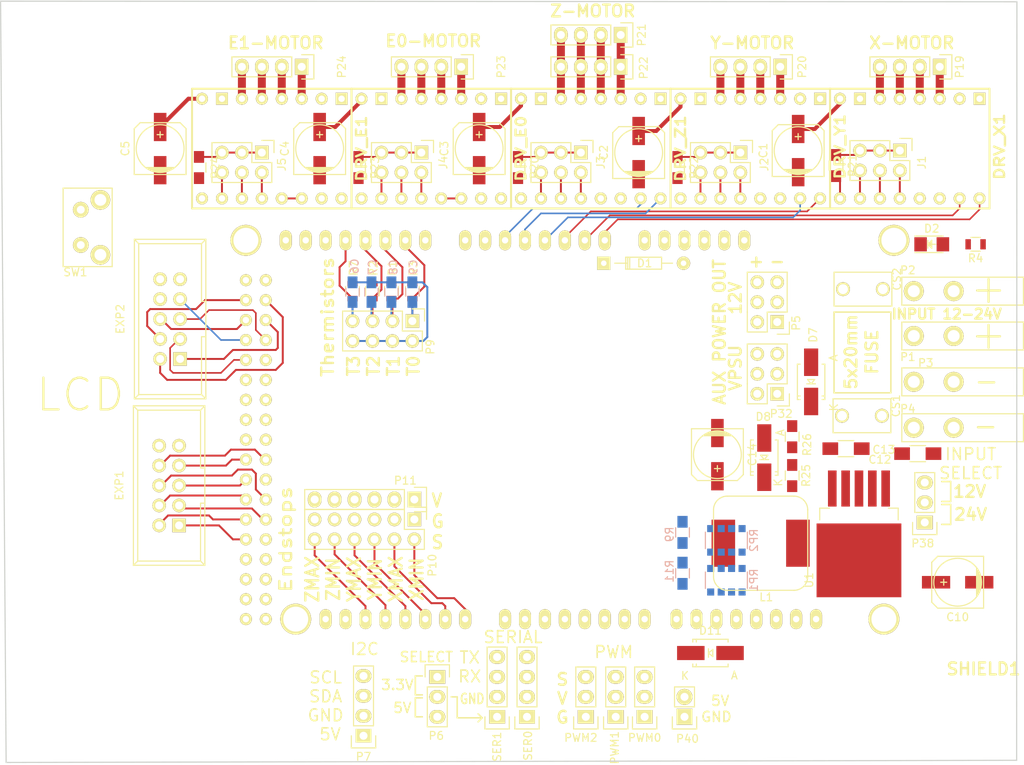
<source format=kicad_pcb>
(kicad_pcb (version 20171130) (host pcbnew "(5.1.12)-1")

  (general
    (thickness 1.6)
    (drawings 66)
    (tracks 245)
    (zones 0)
    (modules 76)
    (nets 135)
  )

  (page A4)
  (layers
    (0 F.Cu signal)
    (31 B.Cu signal)
    (32 B.Adhes user)
    (33 F.Adhes user)
    (34 B.Paste user)
    (35 F.Paste user)
    (36 B.SilkS user)
    (37 F.SilkS user)
    (38 B.Mask user)
    (39 F.Mask user)
    (40 Dwgs.User user)
    (41 Cmts.User user)
    (42 Eco1.User user)
    (43 Eco2.User user)
    (44 Edge.Cuts user)
    (45 Margin user)
    (46 B.CrtYd user)
    (47 F.CrtYd user)
    (48 B.Fab user)
    (49 F.Fab user)
  )

  (setup
    (last_trace_width 0.25)
    (user_trace_width 0.2032)
    (user_trace_width 0.508)
    (user_trace_width 1.016)
    (trace_clearance 0.2)
    (zone_clearance 0.508)
    (zone_45_only no)
    (trace_min 0.1778)
    (via_size 0.6)
    (via_drill 0.4)
    (via_min_size 0.4)
    (via_min_drill 0.3)
    (uvia_size 0.3)
    (uvia_drill 0.1)
    (uvias_allowed no)
    (uvia_min_size 0.2)
    (uvia_min_drill 0.1)
    (edge_width 0.15)
    (segment_width 0.2)
    (pcb_text_width 0.3)
    (pcb_text_size 1.5 1.5)
    (mod_edge_width 0.15)
    (mod_text_size 1 1)
    (mod_text_width 0.15)
    (pad_size 1.5 1.3)
    (pad_drill 0)
    (pad_to_mask_clearance 0.2)
    (aux_axis_origin 0 0)
    (visible_elements 7FFFF77F)
    (pcbplotparams
      (layerselection 0x00030_80000001)
      (usegerberextensions false)
      (usegerberattributes true)
      (usegerberadvancedattributes true)
      (creategerberjobfile true)
      (excludeedgelayer true)
      (linewidth 0.100000)
      (plotframeref false)
      (viasonmask false)
      (mode 1)
      (useauxorigin false)
      (hpglpennumber 1)
      (hpglpenspeed 20)
      (hpglpendiameter 15.000000)
      (psnegative false)
      (psa4output false)
      (plotreference true)
      (plotvalue true)
      (plotinvisibletext false)
      (padsonsilk false)
      (subtractmaskfromsilk false)
      (outputformat 1)
      (mirror false)
      (drillshape 1)
      (scaleselection 1)
      (outputdirectory ""))
  )

  (net 0 "")
  (net 1 GND)
  (net 2 "Net-(SHIELD1-PadRST)")
  (net 3 "Net-(SHIELD1-Pad7)")
  (net 4 "Net-(SHIELD1-PadAREF)")
  (net 5 "Net-(SHIELD1-Pad5V_4)")
  (net 6 "Net-(SHIELD1-Pad5V_5)")
  (net 7 "Net-(SHIELD1-Pad39)")
  (net 8 "Net-(SHIELD1-Pad40)")
  (net 9 "Net-(SHIELD1-Pad42)")
  (net 10 "Net-(SHIELD1-Pad43)")
  (net 11 "Net-(SHIELD1-Pad44)")
  (net 12 "Net-(SHIELD1-Pad45)")
  (net 13 X_STEP)
  (net 14 X_DIR)
  (net 15 X_EN)
  (net 16 THERM0)
  (net 17 +12V)
  (net 18 THERM2)
  (net 19 THERM1)
  (net 20 VCC)
  (net 21 Z_EN)
  (net 22 Y_DIR)
  (net 23 Y_STEP)
  (net 24 Y_EN)
  (net 25 E0_EN)
  (net 26 E0_STEP)
  (net 27 E0_DIR)
  (net 28 E1_EN)
  (net 29 E1_DIR)
  (net 30 E1_STEP)
  (net 31 Z_STEP)
  (net 32 Z_DIR)
  (net 33 "Net-(DRV_E0-Pad3)")
  (net 34 "Net-(DRV_E0-Pad4)")
  (net 35 "Net-(DRV_E0-Pad5)")
  (net 36 "Net-(DRV_E0-Pad6)")
  (net 37 "Net-(DRV_E0-Pad10)")
  (net 38 "Net-(DRV_E0-Pad11)")
  (net 39 "Net-(DRV_E0-Pad12)")
  (net 40 "Net-(DRV_E0-Pad13)")
  (net 41 "Net-(DRV_E1-Pad3)")
  (net 42 "Net-(DRV_E1-Pad4)")
  (net 43 "Net-(DRV_E1-Pad5)")
  (net 44 "Net-(DRV_E1-Pad6)")
  (net 45 "Net-(DRV_E1-Pad10)")
  (net 46 "Net-(DRV_E1-Pad11)")
  (net 47 "Net-(DRV_E1-Pad12)")
  (net 48 "Net-(DRV_E1-Pad13)")
  (net 49 "Net-(DRV_X1-Pad3)")
  (net 50 "Net-(DRV_X1-Pad4)")
  (net 51 "Net-(DRV_X1-Pad5)")
  (net 52 "Net-(DRV_X1-Pad6)")
  (net 53 "Net-(DRV_X1-Pad10)")
  (net 54 "Net-(DRV_X1-Pad11)")
  (net 55 "Net-(DRV_X1-Pad12)")
  (net 56 "Net-(DRV_X1-Pad13)")
  (net 57 "Net-(DRV_Y1-Pad3)")
  (net 58 "Net-(DRV_Y1-Pad4)")
  (net 59 "Net-(DRV_Y1-Pad5)")
  (net 60 "Net-(DRV_Y1-Pad6)")
  (net 61 "Net-(DRV_Y1-Pad10)")
  (net 62 "Net-(DRV_Y1-Pad11)")
  (net 63 "Net-(DRV_Y1-Pad12)")
  (net 64 "Net-(DRV_Y1-Pad13)")
  (net 65 "Net-(DRV_Z1-Pad3)")
  (net 66 "Net-(DRV_Z1-Pad4)")
  (net 67 "Net-(DRV_Z1-Pad5)")
  (net 68 "Net-(DRV_Z1-Pad6)")
  (net 69 "Net-(DRV_Z1-Pad10)")
  (net 70 "Net-(DRV_Z1-Pad11)")
  (net 71 "Net-(DRV_Z1-Pad12)")
  (net 72 "Net-(DRV_Z1-Pad13)")
  (net 73 THERM3)
  (net 74 "Net-(D2-Pad2)")
  (net 75 /MISO)
  (net 76 /SCK)
  (net 77 /MOSI)
  (net 78 "Net-(EXP2-Pad9)")
  (net 79 "Net-(EXP2-Pad10)")
  (net 80 "Net-(Q3-Pad1)")
  (net 81 SDA)
  (net 82 SCL)
  (net 83 X_MIN)
  (net 84 BED_EN)
  (net 85 FAN_EN)
  (net 86 HOTEND_EN)
  (net 87 Y_MIN)
  (net 88 Z_MIN)
  (net 89 X_MAX)
  (net 90 Y_MAX)
  (net 91 Z_MAX)
  (net 92 /AM_VIN)
  (net 93 /VAA_IN)
  (net 94 +3V3)
  (net 95 /RX0)
  (net 96 /TX0)
  (net 97 /FB_ADJ)
  (net 98 "Net-(D8-Pad1)")
  (net 99 "Net-(C12-Pad1)")
  (net 100 "Net-(D11-Pad2)")
  (net 101 PWM0)
  (net 102 PWM1)
  (net 103 PWM2)
  (net 104 FET5_EN)
  (net 105 FET4_EN)
  (net 106 FET6_EN)
  (net 107 "Net-(SHIELD1-PadAD15)")
  (net 108 "Net-(SHIELD1-Pad38)")
  (net 109 "Net-(SHIELD1-Pad46)")
  (net 110 /HE1_G)
  (net 111 /FE1_G)
  (net 112 /HE2_G)
  (net 113 /FE2_G)
  (net 114 +VPSU)
  (net 115 /SDSS)
  (net 116 /SD_CARD_DET)
  (net 117 LCD_BEEPER)
  (net 118 BTN_ENC)
  (net 119 LCD_EN)
  (net 120 LCD_RS)
  (net 121 LCD_D4)
  (net 122 LCD_D5)
  (net 123 LCD_D6)
  (net 124 LCD_D7)
  (net 125 BTN_EN1)
  (net 126 BTN_EN2)
  (net 127 "Net-(SHIELD1-Pad34)")
  (net 128 KILL_PIN)
  (net 129 "Net-(SHIELD1-Pad2)")
  (net 130 "Net-(SHIELD1-Pad3)")
  (net 131 RX1)
  (net 132 TX1)
  (net 133 "Net-(SHIELD1-Pad26)")
  (net 134 "Net-(P6-Pad2)")

  (net_class Default "This is the default net class."
    (clearance 0.2)
    (trace_width 0.25)
    (via_dia 0.6)
    (via_drill 0.4)
    (uvia_dia 0.3)
    (uvia_drill 0.1)
    (add_net +12V)
    (add_net +3V3)
    (add_net +VPSU)
    (add_net /AM_VIN)
    (add_net /FB_ADJ)
    (add_net /FE1_G)
    (add_net /FE2_G)
    (add_net /HE1_G)
    (add_net /HE2_G)
    (add_net /MISO)
    (add_net /MOSI)
    (add_net /RX0)
    (add_net /SCK)
    (add_net /SDSS)
    (add_net /SD_CARD_DET)
    (add_net /TX0)
    (add_net /VAA_IN)
    (add_net BED_EN)
    (add_net BTN_EN1)
    (add_net BTN_EN2)
    (add_net BTN_ENC)
    (add_net E0_DIR)
    (add_net E0_EN)
    (add_net E0_STEP)
    (add_net E1_DIR)
    (add_net E1_EN)
    (add_net E1_STEP)
    (add_net FAN_EN)
    (add_net FET4_EN)
    (add_net FET5_EN)
    (add_net FET6_EN)
    (add_net GND)
    (add_net HOTEND_EN)
    (add_net KILL_PIN)
    (add_net LCD_BEEPER)
    (add_net LCD_D4)
    (add_net LCD_D5)
    (add_net LCD_D6)
    (add_net LCD_D7)
    (add_net LCD_EN)
    (add_net LCD_RS)
    (add_net "Net-(C12-Pad1)")
    (add_net "Net-(D11-Pad2)")
    (add_net "Net-(D2-Pad2)")
    (add_net "Net-(D8-Pad1)")
    (add_net "Net-(DRV_E0-Pad10)")
    (add_net "Net-(DRV_E0-Pad11)")
    (add_net "Net-(DRV_E0-Pad12)")
    (add_net "Net-(DRV_E0-Pad13)")
    (add_net "Net-(DRV_E0-Pad3)")
    (add_net "Net-(DRV_E0-Pad4)")
    (add_net "Net-(DRV_E0-Pad5)")
    (add_net "Net-(DRV_E0-Pad6)")
    (add_net "Net-(DRV_E1-Pad10)")
    (add_net "Net-(DRV_E1-Pad11)")
    (add_net "Net-(DRV_E1-Pad12)")
    (add_net "Net-(DRV_E1-Pad13)")
    (add_net "Net-(DRV_E1-Pad3)")
    (add_net "Net-(DRV_E1-Pad4)")
    (add_net "Net-(DRV_E1-Pad5)")
    (add_net "Net-(DRV_E1-Pad6)")
    (add_net "Net-(DRV_X1-Pad10)")
    (add_net "Net-(DRV_X1-Pad11)")
    (add_net "Net-(DRV_X1-Pad12)")
    (add_net "Net-(DRV_X1-Pad13)")
    (add_net "Net-(DRV_X1-Pad3)")
    (add_net "Net-(DRV_X1-Pad4)")
    (add_net "Net-(DRV_X1-Pad5)")
    (add_net "Net-(DRV_X1-Pad6)")
    (add_net "Net-(DRV_Y1-Pad10)")
    (add_net "Net-(DRV_Y1-Pad11)")
    (add_net "Net-(DRV_Y1-Pad12)")
    (add_net "Net-(DRV_Y1-Pad13)")
    (add_net "Net-(DRV_Y1-Pad3)")
    (add_net "Net-(DRV_Y1-Pad4)")
    (add_net "Net-(DRV_Y1-Pad5)")
    (add_net "Net-(DRV_Y1-Pad6)")
    (add_net "Net-(DRV_Z1-Pad10)")
    (add_net "Net-(DRV_Z1-Pad11)")
    (add_net "Net-(DRV_Z1-Pad12)")
    (add_net "Net-(DRV_Z1-Pad13)")
    (add_net "Net-(DRV_Z1-Pad3)")
    (add_net "Net-(DRV_Z1-Pad4)")
    (add_net "Net-(DRV_Z1-Pad5)")
    (add_net "Net-(DRV_Z1-Pad6)")
    (add_net "Net-(EXP2-Pad10)")
    (add_net "Net-(EXP2-Pad9)")
    (add_net "Net-(P6-Pad2)")
    (add_net "Net-(Q3-Pad1)")
    (add_net "Net-(SHIELD1-Pad2)")
    (add_net "Net-(SHIELD1-Pad26)")
    (add_net "Net-(SHIELD1-Pad3)")
    (add_net "Net-(SHIELD1-Pad34)")
    (add_net "Net-(SHIELD1-Pad38)")
    (add_net "Net-(SHIELD1-Pad39)")
    (add_net "Net-(SHIELD1-Pad40)")
    (add_net "Net-(SHIELD1-Pad42)")
    (add_net "Net-(SHIELD1-Pad43)")
    (add_net "Net-(SHIELD1-Pad44)")
    (add_net "Net-(SHIELD1-Pad45)")
    (add_net "Net-(SHIELD1-Pad46)")
    (add_net "Net-(SHIELD1-Pad5V_4)")
    (add_net "Net-(SHIELD1-Pad5V_5)")
    (add_net "Net-(SHIELD1-Pad7)")
    (add_net "Net-(SHIELD1-PadAD15)")
    (add_net "Net-(SHIELD1-PadAREF)")
    (add_net "Net-(SHIELD1-PadRST)")
    (add_net PWM0)
    (add_net PWM1)
    (add_net PWM2)
    (add_net RX1)
    (add_net SCL)
    (add_net SDA)
    (add_net THERM0)
    (add_net THERM1)
    (add_net THERM2)
    (add_net THERM3)
    (add_net TX1)
    (add_net VCC)
    (add_net X_DIR)
    (add_net X_EN)
    (add_net X_MAX)
    (add_net X_MIN)
    (add_net X_STEP)
    (add_net Y_DIR)
    (add_net Y_EN)
    (add_net Y_MAX)
    (add_net Y_MIN)
    (add_net Y_STEP)
    (add_net Z_DIR)
    (add_net Z_EN)
    (add_net Z_MAX)
    (add_net Z_MIN)
    (add_net Z_STEP)
  )

  (module Resistors_SMD:R_0805 (layer F.Cu) (tedit 570318F7) (tstamp 56F024B1)
    (at 138.684 82.677 270)
    (descr "Resistor SMD 0805, reflow soldering, Vishay (see dcrcw.pdf)")
    (tags "resistor 0805")
    (path /56F01A9B)
    (attr smd)
    (fp_text reference R1 (at -2.921 -0.127 90) (layer F.SilkS)
      (effects (font (size 1 1) (thickness 0.15)))
    )
    (fp_text value 4.7k (at -0.762 -1.778 270) (layer F.Fab) hide
      (effects (font (size 1 1) (thickness 0.15)))
    )
    (fp_line (start -0.6 -0.875) (end 0.6 -0.875) (layer F.SilkS) (width 0.15))
    (fp_line (start 0.6 0.875) (end -0.6 0.875) (layer F.SilkS) (width 0.15))
    (fp_line (start 1.6 -1) (end 1.6 1) (layer F.CrtYd) (width 0.05))
    (fp_line (start -1.6 -1) (end -1.6 1) (layer F.CrtYd) (width 0.05))
    (fp_line (start -1.6 1) (end 1.6 1) (layer F.CrtYd) (width 0.05))
    (fp_line (start -1.6 -1) (end 1.6 -1) (layer F.CrtYd) (width 0.05))
    (pad 1 smd rect (at -0.95 0 270) (size 0.7 1.3) (layers F.Cu F.Paste F.Mask)
      (net 20 VCC))
    (pad 2 smd rect (at 0.95 0 270) (size 0.7 1.3) (layers F.Cu F.Paste F.Mask)
      (net 19 THERM1))
    (model Resistors_SMD.3dshapes/R_0805.wrl
      (at (xyz 0 0 0))
      (scale (xyz 1 1 1))
      (rotate (xyz 0 0 0))
    )
  )

  (module Resistors_SMD:R_0805 (layer F.Cu) (tedit 570318FC) (tstamp 56F045B8)
    (at 136.271 82.677 270)
    (descr "Resistor SMD 0805, reflow soldering, Vishay (see dcrcw.pdf)")
    (tags "resistor 0805")
    (path /56F1086C)
    (attr smd)
    (fp_text reference R2 (at -2.921 -0.127 90) (layer F.SilkS)
      (effects (font (size 1 1) (thickness 0.15)))
    )
    (fp_text value 4.7k (at -0.762 -1.778 270) (layer F.Fab) hide
      (effects (font (size 1 1) (thickness 0.15)))
    )
    (fp_line (start -0.6 -0.875) (end 0.6 -0.875) (layer F.SilkS) (width 0.15))
    (fp_line (start 0.6 0.875) (end -0.6 0.875) (layer F.SilkS) (width 0.15))
    (fp_line (start 1.6 -1) (end 1.6 1) (layer F.CrtYd) (width 0.05))
    (fp_line (start -1.6 -1) (end -1.6 1) (layer F.CrtYd) (width 0.05))
    (fp_line (start -1.6 1) (end 1.6 1) (layer F.CrtYd) (width 0.05))
    (fp_line (start -1.6 -1) (end 1.6 -1) (layer F.CrtYd) (width 0.05))
    (pad 1 smd rect (at -0.95 0 270) (size 0.7 1.3) (layers F.Cu F.Paste F.Mask)
      (net 20 VCC))
    (pad 2 smd rect (at 0.95 0 270) (size 0.7 1.3) (layers F.Cu F.Paste F.Mask)
      (net 18 THERM2))
    (model Resistors_SMD.3dshapes/R_0805.wrl
      (at (xyz 0 0 0))
      (scale (xyz 1 1 1))
      (rotate (xyz 0 0 0))
    )
  )

  (module Resistors_SMD:R_0805 (layer F.Cu) (tedit 570318F3) (tstamp 56F045C4)
    (at 141.351 82.677 270)
    (descr "Resistor SMD 0805, reflow soldering, Vishay (see dcrcw.pdf)")
    (tags "resistor 0805")
    (path /56F1080F)
    (attr smd)
    (fp_text reference R3 (at -2.921 -0.127 90) (layer F.SilkS)
      (effects (font (size 1 1) (thickness 0.15)))
    )
    (fp_text value 4.7k (at -0.762 -1.778 270) (layer F.Fab) hide
      (effects (font (size 1 1) (thickness 0.15)))
    )
    (fp_line (start -0.6 -0.875) (end 0.6 -0.875) (layer F.SilkS) (width 0.15))
    (fp_line (start 0.6 0.875) (end -0.6 0.875) (layer F.SilkS) (width 0.15))
    (fp_line (start 1.6 -1) (end 1.6 1) (layer F.CrtYd) (width 0.05))
    (fp_line (start -1.6 -1) (end -1.6 1) (layer F.CrtYd) (width 0.05))
    (fp_line (start -1.6 1) (end 1.6 1) (layer F.CrtYd) (width 0.05))
    (fp_line (start -1.6 -1) (end 1.6 -1) (layer F.CrtYd) (width 0.05))
    (pad 1 smd rect (at -0.95 0 270) (size 0.7 1.3) (layers F.Cu F.Paste F.Mask)
      (net 20 VCC))
    (pad 2 smd rect (at 0.95 0 270) (size 0.7 1.3) (layers F.Cu F.Paste F.Mask)
      (net 16 THERM0))
    (model Resistors_SMD.3dshapes/R_0805.wrl
      (at (xyz 0 0 0))
      (scale (xyz 1 1 1))
      (rotate (xyz 0 0 0))
    )
  )

  (module SWDIP8_.6W:SWDIP8_.6W (layer F.Cu) (tedit 56F8267D) (tstamp 56F0491C)
    (at 143.764 64.516 180)
    (path /56F0578A)
    (fp_text reference DRV_E0 (at -11.43 0 270) (layer F.SilkS)
      (effects (font (size 1.27 1.524) (thickness 0.3048)))
    )
    (fp_text value POLOLU_A4988 (at 0 -1.27 180) (layer F.SilkS) hide
      (effects (font (size 1.27 1.524) (thickness 0.3048)))
    )
    (fp_line (start -10.16 7.62) (end -10.16 -7.62) (layer F.SilkS) (width 0.254))
    (fp_line (start 10.16 7.62) (end -10.16 7.62) (layer F.SilkS) (width 0.254))
    (fp_line (start 10.16 -7.62) (end 10.16 7.62) (layer F.SilkS) (width 0.254))
    (fp_line (start -10.16 -7.62) (end 10.16 -7.62) (layer F.SilkS) (width 0.254))
    (pad 1 thru_hole rect (at -8.89 6.35 180) (size 1.524 1.524) (drill 0.8128) (layers *.Cu *.Mask F.SilkS)
      (net 1 GND))
    (pad 2 thru_hole circle (at -6.35 6.35 180) (size 1.524 1.524) (drill 0.8128) (layers *.Cu *.Mask F.SilkS)
      (net 20 VCC))
    (pad 3 thru_hole circle (at -3.81 6.35 180) (size 1.524 1.524) (drill 0.8128) (layers *.Cu *.Mask F.SilkS)
      (net 33 "Net-(DRV_E0-Pad3)"))
    (pad 4 thru_hole circle (at -1.27 6.35 180) (size 1.524 1.524) (drill 0.8128) (layers *.Cu *.Mask F.SilkS)
      (net 34 "Net-(DRV_E0-Pad4)"))
    (pad 5 thru_hole circle (at 1.27 6.35 180) (size 1.524 1.524) (drill 0.8128) (layers *.Cu *.Mask F.SilkS)
      (net 35 "Net-(DRV_E0-Pad5)"))
    (pad 6 thru_hole circle (at 3.81 6.35 180) (size 1.524 1.524) (drill 0.8128) (layers *.Cu *.Mask F.SilkS)
      (net 36 "Net-(DRV_E0-Pad6)"))
    (pad 7 thru_hole rect (at 6.35 6.35 180) (size 1.524 1.524) (drill 0.8128) (layers *.Cu *.Mask F.SilkS)
      (net 1 GND))
    (pad 8 thru_hole circle (at 8.89 6.35 180) (size 1.524 1.524) (drill 0.8128) (layers *.Cu *.Mask F.SilkS)
      (net 114 +VPSU))
    (pad 9 thru_hole circle (at 8.89 -6.35 180) (size 1.524 1.524) (drill 0.8128) (layers *.Cu *.Mask F.SilkS)
      (net 25 E0_EN))
    (pad 10 thru_hole circle (at 6.35 -6.35 180) (size 1.524 1.524) (drill 0.8128) (layers *.Cu *.Mask F.SilkS)
      (net 37 "Net-(DRV_E0-Pad10)"))
    (pad 11 thru_hole circle (at 3.81 -6.35 180) (size 1.524 1.524) (drill 0.8128) (layers *.Cu *.Mask F.SilkS)
      (net 38 "Net-(DRV_E0-Pad11)"))
    (pad 12 thru_hole circle (at 1.27 -6.35 180) (size 1.524 1.524) (drill 0.8128) (layers *.Cu *.Mask F.SilkS)
      (net 39 "Net-(DRV_E0-Pad12)"))
    (pad 13 thru_hole circle (at -1.27 -6.35 180) (size 1.524 1.524) (drill 0.8128) (layers *.Cu *.Mask F.SilkS)
      (net 40 "Net-(DRV_E0-Pad13)"))
    (pad 14 thru_hole circle (at -3.81 -6.35 180) (size 1.524 1.524) (drill 0.8128) (layers *.Cu *.Mask F.SilkS)
      (net 40 "Net-(DRV_E0-Pad13)"))
    (pad 15 thru_hole circle (at -6.35 -6.35 180) (size 1.524 1.524) (drill 0.8128) (layers *.Cu *.Mask F.SilkS)
      (net 26 E0_STEP))
    (pad 16 thru_hole circle (at -8.89 -6.35 180) (size 1.524 1.524) (drill 0.8128) (layers *.Cu *.Mask F.SilkS)
      (net 27 E0_DIR))
  )

  (module SWDIP8_.6W:SWDIP8_.6W (layer F.Cu) (tedit 56F82682) (tstamp 56F04934)
    (at 123.444 64.516 180)
    (path /56F057DC)
    (fp_text reference DRV_E1 (at -11.43 0 270) (layer F.SilkS)
      (effects (font (size 1.27 1.524) (thickness 0.3048)))
    )
    (fp_text value POLOLU_A4988 (at 0 -1.27 180) (layer F.SilkS) hide
      (effects (font (size 1.27 1.524) (thickness 0.3048)))
    )
    (fp_line (start -10.16 7.62) (end -10.16 -7.62) (layer F.SilkS) (width 0.254))
    (fp_line (start 10.16 7.62) (end -10.16 7.62) (layer F.SilkS) (width 0.254))
    (fp_line (start 10.16 -7.62) (end 10.16 7.62) (layer F.SilkS) (width 0.254))
    (fp_line (start -10.16 -7.62) (end 10.16 -7.62) (layer F.SilkS) (width 0.254))
    (pad 1 thru_hole rect (at -8.89 6.35 180) (size 1.524 1.524) (drill 0.8128) (layers *.Cu *.Mask F.SilkS)
      (net 1 GND))
    (pad 2 thru_hole circle (at -6.35 6.35 180) (size 1.524 1.524) (drill 0.8128) (layers *.Cu *.Mask F.SilkS)
      (net 20 VCC))
    (pad 3 thru_hole circle (at -3.81 6.35 180) (size 1.524 1.524) (drill 0.8128) (layers *.Cu *.Mask F.SilkS)
      (net 41 "Net-(DRV_E1-Pad3)"))
    (pad 4 thru_hole circle (at -1.27 6.35 180) (size 1.524 1.524) (drill 0.8128) (layers *.Cu *.Mask F.SilkS)
      (net 42 "Net-(DRV_E1-Pad4)"))
    (pad 5 thru_hole circle (at 1.27 6.35 180) (size 1.524 1.524) (drill 0.8128) (layers *.Cu *.Mask F.SilkS)
      (net 43 "Net-(DRV_E1-Pad5)"))
    (pad 6 thru_hole circle (at 3.81 6.35 180) (size 1.524 1.524) (drill 0.8128) (layers *.Cu *.Mask F.SilkS)
      (net 44 "Net-(DRV_E1-Pad6)"))
    (pad 7 thru_hole rect (at 6.35 6.35 180) (size 1.524 1.524) (drill 0.8128) (layers *.Cu *.Mask F.SilkS)
      (net 1 GND))
    (pad 8 thru_hole circle (at 8.89 6.35 180) (size 1.524 1.524) (drill 0.8128) (layers *.Cu *.Mask F.SilkS)
      (net 114 +VPSU))
    (pad 9 thru_hole circle (at 8.89 -6.35 180) (size 1.524 1.524) (drill 0.8128) (layers *.Cu *.Mask F.SilkS)
      (net 28 E1_EN))
    (pad 10 thru_hole circle (at 6.35 -6.35 180) (size 1.524 1.524) (drill 0.8128) (layers *.Cu *.Mask F.SilkS)
      (net 45 "Net-(DRV_E1-Pad10)"))
    (pad 11 thru_hole circle (at 3.81 -6.35 180) (size 1.524 1.524) (drill 0.8128) (layers *.Cu *.Mask F.SilkS)
      (net 46 "Net-(DRV_E1-Pad11)"))
    (pad 12 thru_hole circle (at 1.27 -6.35 180) (size 1.524 1.524) (drill 0.8128) (layers *.Cu *.Mask F.SilkS)
      (net 47 "Net-(DRV_E1-Pad12)"))
    (pad 13 thru_hole circle (at -1.27 -6.35 180) (size 1.524 1.524) (drill 0.8128) (layers *.Cu *.Mask F.SilkS)
      (net 48 "Net-(DRV_E1-Pad13)"))
    (pad 14 thru_hole circle (at -3.81 -6.35 180) (size 1.524 1.524) (drill 0.8128) (layers *.Cu *.Mask F.SilkS)
      (net 48 "Net-(DRV_E1-Pad13)"))
    (pad 15 thru_hole circle (at -6.35 -6.35 180) (size 1.524 1.524) (drill 0.8128) (layers *.Cu *.Mask F.SilkS)
      (net 30 E1_STEP))
    (pad 16 thru_hole circle (at -8.89 -6.35 180) (size 1.524 1.524) (drill 0.8128) (layers *.Cu *.Mask F.SilkS)
      (net 29 E1_DIR))
  )

  (module SWDIP8_.6W:SWDIP8_.6W (layer F.Cu) (tedit 56F8266A) (tstamp 56F0494C)
    (at 204.724 64.516 180)
    (path /56F04CB5)
    (fp_text reference DRV_X1 (at -11.43 0.254 270) (layer F.SilkS)
      (effects (font (size 1.27 1.524) (thickness 0.3048)))
    )
    (fp_text value POLOLU_A4988 (at 0 -1.27 180) (layer F.SilkS) hide
      (effects (font (size 1.27 1.524) (thickness 0.3048)))
    )
    (fp_line (start -10.16 7.62) (end -10.16 -7.62) (layer F.SilkS) (width 0.254))
    (fp_line (start 10.16 7.62) (end -10.16 7.62) (layer F.SilkS) (width 0.254))
    (fp_line (start 10.16 -7.62) (end 10.16 7.62) (layer F.SilkS) (width 0.254))
    (fp_line (start -10.16 -7.62) (end 10.16 -7.62) (layer F.SilkS) (width 0.254))
    (pad 1 thru_hole rect (at -8.89 6.35 180) (size 1.524 1.524) (drill 0.8128) (layers *.Cu *.Mask F.SilkS)
      (net 1 GND))
    (pad 2 thru_hole circle (at -6.35 6.35 180) (size 1.524 1.524) (drill 0.8128) (layers *.Cu *.Mask F.SilkS)
      (net 20 VCC))
    (pad 3 thru_hole circle (at -3.81 6.35 180) (size 1.524 1.524) (drill 0.8128) (layers *.Cu *.Mask F.SilkS)
      (net 49 "Net-(DRV_X1-Pad3)"))
    (pad 4 thru_hole circle (at -1.27 6.35 180) (size 1.524 1.524) (drill 0.8128) (layers *.Cu *.Mask F.SilkS)
      (net 50 "Net-(DRV_X1-Pad4)"))
    (pad 5 thru_hole circle (at 1.27 6.35 180) (size 1.524 1.524) (drill 0.8128) (layers *.Cu *.Mask F.SilkS)
      (net 51 "Net-(DRV_X1-Pad5)"))
    (pad 6 thru_hole circle (at 3.81 6.35 180) (size 1.524 1.524) (drill 0.8128) (layers *.Cu *.Mask F.SilkS)
      (net 52 "Net-(DRV_X1-Pad6)"))
    (pad 7 thru_hole rect (at 6.35 6.35 180) (size 1.524 1.524) (drill 0.8128) (layers *.Cu *.Mask F.SilkS)
      (net 1 GND))
    (pad 8 thru_hole circle (at 8.89 6.35 180) (size 1.524 1.524) (drill 0.8128) (layers *.Cu *.Mask F.SilkS)
      (net 114 +VPSU))
    (pad 9 thru_hole circle (at 8.89 -6.35 180) (size 1.524 1.524) (drill 0.8128) (layers *.Cu *.Mask F.SilkS)
      (net 15 X_EN))
    (pad 10 thru_hole circle (at 6.35 -6.35 180) (size 1.524 1.524) (drill 0.8128) (layers *.Cu *.Mask F.SilkS)
      (net 53 "Net-(DRV_X1-Pad10)"))
    (pad 11 thru_hole circle (at 3.81 -6.35 180) (size 1.524 1.524) (drill 0.8128) (layers *.Cu *.Mask F.SilkS)
      (net 54 "Net-(DRV_X1-Pad11)"))
    (pad 12 thru_hole circle (at 1.27 -6.35 180) (size 1.524 1.524) (drill 0.8128) (layers *.Cu *.Mask F.SilkS)
      (net 55 "Net-(DRV_X1-Pad12)"))
    (pad 13 thru_hole circle (at -1.27 -6.35 180) (size 1.524 1.524) (drill 0.8128) (layers *.Cu *.Mask F.SilkS)
      (net 56 "Net-(DRV_X1-Pad13)"))
    (pad 14 thru_hole circle (at -3.81 -6.35 180) (size 1.524 1.524) (drill 0.8128) (layers *.Cu *.Mask F.SilkS)
      (net 56 "Net-(DRV_X1-Pad13)"))
    (pad 15 thru_hole circle (at -6.35 -6.35 180) (size 1.524 1.524) (drill 0.8128) (layers *.Cu *.Mask F.SilkS)
      (net 13 X_STEP))
    (pad 16 thru_hole circle (at -8.89 -6.35 180) (size 1.524 1.524) (drill 0.8128) (layers *.Cu *.Mask F.SilkS)
      (net 14 X_DIR))
  )

  (module SWDIP8_.6W:SWDIP8_.6W (layer F.Cu) (tedit 56F8266E) (tstamp 56F04964)
    (at 184.404 64.516 180)
    (path /56F055B5)
    (fp_text reference DRV_Y1 (at -11.43 0.254 270) (layer F.SilkS)
      (effects (font (size 1.27 1.524) (thickness 0.3048)))
    )
    (fp_text value POLOLU_A4988 (at -1.27 -5.08 180) (layer F.SilkS) hide
      (effects (font (size 1.27 1.524) (thickness 0.3048)))
    )
    (fp_line (start -10.16 7.62) (end -10.16 -7.62) (layer F.SilkS) (width 0.254))
    (fp_line (start 10.16 7.62) (end -10.16 7.62) (layer F.SilkS) (width 0.254))
    (fp_line (start 10.16 -7.62) (end 10.16 7.62) (layer F.SilkS) (width 0.254))
    (fp_line (start -10.16 -7.62) (end 10.16 -7.62) (layer F.SilkS) (width 0.254))
    (pad 1 thru_hole rect (at -8.89 6.35 180) (size 1.524 1.524) (drill 0.8128) (layers *.Cu *.Mask F.SilkS)
      (net 1 GND))
    (pad 2 thru_hole circle (at -6.35 6.35 180) (size 1.524 1.524) (drill 0.8128) (layers *.Cu *.Mask F.SilkS)
      (net 20 VCC))
    (pad 3 thru_hole circle (at -3.81 6.35 180) (size 1.524 1.524) (drill 0.8128) (layers *.Cu *.Mask F.SilkS)
      (net 57 "Net-(DRV_Y1-Pad3)"))
    (pad 4 thru_hole circle (at -1.27 6.35 180) (size 1.524 1.524) (drill 0.8128) (layers *.Cu *.Mask F.SilkS)
      (net 58 "Net-(DRV_Y1-Pad4)"))
    (pad 5 thru_hole circle (at 1.27 6.35 180) (size 1.524 1.524) (drill 0.8128) (layers *.Cu *.Mask F.SilkS)
      (net 59 "Net-(DRV_Y1-Pad5)"))
    (pad 6 thru_hole circle (at 3.81 6.35 180) (size 1.524 1.524) (drill 0.8128) (layers *.Cu *.Mask F.SilkS)
      (net 60 "Net-(DRV_Y1-Pad6)"))
    (pad 7 thru_hole rect (at 6.35 6.35 180) (size 1.524 1.524) (drill 0.8128) (layers *.Cu *.Mask F.SilkS)
      (net 1 GND))
    (pad 8 thru_hole circle (at 8.89 6.35 180) (size 1.524 1.524) (drill 0.8128) (layers *.Cu *.Mask F.SilkS)
      (net 114 +VPSU))
    (pad 9 thru_hole circle (at 8.89 -6.35 180) (size 1.524 1.524) (drill 0.8128) (layers *.Cu *.Mask F.SilkS)
      (net 24 Y_EN))
    (pad 10 thru_hole circle (at 6.35 -6.35 180) (size 1.524 1.524) (drill 0.8128) (layers *.Cu *.Mask F.SilkS)
      (net 61 "Net-(DRV_Y1-Pad10)"))
    (pad 11 thru_hole circle (at 3.81 -6.35 180) (size 1.524 1.524) (drill 0.8128) (layers *.Cu *.Mask F.SilkS)
      (net 62 "Net-(DRV_Y1-Pad11)"))
    (pad 12 thru_hole circle (at 1.27 -6.35 180) (size 1.524 1.524) (drill 0.8128) (layers *.Cu *.Mask F.SilkS)
      (net 63 "Net-(DRV_Y1-Pad12)"))
    (pad 13 thru_hole circle (at -1.27 -6.35 180) (size 1.524 1.524) (drill 0.8128) (layers *.Cu *.Mask F.SilkS)
      (net 64 "Net-(DRV_Y1-Pad13)"))
    (pad 14 thru_hole circle (at -3.81 -6.35 180) (size 1.524 1.524) (drill 0.8128) (layers *.Cu *.Mask F.SilkS)
      (net 64 "Net-(DRV_Y1-Pad13)"))
    (pad 15 thru_hole circle (at -6.35 -6.35 180) (size 1.524 1.524) (drill 0.8128) (layers *.Cu *.Mask F.SilkS)
      (net 23 Y_STEP))
    (pad 16 thru_hole circle (at -8.89 -6.35 180) (size 1.524 1.524) (drill 0.8128) (layers *.Cu *.Mask F.SilkS)
      (net 22 Y_DIR))
  )

  (module SWDIP8_.6W:SWDIP8_.6W (layer F.Cu) (tedit 56F82672) (tstamp 56F0497C)
    (at 164.084 64.516 180)
    (path /56F0573D)
    (fp_text reference DRV_Z1 (at -11.43 0 270) (layer F.SilkS)
      (effects (font (size 1.27 1.524) (thickness 0.3048)))
    )
    (fp_text value POLOLU_A4988 (at 0 -1.27 180) (layer F.SilkS) hide
      (effects (font (size 1.27 1.524) (thickness 0.3048)))
    )
    (fp_line (start -10.16 7.62) (end -10.16 -7.62) (layer F.SilkS) (width 0.254))
    (fp_line (start 10.16 7.62) (end -10.16 7.62) (layer F.SilkS) (width 0.254))
    (fp_line (start 10.16 -7.62) (end 10.16 7.62) (layer F.SilkS) (width 0.254))
    (fp_line (start -10.16 -7.62) (end 10.16 -7.62) (layer F.SilkS) (width 0.254))
    (pad 1 thru_hole rect (at -8.89 6.35 180) (size 1.524 1.524) (drill 0.8128) (layers *.Cu *.Mask F.SilkS)
      (net 1 GND))
    (pad 2 thru_hole circle (at -6.35 6.35 180) (size 1.524 1.524) (drill 0.8128) (layers *.Cu *.Mask F.SilkS)
      (net 20 VCC))
    (pad 3 thru_hole circle (at -3.81 6.35 180) (size 1.524 1.524) (drill 0.8128) (layers *.Cu *.Mask F.SilkS)
      (net 65 "Net-(DRV_Z1-Pad3)"))
    (pad 4 thru_hole circle (at -1.27 6.35 180) (size 1.524 1.524) (drill 0.8128) (layers *.Cu *.Mask F.SilkS)
      (net 66 "Net-(DRV_Z1-Pad4)"))
    (pad 5 thru_hole circle (at 1.27 6.35 180) (size 1.524 1.524) (drill 0.8128) (layers *.Cu *.Mask F.SilkS)
      (net 67 "Net-(DRV_Z1-Pad5)"))
    (pad 6 thru_hole circle (at 3.81 6.35 180) (size 1.524 1.524) (drill 0.8128) (layers *.Cu *.Mask F.SilkS)
      (net 68 "Net-(DRV_Z1-Pad6)"))
    (pad 7 thru_hole rect (at 6.35 6.35 180) (size 1.524 1.524) (drill 0.8128) (layers *.Cu *.Mask F.SilkS)
      (net 1 GND))
    (pad 8 thru_hole circle (at 8.89 6.35 180) (size 1.524 1.524) (drill 0.8128) (layers *.Cu *.Mask F.SilkS)
      (net 114 +VPSU))
    (pad 9 thru_hole circle (at 8.89 -6.35 180) (size 1.524 1.524) (drill 0.8128) (layers *.Cu *.Mask F.SilkS)
      (net 21 Z_EN))
    (pad 10 thru_hole circle (at 6.35 -6.35 180) (size 1.524 1.524) (drill 0.8128) (layers *.Cu *.Mask F.SilkS)
      (net 69 "Net-(DRV_Z1-Pad10)"))
    (pad 11 thru_hole circle (at 3.81 -6.35 180) (size 1.524 1.524) (drill 0.8128) (layers *.Cu *.Mask F.SilkS)
      (net 70 "Net-(DRV_Z1-Pad11)"))
    (pad 12 thru_hole circle (at 1.27 -6.35 180) (size 1.524 1.524) (drill 0.8128) (layers *.Cu *.Mask F.SilkS)
      (net 71 "Net-(DRV_Z1-Pad12)"))
    (pad 13 thru_hole circle (at -1.27 -6.35 180) (size 1.524 1.524) (drill 0.8128) (layers *.Cu *.Mask F.SilkS)
      (net 72 "Net-(DRV_Z1-Pad13)"))
    (pad 14 thru_hole circle (at -3.81 -6.35 180) (size 1.524 1.524) (drill 0.8128) (layers *.Cu *.Mask F.SilkS)
      (net 72 "Net-(DRV_Z1-Pad13)"))
    (pad 15 thru_hole circle (at -6.35 -6.35 180) (size 1.524 1.524) (drill 0.8128) (layers *.Cu *.Mask F.SilkS)
      (net 31 Z_STEP))
    (pad 16 thru_hole circle (at -8.89 -6.35 180) (size 1.524 1.524) (drill 0.8128) (layers *.Cu *.Mask F.SilkS)
      (net 32 Z_DIR))
  )

  (module Capacitors_SMD:c_elec_6.3x5.8 (layer F.Cu) (tedit 55729627) (tstamp 56F5F859)
    (at 190.5 64.77 90)
    (descr "SMT capacitor, aluminium electrolytic, 6.3x5.8")
    (path /56F630CB)
    (attr smd)
    (fp_text reference C1 (at 0 -4.445 90) (layer F.SilkS)
      (effects (font (size 1 1) (thickness 0.15)))
    )
    (fp_text value 100UF (at 0 4.445 90) (layer F.Fab)
      (effects (font (size 1 1) (thickness 0.15)))
    )
    (fp_circle (center 0 0) (end -3.048 0) (layer F.SilkS) (width 0.15))
    (fp_line (start 1.778 -0.381) (end 1.778 0.381) (layer F.SilkS) (width 0.15))
    (fp_line (start 2.159 0) (end 1.397 0) (layer F.SilkS) (width 0.15))
    (fp_line (start 2.54 -3.302) (end -3.302 -3.302) (layer F.SilkS) (width 0.15))
    (fp_line (start 3.302 -2.54) (end 2.54 -3.302) (layer F.SilkS) (width 0.15))
    (fp_line (start 3.302 2.54) (end 3.302 -2.54) (layer F.SilkS) (width 0.15))
    (fp_line (start 2.54 3.302) (end 3.302 2.54) (layer F.SilkS) (width 0.15))
    (fp_line (start -3.302 3.302) (end 2.54 3.302) (layer F.SilkS) (width 0.15))
    (fp_line (start -3.302 -3.302) (end -3.302 3.302) (layer F.SilkS) (width 0.15))
    (fp_line (start -2.413 -1.778) (end -2.413 1.778) (layer F.SilkS) (width 0.15))
    (fp_line (start -2.54 1.651) (end -2.54 -1.651) (layer F.SilkS) (width 0.15))
    (fp_line (start -2.667 -1.397) (end -2.667 1.397) (layer F.SilkS) (width 0.15))
    (fp_line (start -2.794 1.143) (end -2.794 -1.143) (layer F.SilkS) (width 0.15))
    (fp_line (start -2.921 -0.762) (end -2.921 0.762) (layer F.SilkS) (width 0.15))
    (fp_line (start -4.85 3.65) (end -4.85 -3.65) (layer F.CrtYd) (width 0.05))
    (fp_line (start 4.85 3.65) (end -4.85 3.65) (layer F.CrtYd) (width 0.05))
    (fp_line (start 4.85 -3.7) (end 4.85 3.65) (layer F.CrtYd) (width 0.05))
    (fp_line (start -4.85 -3.65) (end 4.85 -3.7) (layer F.CrtYd) (width 0.05))
    (pad 1 smd rect (at 2.75082 0 90) (size 3.59918 1.6002) (layers F.Cu F.Paste F.Mask)
      (net 114 +VPSU))
    (pad 2 smd rect (at -2.75082 0 90) (size 3.59918 1.6002) (layers F.Cu F.Paste F.Mask)
      (net 1 GND))
    (model Capacitors_SMD.3dshapes/c_elec_6.3x5.8.wrl
      (at (xyz 0 0 0))
      (scale (xyz 1 1 1))
      (rotate (xyz 0 0 0))
    )
  )

  (module Capacitors_SMD:c_elec_6.3x5.8 (layer F.Cu) (tedit 55729627) (tstamp 56F5F871)
    (at 170.18 65.024 90)
    (descr "SMT capacitor, aluminium electrolytic, 6.3x5.8")
    (path /56F693A3)
    (attr smd)
    (fp_text reference C2 (at 0 -4.445 90) (layer F.SilkS)
      (effects (font (size 1 1) (thickness 0.15)))
    )
    (fp_text value 100UF (at 0 4.445 90) (layer F.Fab)
      (effects (font (size 1 1) (thickness 0.15)))
    )
    (fp_circle (center 0 0) (end -3.048 0) (layer F.SilkS) (width 0.15))
    (fp_line (start 1.778 -0.381) (end 1.778 0.381) (layer F.SilkS) (width 0.15))
    (fp_line (start 2.159 0) (end 1.397 0) (layer F.SilkS) (width 0.15))
    (fp_line (start 2.54 -3.302) (end -3.302 -3.302) (layer F.SilkS) (width 0.15))
    (fp_line (start 3.302 -2.54) (end 2.54 -3.302) (layer F.SilkS) (width 0.15))
    (fp_line (start 3.302 2.54) (end 3.302 -2.54) (layer F.SilkS) (width 0.15))
    (fp_line (start 2.54 3.302) (end 3.302 2.54) (layer F.SilkS) (width 0.15))
    (fp_line (start -3.302 3.302) (end 2.54 3.302) (layer F.SilkS) (width 0.15))
    (fp_line (start -3.302 -3.302) (end -3.302 3.302) (layer F.SilkS) (width 0.15))
    (fp_line (start -2.413 -1.778) (end -2.413 1.778) (layer F.SilkS) (width 0.15))
    (fp_line (start -2.54 1.651) (end -2.54 -1.651) (layer F.SilkS) (width 0.15))
    (fp_line (start -2.667 -1.397) (end -2.667 1.397) (layer F.SilkS) (width 0.15))
    (fp_line (start -2.794 1.143) (end -2.794 -1.143) (layer F.SilkS) (width 0.15))
    (fp_line (start -2.921 -0.762) (end -2.921 0.762) (layer F.SilkS) (width 0.15))
    (fp_line (start -4.85 3.65) (end -4.85 -3.65) (layer F.CrtYd) (width 0.05))
    (fp_line (start 4.85 3.65) (end -4.85 3.65) (layer F.CrtYd) (width 0.05))
    (fp_line (start 4.85 -3.7) (end 4.85 3.65) (layer F.CrtYd) (width 0.05))
    (fp_line (start -4.85 -3.65) (end 4.85 -3.7) (layer F.CrtYd) (width 0.05))
    (pad 1 smd rect (at 2.75082 0 90) (size 3.59918 1.6002) (layers F.Cu F.Paste F.Mask)
      (net 114 +VPSU))
    (pad 2 smd rect (at -2.75082 0 90) (size 3.59918 1.6002) (layers F.Cu F.Paste F.Mask)
      (net 1 GND))
    (model Capacitors_SMD.3dshapes/c_elec_6.3x5.8.wrl
      (at (xyz 0 0 0))
      (scale (xyz 1 1 1))
      (rotate (xyz 0 0 0))
    )
  )

  (module Capacitors_SMD:c_elec_6.3x5.8 (layer F.Cu) (tedit 55729627) (tstamp 56F5F889)
    (at 149.86 64.516 90)
    (descr "SMT capacitor, aluminium electrolytic, 6.3x5.8")
    (path /56F6945F)
    (attr smd)
    (fp_text reference C3 (at 0 -4.445 90) (layer F.SilkS)
      (effects (font (size 1 1) (thickness 0.15)))
    )
    (fp_text value 100UF (at 0 4.445 90) (layer F.Fab)
      (effects (font (size 1 1) (thickness 0.15)))
    )
    (fp_circle (center 0 0) (end -3.048 0) (layer F.SilkS) (width 0.15))
    (fp_line (start 1.778 -0.381) (end 1.778 0.381) (layer F.SilkS) (width 0.15))
    (fp_line (start 2.159 0) (end 1.397 0) (layer F.SilkS) (width 0.15))
    (fp_line (start 2.54 -3.302) (end -3.302 -3.302) (layer F.SilkS) (width 0.15))
    (fp_line (start 3.302 -2.54) (end 2.54 -3.302) (layer F.SilkS) (width 0.15))
    (fp_line (start 3.302 2.54) (end 3.302 -2.54) (layer F.SilkS) (width 0.15))
    (fp_line (start 2.54 3.302) (end 3.302 2.54) (layer F.SilkS) (width 0.15))
    (fp_line (start -3.302 3.302) (end 2.54 3.302) (layer F.SilkS) (width 0.15))
    (fp_line (start -3.302 -3.302) (end -3.302 3.302) (layer F.SilkS) (width 0.15))
    (fp_line (start -2.413 -1.778) (end -2.413 1.778) (layer F.SilkS) (width 0.15))
    (fp_line (start -2.54 1.651) (end -2.54 -1.651) (layer F.SilkS) (width 0.15))
    (fp_line (start -2.667 -1.397) (end -2.667 1.397) (layer F.SilkS) (width 0.15))
    (fp_line (start -2.794 1.143) (end -2.794 -1.143) (layer F.SilkS) (width 0.15))
    (fp_line (start -2.921 -0.762) (end -2.921 0.762) (layer F.SilkS) (width 0.15))
    (fp_line (start -4.85 3.65) (end -4.85 -3.65) (layer F.CrtYd) (width 0.05))
    (fp_line (start 4.85 3.65) (end -4.85 3.65) (layer F.CrtYd) (width 0.05))
    (fp_line (start 4.85 -3.7) (end 4.85 3.65) (layer F.CrtYd) (width 0.05))
    (fp_line (start -4.85 -3.65) (end 4.85 -3.7) (layer F.CrtYd) (width 0.05))
    (pad 1 smd rect (at 2.75082 0 90) (size 3.59918 1.6002) (layers F.Cu F.Paste F.Mask)
      (net 114 +VPSU))
    (pad 2 smd rect (at -2.75082 0 90) (size 3.59918 1.6002) (layers F.Cu F.Paste F.Mask)
      (net 1 GND))
    (model Capacitors_SMD.3dshapes/c_elec_6.3x5.8.wrl
      (at (xyz 0 0 0))
      (scale (xyz 1 1 1))
      (rotate (xyz 0 0 0))
    )
  )

  (module Capacitors_SMD:c_elec_6.3x5.8 (layer F.Cu) (tedit 55729627) (tstamp 56F5F8A1)
    (at 129.54 64.516 90)
    (descr "SMT capacitor, aluminium electrolytic, 6.3x5.8")
    (path /56F6951E)
    (attr smd)
    (fp_text reference C4 (at 0 -4.445 90) (layer F.SilkS)
      (effects (font (size 1 1) (thickness 0.15)))
    )
    (fp_text value 100UF (at 0 4.445 90) (layer F.Fab)
      (effects (font (size 1 1) (thickness 0.15)))
    )
    (fp_circle (center 0 0) (end -3.048 0) (layer F.SilkS) (width 0.15))
    (fp_line (start 1.778 -0.381) (end 1.778 0.381) (layer F.SilkS) (width 0.15))
    (fp_line (start 2.159 0) (end 1.397 0) (layer F.SilkS) (width 0.15))
    (fp_line (start 2.54 -3.302) (end -3.302 -3.302) (layer F.SilkS) (width 0.15))
    (fp_line (start 3.302 -2.54) (end 2.54 -3.302) (layer F.SilkS) (width 0.15))
    (fp_line (start 3.302 2.54) (end 3.302 -2.54) (layer F.SilkS) (width 0.15))
    (fp_line (start 2.54 3.302) (end 3.302 2.54) (layer F.SilkS) (width 0.15))
    (fp_line (start -3.302 3.302) (end 2.54 3.302) (layer F.SilkS) (width 0.15))
    (fp_line (start -3.302 -3.302) (end -3.302 3.302) (layer F.SilkS) (width 0.15))
    (fp_line (start -2.413 -1.778) (end -2.413 1.778) (layer F.SilkS) (width 0.15))
    (fp_line (start -2.54 1.651) (end -2.54 -1.651) (layer F.SilkS) (width 0.15))
    (fp_line (start -2.667 -1.397) (end -2.667 1.397) (layer F.SilkS) (width 0.15))
    (fp_line (start -2.794 1.143) (end -2.794 -1.143) (layer F.SilkS) (width 0.15))
    (fp_line (start -2.921 -0.762) (end -2.921 0.762) (layer F.SilkS) (width 0.15))
    (fp_line (start -4.85 3.65) (end -4.85 -3.65) (layer F.CrtYd) (width 0.05))
    (fp_line (start 4.85 3.65) (end -4.85 3.65) (layer F.CrtYd) (width 0.05))
    (fp_line (start 4.85 -3.7) (end 4.85 3.65) (layer F.CrtYd) (width 0.05))
    (fp_line (start -4.85 -3.65) (end 4.85 -3.7) (layer F.CrtYd) (width 0.05))
    (pad 1 smd rect (at 2.75082 0 90) (size 3.59918 1.6002) (layers F.Cu F.Paste F.Mask)
      (net 114 +VPSU))
    (pad 2 smd rect (at -2.75082 0 90) (size 3.59918 1.6002) (layers F.Cu F.Paste F.Mask)
      (net 1 GND))
    (model Capacitors_SMD.3dshapes/c_elec_6.3x5.8.wrl
      (at (xyz 0 0 0))
      (scale (xyz 1 1 1))
      (rotate (xyz 0 0 0))
    )
  )

  (module Capacitors_SMD:c_elec_6.3x5.8 (layer F.Cu) (tedit 55729627) (tstamp 56F5F8B9)
    (at 109.22 64.516 90)
    (descr "SMT capacitor, aluminium electrolytic, 6.3x5.8")
    (path /56F695E0)
    (attr smd)
    (fp_text reference C5 (at 0 -4.445 90) (layer F.SilkS)
      (effects (font (size 1 1) (thickness 0.15)))
    )
    (fp_text value 100UF (at 0 4.445 90) (layer F.Fab)
      (effects (font (size 1 1) (thickness 0.15)))
    )
    (fp_circle (center 0 0) (end -3.048 0) (layer F.SilkS) (width 0.15))
    (fp_line (start 1.778 -0.381) (end 1.778 0.381) (layer F.SilkS) (width 0.15))
    (fp_line (start 2.159 0) (end 1.397 0) (layer F.SilkS) (width 0.15))
    (fp_line (start 2.54 -3.302) (end -3.302 -3.302) (layer F.SilkS) (width 0.15))
    (fp_line (start 3.302 -2.54) (end 2.54 -3.302) (layer F.SilkS) (width 0.15))
    (fp_line (start 3.302 2.54) (end 3.302 -2.54) (layer F.SilkS) (width 0.15))
    (fp_line (start 2.54 3.302) (end 3.302 2.54) (layer F.SilkS) (width 0.15))
    (fp_line (start -3.302 3.302) (end 2.54 3.302) (layer F.SilkS) (width 0.15))
    (fp_line (start -3.302 -3.302) (end -3.302 3.302) (layer F.SilkS) (width 0.15))
    (fp_line (start -2.413 -1.778) (end -2.413 1.778) (layer F.SilkS) (width 0.15))
    (fp_line (start -2.54 1.651) (end -2.54 -1.651) (layer F.SilkS) (width 0.15))
    (fp_line (start -2.667 -1.397) (end -2.667 1.397) (layer F.SilkS) (width 0.15))
    (fp_line (start -2.794 1.143) (end -2.794 -1.143) (layer F.SilkS) (width 0.15))
    (fp_line (start -2.921 -0.762) (end -2.921 0.762) (layer F.SilkS) (width 0.15))
    (fp_line (start -4.85 3.65) (end -4.85 -3.65) (layer F.CrtYd) (width 0.05))
    (fp_line (start 4.85 3.65) (end -4.85 3.65) (layer F.CrtYd) (width 0.05))
    (fp_line (start 4.85 -3.7) (end 4.85 3.65) (layer F.CrtYd) (width 0.05))
    (fp_line (start -4.85 -3.65) (end 4.85 -3.7) (layer F.CrtYd) (width 0.05))
    (pad 1 smd rect (at 2.75082 0 90) (size 3.59918 1.6002) (layers F.Cu F.Paste F.Mask)
      (net 114 +VPSU))
    (pad 2 smd rect (at -2.75082 0 90) (size 3.59918 1.6002) (layers F.Cu F.Paste F.Mask)
      (net 1 GND))
    (model Capacitors_SMD.3dshapes/c_elec_6.3x5.8.wrl
      (at (xyz 0 0 0))
      (scale (xyz 1 1 1))
      (rotate (xyz 0 0 0))
    )
  )

  (module Capacitors_SMD:C_0805_HandSoldering (layer B.Cu) (tedit 5703194E) (tstamp 56F5F8C5)
    (at 133.731 82.804 90)
    (descr "Capacitor SMD 0805, hand soldering")
    (tags "capacitor 0805")
    (path /56F6BF22)
    (attr smd)
    (fp_text reference C6 (at 3.302 0.254 90) (layer B.SilkS)
      (effects (font (size 1 1) (thickness 0.15)) (justify mirror))
    )
    (fp_text value .1UF (at 0 -2.1 90) (layer B.Fab)
      (effects (font (size 1 1) (thickness 0.15)) (justify mirror))
    )
    (fp_line (start -0.5 -0.85) (end 0.5 -0.85) (layer B.SilkS) (width 0.15))
    (fp_line (start 0.5 0.85) (end -0.5 0.85) (layer B.SilkS) (width 0.15))
    (fp_line (start 2.3 1) (end 2.3 -1) (layer B.CrtYd) (width 0.05))
    (fp_line (start -2.3 1) (end -2.3 -1) (layer B.CrtYd) (width 0.05))
    (fp_line (start -2.3 -1) (end 2.3 -1) (layer B.CrtYd) (width 0.05))
    (fp_line (start -2.3 1) (end 2.3 1) (layer B.CrtYd) (width 0.05))
    (pad 1 smd rect (at -1.25 0 90) (size 1.5 1.25) (layers B.Cu B.Paste B.Mask)
      (net 73 THERM3))
    (pad 2 smd rect (at 1.25 0 90) (size 1.5 1.25) (layers B.Cu B.Paste B.Mask)
      (net 1 GND))
    (model Capacitors_SMD.3dshapes/C_0805_HandSoldering.wrl
      (at (xyz 0 0 0))
      (scale (xyz 1 1 1))
      (rotate (xyz 0 0 0))
    )
  )

  (module Capacitors_SMD:C_0805_HandSoldering (layer B.Cu) (tedit 57031954) (tstamp 56F5F8D1)
    (at 136.144 82.804 90)
    (descr "Capacitor SMD 0805, hand soldering")
    (tags "capacitor 0805")
    (path /56F6B0DB)
    (attr smd)
    (fp_text reference C7 (at 3.175 0.127 90) (layer B.SilkS)
      (effects (font (size 1 1) (thickness 0.15)) (justify mirror))
    )
    (fp_text value .1UF (at 0 -2.1 90) (layer B.Fab)
      (effects (font (size 1 1) (thickness 0.15)) (justify mirror))
    )
    (fp_line (start -0.5 -0.85) (end 0.5 -0.85) (layer B.SilkS) (width 0.15))
    (fp_line (start 0.5 0.85) (end -0.5 0.85) (layer B.SilkS) (width 0.15))
    (fp_line (start 2.3 1) (end 2.3 -1) (layer B.CrtYd) (width 0.05))
    (fp_line (start -2.3 1) (end -2.3 -1) (layer B.CrtYd) (width 0.05))
    (fp_line (start -2.3 -1) (end 2.3 -1) (layer B.CrtYd) (width 0.05))
    (fp_line (start -2.3 1) (end 2.3 1) (layer B.CrtYd) (width 0.05))
    (pad 1 smd rect (at -1.25 0 90) (size 1.5 1.25) (layers B.Cu B.Paste B.Mask)
      (net 18 THERM2))
    (pad 2 smd rect (at 1.25 0 90) (size 1.5 1.25) (layers B.Cu B.Paste B.Mask)
      (net 1 GND))
    (model Capacitors_SMD.3dshapes/C_0805_HandSoldering.wrl
      (at (xyz 0 0 0))
      (scale (xyz 1 1 1))
      (rotate (xyz 0 0 0))
    )
  )

  (module Capacitors_SMD:C_0805_HandSoldering (layer B.Cu) (tedit 57031957) (tstamp 56F5F8DD)
    (at 138.684 82.804 90)
    (descr "Capacitor SMD 0805, hand soldering")
    (tags "capacitor 0805")
    (path /56F6CFC4)
    (attr smd)
    (fp_text reference C8 (at 3.175 0.254 90) (layer B.SilkS)
      (effects (font (size 1 1) (thickness 0.15)) (justify mirror))
    )
    (fp_text value .1UF (at 0 -2.1 90) (layer B.Fab)
      (effects (font (size 1 1) (thickness 0.15)) (justify mirror))
    )
    (fp_line (start -0.5 -0.85) (end 0.5 -0.85) (layer B.SilkS) (width 0.15))
    (fp_line (start 0.5 0.85) (end -0.5 0.85) (layer B.SilkS) (width 0.15))
    (fp_line (start 2.3 1) (end 2.3 -1) (layer B.CrtYd) (width 0.05))
    (fp_line (start -2.3 1) (end -2.3 -1) (layer B.CrtYd) (width 0.05))
    (fp_line (start -2.3 -1) (end 2.3 -1) (layer B.CrtYd) (width 0.05))
    (fp_line (start -2.3 1) (end 2.3 1) (layer B.CrtYd) (width 0.05))
    (pad 1 smd rect (at -1.25 0 90) (size 1.5 1.25) (layers B.Cu B.Paste B.Mask)
      (net 19 THERM1))
    (pad 2 smd rect (at 1.25 0 90) (size 1.5 1.25) (layers B.Cu B.Paste B.Mask)
      (net 1 GND))
    (model Capacitors_SMD.3dshapes/C_0805_HandSoldering.wrl
      (at (xyz 0 0 0))
      (scale (xyz 1 1 1))
      (rotate (xyz 0 0 0))
    )
  )

  (module Capacitors_SMD:C_0805_HandSoldering (layer B.Cu) (tedit 57031959) (tstamp 56F5F8E9)
    (at 141.351 82.804 90)
    (descr "Capacitor SMD 0805, hand soldering")
    (tags "capacitor 0805")
    (path /56F6D08F)
    (attr smd)
    (fp_text reference C9 (at 3.175 0.127 90) (layer B.SilkS)
      (effects (font (size 1 1) (thickness 0.15)) (justify mirror))
    )
    (fp_text value .1UF (at 0 -2.1 90) (layer B.Fab)
      (effects (font (size 1 1) (thickness 0.15)) (justify mirror))
    )
    (fp_line (start -0.5 -0.85) (end 0.5 -0.85) (layer B.SilkS) (width 0.15))
    (fp_line (start 0.5 0.85) (end -0.5 0.85) (layer B.SilkS) (width 0.15))
    (fp_line (start 2.3 1) (end 2.3 -1) (layer B.CrtYd) (width 0.05))
    (fp_line (start -2.3 1) (end -2.3 -1) (layer B.CrtYd) (width 0.05))
    (fp_line (start -2.3 -1) (end 2.3 -1) (layer B.CrtYd) (width 0.05))
    (fp_line (start -2.3 1) (end 2.3 1) (layer B.CrtYd) (width 0.05))
    (pad 1 smd rect (at -1.25 0 90) (size 1.5 1.25) (layers B.Cu B.Paste B.Mask)
      (net 16 THERM0))
    (pad 2 smd rect (at 1.25 0 90) (size 1.5 1.25) (layers B.Cu B.Paste B.Mask)
      (net 1 GND))
    (model Capacitors_SMD.3dshapes/C_0805_HandSoldering.wrl
      (at (xyz 0 0 0))
      (scale (xyz 1 1 1))
      (rotate (xyz 0 0 0))
    )
  )

  (module Diodes_ThroughHole:Diode_DO-35_SOD27_Horizontal_RM10 (layer F.Cu) (tedit 56F87255) (tstamp 56F5F8F8)
    (at 165.735 79.121)
    (descr "Diode, DO-35,  SOD27, Horizontal, RM 10mm")
    (tags "Diode, DO-35, SOD27, Horizontal, RM 10mm, 1N4148,")
    (path /56F29CC0)
    (fp_text reference D1 (at 5.207 0) (layer F.SilkS)
      (effects (font (size 1 1) (thickness 0.15)))
    )
    (fp_text value D (at 4.41452 -3.55854) (layer F.Fab) hide
      (effects (font (size 1 1) (thickness 0.15)))
    )
    (fp_line (start 2.79452 -0.76454) (end 2.79452 -0.00254) (layer F.SilkS) (width 0.15))
    (fp_line (start 7.36652 -0.76454) (end 2.79452 -0.76454) (layer F.SilkS) (width 0.15))
    (fp_line (start 7.36652 0.75946) (end 7.36652 -0.76454) (layer F.SilkS) (width 0.15))
    (fp_line (start 2.79452 0.75946) (end 7.36652 0.75946) (layer F.SilkS) (width 0.15))
    (fp_line (start 2.79452 -0.00254) (end 2.79452 0.75946) (layer F.SilkS) (width 0.15))
    (fp_line (start 3.04852 -0.76454) (end 3.04852 0.75946) (layer F.SilkS) (width 0.15))
    (fp_line (start 3.30252 -0.76454) (end 3.30252 0.75946) (layer F.SilkS) (width 0.15))
    (fp_line (start 2.92152 -0.00254) (end 1.39752 -0.00254) (layer F.SilkS) (width 0.15))
    (fp_line (start 7.36652 -0.00254) (end 8.76352 -0.00254) (layer F.SilkS) (width 0.15))
    (pad 2 thru_hole circle (at 10.16052 -0.00254 180) (size 1.69926 1.69926) (drill 0.70104) (layers *.Cu *.Mask F.SilkS)
      (net 17 +12V))
    (pad 1 thru_hole rect (at 0.00052 -0.00254 180) (size 1.69926 1.69926) (drill 0.70104) (layers *.Cu *.Mask F.SilkS)
      (net 92 /AM_VIN))
    (model Diodes_ThroughHole.3dshapes/Diode_DO-35_SOD27_Horizontal_RM10.wrl
      (offset (xyz 5.079999923706055 0 0))
      (scale (xyz 0.4 0.4 0.4))
      (rotate (xyz 0 0 180))
    )
  )

  (module Resistors_SMD:R_0805 (layer F.Cu) (tedit 56F84C34) (tstamp 56F5FAE0)
    (at 213.106 76.708 180)
    (descr "Resistor SMD 0805, reflow soldering, Vishay (see dcrcw.pdf)")
    (tags "resistor 0805")
    (path /56F35989)
    (attr smd)
    (fp_text reference R4 (at 0 -1.778 180) (layer F.SilkS)
      (effects (font (size 1 1) (thickness 0.15)))
    )
    (fp_text value 4.7k (at -0.254 2.032 180) (layer F.Fab)
      (effects (font (size 1 1) (thickness 0.15)))
    )
    (fp_line (start -0.6 -0.875) (end 0.6 -0.875) (layer F.SilkS) (width 0.15))
    (fp_line (start 0.6 0.875) (end -0.6 0.875) (layer F.SilkS) (width 0.15))
    (fp_line (start 1.6 -1) (end 1.6 1) (layer F.CrtYd) (width 0.05))
    (fp_line (start -1.6 -1) (end -1.6 1) (layer F.CrtYd) (width 0.05))
    (fp_line (start -1.6 1) (end 1.6 1) (layer F.CrtYd) (width 0.05))
    (fp_line (start -1.6 -1) (end 1.6 -1) (layer F.CrtYd) (width 0.05))
    (pad 1 smd rect (at -0.95 0 180) (size 0.7 1.3) (layers F.Cu F.Paste F.Mask)
      (net 17 +12V))
    (pad 2 smd rect (at 0.95 0 180) (size 0.7 1.3) (layers F.Cu F.Paste F.Mask)
      (net 74 "Net-(D2-Pad2)"))
    (model Resistors_SMD.3dshapes/R_0805.wrl
      (at (xyz 0 0 0))
      (scale (xyz 1 1 1))
      (rotate (xyz 0 0 0))
    )
  )

  (module Resistors_SMD:R_0805 (layer F.Cu) (tedit 57031901) (tstamp 56F5FAEC)
    (at 133.731 82.677 270)
    (descr "Resistor SMD 0805, reflow soldering, Vishay (see dcrcw.pdf)")
    (tags "resistor 0805")
    (path /56F6E1DC)
    (attr smd)
    (fp_text reference R7 (at -2.921 -0.127 90) (layer F.SilkS)
      (effects (font (size 1 1) (thickness 0.15)))
    )
    (fp_text value 4.7k (at -0.762 -1.778 270) (layer F.Fab) hide
      (effects (font (size 1 1) (thickness 0.15)))
    )
    (fp_line (start -0.6 -0.875) (end 0.6 -0.875) (layer F.SilkS) (width 0.15))
    (fp_line (start 0.6 0.875) (end -0.6 0.875) (layer F.SilkS) (width 0.15))
    (fp_line (start 1.6 -1) (end 1.6 1) (layer F.CrtYd) (width 0.05))
    (fp_line (start -1.6 -1) (end -1.6 1) (layer F.CrtYd) (width 0.05))
    (fp_line (start -1.6 1) (end 1.6 1) (layer F.CrtYd) (width 0.05))
    (fp_line (start -1.6 -1) (end 1.6 -1) (layer F.CrtYd) (width 0.05))
    (pad 1 smd rect (at -0.95 0 270) (size 0.7 1.3) (layers F.Cu F.Paste F.Mask)
      (net 20 VCC))
    (pad 2 smd rect (at 0.95 0 270) (size 0.7 1.3) (layers F.Cu F.Paste F.Mask)
      (net 73 THERM3))
    (model Resistors_SMD.3dshapes/R_0805.wrl
      (at (xyz 0 0 0))
      (scale (xyz 1 1 1))
      (rotate (xyz 0 0 0))
    )
  )

  (module Resistors_SMD:R_0805_HandSoldering (layer B.Cu) (tedit 56FC9481) (tstamp 56F5FB04)
    (at 175.768 113.411 90)
    (descr "Resistor SMD 0805, hand soldering")
    (tags "resistor 0805")
    (path /56F59539)
    (attr smd)
    (fp_text reference R11 (at -4.953 -1.651 270) (layer B.SilkS)
      (effects (font (size 1 1) (thickness 0.15)) (justify mirror))
    )
    (fp_text value 100K (at -0.254 1.778 90) (layer B.Fab) hide
      (effects (font (size 1 1) (thickness 0.15)) (justify mirror))
    )
    (fp_line (start -0.6 0.875) (end 0.6 0.875) (layer B.SilkS) (width 0.15))
    (fp_line (start 0.6 -0.875) (end -0.6 -0.875) (layer B.SilkS) (width 0.15))
    (fp_line (start 2.4 1) (end 2.4 -1) (layer B.CrtYd) (width 0.05))
    (fp_line (start -2.4 1) (end -2.4 -1) (layer B.CrtYd) (width 0.05))
    (fp_line (start -2.4 -1) (end 2.4 -1) (layer B.CrtYd) (width 0.05))
    (fp_line (start -2.4 1) (end 2.4 1) (layer B.CrtYd) (width 0.05))
    (pad 1 smd rect (at -1.35 0 90) (size 1.5 1.3) (layers B.Cu B.Paste B.Mask)
      (net 80 "Net-(Q3-Pad1)"))
    (pad 2 smd rect (at 1.35 0 90) (size 1.5 1.3) (layers B.Cu B.Paste B.Mask)
      (net 1 GND))
    (model Resistors_SMD.3dshapes/R_0805_HandSoldering.wrl
      (at (xyz 0 0 0))
      (scale (xyz 1 1 1))
      (rotate (xyz 0 0 0))
    )
  )

  (module Resistors_SMD:R_0805_HandSoldering (layer B.Cu) (tedit 56FC9484) (tstamp 56F73203)
    (at 175.768 118.618 270)
    (descr "Resistor SMD 0805, hand soldering")
    (tags "resistor 0805")
    (path /56F18766)
    (attr smd)
    (fp_text reference R9 (at -4.953 1.651 90) (layer B.SilkS)
      (effects (font (size 1 1) (thickness 0.15)) (justify mirror))
    )
    (fp_text value 10 (at 0.127 -1.778 270) (layer B.Fab) hide
      (effects (font (size 1 1) (thickness 0.15)) (justify mirror))
    )
    (fp_line (start -0.6 0.875) (end 0.6 0.875) (layer B.SilkS) (width 0.15))
    (fp_line (start 0.6 -0.875) (end -0.6 -0.875) (layer B.SilkS) (width 0.15))
    (fp_line (start 2.4 1) (end 2.4 -1) (layer B.CrtYd) (width 0.05))
    (fp_line (start -2.4 1) (end -2.4 -1) (layer B.CrtYd) (width 0.05))
    (fp_line (start -2.4 -1) (end 2.4 -1) (layer B.CrtYd) (width 0.05))
    (fp_line (start -2.4 1) (end 2.4 1) (layer B.CrtYd) (width 0.05))
    (pad 1 smd rect (at -1.35 0 270) (size 1.5 1.3) (layers B.Cu B.Paste B.Mask)
      (net 80 "Net-(Q3-Pad1)"))
    (pad 2 smd rect (at 1.35 0 270) (size 1.5 1.3) (layers B.Cu B.Paste B.Mask)
      (net 84 BED_EN))
    (model Resistors_SMD.3dshapes/R_0805_HandSoldering.wrl
      (at (xyz 0 0 0))
      (scale (xyz 1 1 1))
      (rotate (xyz 0 0 0))
    )
  )

  (module Pin_Headers:Pin_Header_Straight_2x03 (layer F.Cu) (tedit 56F826A6) (tstamp 56F825FC)
    (at 203.454 64.77 270)
    (descr "Through hole pin header")
    (tags "pin header")
    (path /56FA1A13)
    (fp_text reference J1 (at 1.524 -2.794 270) (layer F.SilkS)
      (effects (font (size 1 1) (thickness 0.15)))
    )
    (fp_text value CONN_02X03 (at 0 -3.1 270) (layer F.Fab) hide
      (effects (font (size 1 1) (thickness 0.15)))
    )
    (fp_line (start 3.81 1.27) (end 3.81 -1.27) (layer F.SilkS) (width 0.15))
    (fp_line (start 3.81 -1.27) (end 1.27 -1.27) (layer F.SilkS) (width 0.15))
    (fp_line (start -1.55 -1.55) (end -1.55 0) (layer F.SilkS) (width 0.15))
    (fp_line (start 3.81 6.35) (end 3.81 1.27) (layer F.SilkS) (width 0.15))
    (fp_line (start -1.27 6.35) (end 3.81 6.35) (layer F.SilkS) (width 0.15))
    (fp_line (start 1.27 1.27) (end -1.27 1.27) (layer F.SilkS) (width 0.15))
    (fp_line (start 1.27 -1.27) (end 1.27 1.27) (layer F.SilkS) (width 0.15))
    (fp_line (start -1.75 6.85) (end 4.3 6.85) (layer F.CrtYd) (width 0.05))
    (fp_line (start -1.75 -1.75) (end 4.3 -1.75) (layer F.CrtYd) (width 0.05))
    (fp_line (start 4.3 -1.75) (end 4.3 6.85) (layer F.CrtYd) (width 0.05))
    (fp_line (start -1.75 -1.75) (end -1.75 6.85) (layer F.CrtYd) (width 0.05))
    (fp_line (start -1.55 -1.55) (end 0 -1.55) (layer F.SilkS) (width 0.15))
    (fp_line (start -1.27 1.27) (end -1.27 6.35) (layer F.SilkS) (width 0.15))
    (pad 1 thru_hole rect (at 0 0 270) (size 1.7272 1.7272) (drill 1.016) (layers *.Cu *.Mask F.SilkS)
      (net 20 VCC))
    (pad 2 thru_hole oval (at 2.54 0 270) (size 1.7272 1.7272) (drill 1.016) (layers *.Cu *.Mask F.SilkS)
      (net 55 "Net-(DRV_X1-Pad12)"))
    (pad 3 thru_hole oval (at 0 2.54 270) (size 1.7272 1.7272) (drill 1.016) (layers *.Cu *.Mask F.SilkS)
      (net 20 VCC))
    (pad 4 thru_hole oval (at 2.54 2.54 270) (size 1.7272 1.7272) (drill 1.016) (layers *.Cu *.Mask F.SilkS)
      (net 54 "Net-(DRV_X1-Pad11)"))
    (pad 5 thru_hole oval (at 0 5.08 270) (size 1.7272 1.7272) (drill 1.016) (layers *.Cu *.Mask F.SilkS)
      (net 20 VCC))
    (pad 6 thru_hole oval (at 2.54 5.08 270) (size 1.7272 1.7272) (drill 1.016) (layers *.Cu *.Mask F.SilkS)
      (net 53 "Net-(DRV_X1-Pad10)"))
    (model Pin_Headers.3dshapes/Pin_Header_Straight_2x03.wrl
      (offset (xyz 1.269999980926514 -2.539999961853027 0))
      (scale (xyz 1 1 1))
      (rotate (xyz 0 0 90))
    )
  )

  (module Pin_Headers:Pin_Header_Straight_2x03 (layer F.Cu) (tedit 56F82694) (tstamp 56F82613)
    (at 183.134 65.024 270)
    (descr "Through hole pin header")
    (tags "pin header")
    (path /56FA14E1)
    (fp_text reference J2 (at 1.524 -3.048 270) (layer F.SilkS)
      (effects (font (size 1 1) (thickness 0.15)))
    )
    (fp_text value CONN_02X03 (at 0 -3.1 270) (layer F.Fab) hide
      (effects (font (size 1 1) (thickness 0.15)))
    )
    (fp_line (start 3.81 1.27) (end 3.81 -1.27) (layer F.SilkS) (width 0.15))
    (fp_line (start 3.81 -1.27) (end 1.27 -1.27) (layer F.SilkS) (width 0.15))
    (fp_line (start -1.55 -1.55) (end -1.55 0) (layer F.SilkS) (width 0.15))
    (fp_line (start 3.81 6.35) (end 3.81 1.27) (layer F.SilkS) (width 0.15))
    (fp_line (start -1.27 6.35) (end 3.81 6.35) (layer F.SilkS) (width 0.15))
    (fp_line (start 1.27 1.27) (end -1.27 1.27) (layer F.SilkS) (width 0.15))
    (fp_line (start 1.27 -1.27) (end 1.27 1.27) (layer F.SilkS) (width 0.15))
    (fp_line (start -1.75 6.85) (end 4.3 6.85) (layer F.CrtYd) (width 0.05))
    (fp_line (start -1.75 -1.75) (end 4.3 -1.75) (layer F.CrtYd) (width 0.05))
    (fp_line (start 4.3 -1.75) (end 4.3 6.85) (layer F.CrtYd) (width 0.05))
    (fp_line (start -1.75 -1.75) (end -1.75 6.85) (layer F.CrtYd) (width 0.05))
    (fp_line (start -1.55 -1.55) (end 0 -1.55) (layer F.SilkS) (width 0.15))
    (fp_line (start -1.27 1.27) (end -1.27 6.35) (layer F.SilkS) (width 0.15))
    (pad 1 thru_hole rect (at 0 0 270) (size 1.7272 1.7272) (drill 1.016) (layers *.Cu *.Mask F.SilkS)
      (net 20 VCC))
    (pad 2 thru_hole oval (at 2.54 0 270) (size 1.7272 1.7272) (drill 1.016) (layers *.Cu *.Mask F.SilkS)
      (net 63 "Net-(DRV_Y1-Pad12)"))
    (pad 3 thru_hole oval (at 0 2.54 270) (size 1.7272 1.7272) (drill 1.016) (layers *.Cu *.Mask F.SilkS)
      (net 20 VCC))
    (pad 4 thru_hole oval (at 2.54 2.54 270) (size 1.7272 1.7272) (drill 1.016) (layers *.Cu *.Mask F.SilkS)
      (net 62 "Net-(DRV_Y1-Pad11)"))
    (pad 5 thru_hole oval (at 0 5.08 270) (size 1.7272 1.7272) (drill 1.016) (layers *.Cu *.Mask F.SilkS)
      (net 20 VCC))
    (pad 6 thru_hole oval (at 2.54 5.08 270) (size 1.7272 1.7272) (drill 1.016) (layers *.Cu *.Mask F.SilkS)
      (net 61 "Net-(DRV_Y1-Pad10)"))
    (model Pin_Headers.3dshapes/Pin_Header_Straight_2x03.wrl
      (offset (xyz 1.269999980926514 -2.539999961853027 0))
      (scale (xyz 1 1 1))
      (rotate (xyz 0 0 90))
    )
  )

  (module Pin_Headers:Pin_Header_Straight_2x03 (layer F.Cu) (tedit 56F82696) (tstamp 56F8262A)
    (at 162.814 65.024 270)
    (descr "Through hole pin header")
    (tags "pin header")
    (path /56FA112C)
    (fp_text reference J3 (at 1.27 -2.54 270) (layer F.SilkS)
      (effects (font (size 1 1) (thickness 0.15)))
    )
    (fp_text value CONN_02X03 (at 0 -3.1 270) (layer F.Fab) hide
      (effects (font (size 1 1) (thickness 0.15)))
    )
    (fp_line (start 3.81 1.27) (end 3.81 -1.27) (layer F.SilkS) (width 0.15))
    (fp_line (start 3.81 -1.27) (end 1.27 -1.27) (layer F.SilkS) (width 0.15))
    (fp_line (start -1.55 -1.55) (end -1.55 0) (layer F.SilkS) (width 0.15))
    (fp_line (start 3.81 6.35) (end 3.81 1.27) (layer F.SilkS) (width 0.15))
    (fp_line (start -1.27 6.35) (end 3.81 6.35) (layer F.SilkS) (width 0.15))
    (fp_line (start 1.27 1.27) (end -1.27 1.27) (layer F.SilkS) (width 0.15))
    (fp_line (start 1.27 -1.27) (end 1.27 1.27) (layer F.SilkS) (width 0.15))
    (fp_line (start -1.75 6.85) (end 4.3 6.85) (layer F.CrtYd) (width 0.05))
    (fp_line (start -1.75 -1.75) (end 4.3 -1.75) (layer F.CrtYd) (width 0.05))
    (fp_line (start 4.3 -1.75) (end 4.3 6.85) (layer F.CrtYd) (width 0.05))
    (fp_line (start -1.75 -1.75) (end -1.75 6.85) (layer F.CrtYd) (width 0.05))
    (fp_line (start -1.55 -1.55) (end 0 -1.55) (layer F.SilkS) (width 0.15))
    (fp_line (start -1.27 1.27) (end -1.27 6.35) (layer F.SilkS) (width 0.15))
    (pad 1 thru_hole rect (at 0 0 270) (size 1.7272 1.7272) (drill 1.016) (layers *.Cu *.Mask F.SilkS)
      (net 20 VCC))
    (pad 2 thru_hole oval (at 2.54 0 270) (size 1.7272 1.7272) (drill 1.016) (layers *.Cu *.Mask F.SilkS)
      (net 71 "Net-(DRV_Z1-Pad12)"))
    (pad 3 thru_hole oval (at 0 2.54 270) (size 1.7272 1.7272) (drill 1.016) (layers *.Cu *.Mask F.SilkS)
      (net 20 VCC))
    (pad 4 thru_hole oval (at 2.54 2.54 270) (size 1.7272 1.7272) (drill 1.016) (layers *.Cu *.Mask F.SilkS)
      (net 70 "Net-(DRV_Z1-Pad11)"))
    (pad 5 thru_hole oval (at 0 5.08 270) (size 1.7272 1.7272) (drill 1.016) (layers *.Cu *.Mask F.SilkS)
      (net 20 VCC))
    (pad 6 thru_hole oval (at 2.54 5.08 270) (size 1.7272 1.7272) (drill 1.016) (layers *.Cu *.Mask F.SilkS)
      (net 69 "Net-(DRV_Z1-Pad10)"))
    (model Pin_Headers.3dshapes/Pin_Header_Straight_2x03.wrl
      (offset (xyz 1.269999980926514 -2.539999961853027 0))
      (scale (xyz 1 1 1))
      (rotate (xyz 0 0 90))
    )
  )

  (module Pin_Headers:Pin_Header_Straight_2x03 (layer F.Cu) (tedit 56F82699) (tstamp 56F82641)
    (at 142.494 65.024 270)
    (descr "Through hole pin header")
    (tags "pin header")
    (path /56FA1038)
    (fp_text reference J4 (at 1.27 -2.794 270) (layer F.SilkS)
      (effects (font (size 1 1) (thickness 0.15)))
    )
    (fp_text value CONN_02X03 (at 0 -3.1 270) (layer F.Fab) hide
      (effects (font (size 1 1) (thickness 0.15)))
    )
    (fp_line (start 3.81 1.27) (end 3.81 -1.27) (layer F.SilkS) (width 0.15))
    (fp_line (start 3.81 -1.27) (end 1.27 -1.27) (layer F.SilkS) (width 0.15))
    (fp_line (start -1.55 -1.55) (end -1.55 0) (layer F.SilkS) (width 0.15))
    (fp_line (start 3.81 6.35) (end 3.81 1.27) (layer F.SilkS) (width 0.15))
    (fp_line (start -1.27 6.35) (end 3.81 6.35) (layer F.SilkS) (width 0.15))
    (fp_line (start 1.27 1.27) (end -1.27 1.27) (layer F.SilkS) (width 0.15))
    (fp_line (start 1.27 -1.27) (end 1.27 1.27) (layer F.SilkS) (width 0.15))
    (fp_line (start -1.75 6.85) (end 4.3 6.85) (layer F.CrtYd) (width 0.05))
    (fp_line (start -1.75 -1.75) (end 4.3 -1.75) (layer F.CrtYd) (width 0.05))
    (fp_line (start 4.3 -1.75) (end 4.3 6.85) (layer F.CrtYd) (width 0.05))
    (fp_line (start -1.75 -1.75) (end -1.75 6.85) (layer F.CrtYd) (width 0.05))
    (fp_line (start -1.55 -1.55) (end 0 -1.55) (layer F.SilkS) (width 0.15))
    (fp_line (start -1.27 1.27) (end -1.27 6.35) (layer F.SilkS) (width 0.15))
    (pad 1 thru_hole rect (at 0 0 270) (size 1.7272 1.7272) (drill 1.016) (layers *.Cu *.Mask F.SilkS)
      (net 20 VCC))
    (pad 2 thru_hole oval (at 2.54 0 270) (size 1.7272 1.7272) (drill 1.016) (layers *.Cu *.Mask F.SilkS)
      (net 39 "Net-(DRV_E0-Pad12)"))
    (pad 3 thru_hole oval (at 0 2.54 270) (size 1.7272 1.7272) (drill 1.016) (layers *.Cu *.Mask F.SilkS)
      (net 20 VCC))
    (pad 4 thru_hole oval (at 2.54 2.54 270) (size 1.7272 1.7272) (drill 1.016) (layers *.Cu *.Mask F.SilkS)
      (net 38 "Net-(DRV_E0-Pad11)"))
    (pad 5 thru_hole oval (at 0 5.08 270) (size 1.7272 1.7272) (drill 1.016) (layers *.Cu *.Mask F.SilkS)
      (net 20 VCC))
    (pad 6 thru_hole oval (at 2.54 5.08 270) (size 1.7272 1.7272) (drill 1.016) (layers *.Cu *.Mask F.SilkS)
      (net 37 "Net-(DRV_E0-Pad10)"))
    (model Pin_Headers.3dshapes/Pin_Header_Straight_2x03.wrl
      (offset (xyz 1.269999980926514 -2.539999961853027 0))
      (scale (xyz 1 1 1))
      (rotate (xyz 0 0 90))
    )
  )

  (module Pin_Headers:Pin_Header_Straight_2x03 (layer F.Cu) (tedit 56F8269B) (tstamp 56F82658)
    (at 122.174 65.024 270)
    (descr "Through hole pin header")
    (tags "pin header")
    (path /56F9F5D6)
    (fp_text reference J5 (at 1.524 -2.54 270) (layer F.SilkS)
      (effects (font (size 1 1) (thickness 0.15)))
    )
    (fp_text value CONN_02X03 (at 0 -3.1 270) (layer F.Fab) hide
      (effects (font (size 1 1) (thickness 0.15)))
    )
    (fp_line (start 3.81 1.27) (end 3.81 -1.27) (layer F.SilkS) (width 0.15))
    (fp_line (start 3.81 -1.27) (end 1.27 -1.27) (layer F.SilkS) (width 0.15))
    (fp_line (start -1.55 -1.55) (end -1.55 0) (layer F.SilkS) (width 0.15))
    (fp_line (start 3.81 6.35) (end 3.81 1.27) (layer F.SilkS) (width 0.15))
    (fp_line (start -1.27 6.35) (end 3.81 6.35) (layer F.SilkS) (width 0.15))
    (fp_line (start 1.27 1.27) (end -1.27 1.27) (layer F.SilkS) (width 0.15))
    (fp_line (start 1.27 -1.27) (end 1.27 1.27) (layer F.SilkS) (width 0.15))
    (fp_line (start -1.75 6.85) (end 4.3 6.85) (layer F.CrtYd) (width 0.05))
    (fp_line (start -1.75 -1.75) (end 4.3 -1.75) (layer F.CrtYd) (width 0.05))
    (fp_line (start 4.3 -1.75) (end 4.3 6.85) (layer F.CrtYd) (width 0.05))
    (fp_line (start -1.75 -1.75) (end -1.75 6.85) (layer F.CrtYd) (width 0.05))
    (fp_line (start -1.55 -1.55) (end 0 -1.55) (layer F.SilkS) (width 0.15))
    (fp_line (start -1.27 1.27) (end -1.27 6.35) (layer F.SilkS) (width 0.15))
    (pad 1 thru_hole rect (at 0 0 270) (size 1.7272 1.7272) (drill 1.016) (layers *.Cu *.Mask F.SilkS)
      (net 20 VCC))
    (pad 2 thru_hole oval (at 2.54 0 270) (size 1.7272 1.7272) (drill 1.016) (layers *.Cu *.Mask F.SilkS)
      (net 47 "Net-(DRV_E1-Pad12)"))
    (pad 3 thru_hole oval (at 0 2.54 270) (size 1.7272 1.7272) (drill 1.016) (layers *.Cu *.Mask F.SilkS)
      (net 20 VCC))
    (pad 4 thru_hole oval (at 2.54 2.54 270) (size 1.7272 1.7272) (drill 1.016) (layers *.Cu *.Mask F.SilkS)
      (net 46 "Net-(DRV_E1-Pad11)"))
    (pad 5 thru_hole oval (at 0 5.08 270) (size 1.7272 1.7272) (drill 1.016) (layers *.Cu *.Mask F.SilkS)
      (net 20 VCC))
    (pad 6 thru_hole oval (at 2.54 5.08 270) (size 1.7272 1.7272) (drill 1.016) (layers *.Cu *.Mask F.SilkS)
      (net 45 "Net-(DRV_E1-Pad10)"))
    (model Pin_Headers.3dshapes/Pin_Header_Straight_2x03.wrl
      (offset (xyz 1.269999980926514 -2.539999961853027 0))
      (scale (xyz 1 1 1))
      (rotate (xyz 0 0 90))
    )
  )

  (module RAMPZ:SPADE_CONN_RT (layer F.Cu) (tedit 5700234A) (tstamp 56F82659)
    (at 210.312 83.312)
    (path /56F8F774)
    (fp_text reference P1 (at -5.842 7.747) (layer F.SilkS)
      (effects (font (size 1 1) (thickness 0.15)))
    )
    (fp_text value 36-4966-ND (at 0.254 4.826) (layer F.Fab) hide
      (effects (font (size 1 1) (thickness 0.15)))
    )
    (fp_line (start -6.604 3.302) (end -6.604 6.858) (layer F.SilkS) (width 0.15))
    (fp_line (start 8.89 3.302) (end -6.604 3.302) (layer F.SilkS) (width 0.15))
    (fp_line (start 8.89 6.858) (end 8.89 3.302) (layer F.SilkS) (width 0.15))
    (fp_line (start -6.604 6.858) (end 8.89 6.858) (layer F.SilkS) (width 0.15))
    (pad 2 thru_hole circle (at -5.08 5.08) (size 2.54 2.54) (drill 1.524) (layers *.Cu *.Mask F.SilkS)
      (net 93 /VAA_IN))
    (pad 1 thru_hole circle (at 0 5.08) (size 2.54 2.54) (drill 1.524) (layers *.Cu *.Mask F.SilkS)
      (net 93 /VAA_IN))
  )

  (module RAMPZ:SPADE_CONN_RT (layer F.Cu) (tedit 57002345) (tstamp 56F82662)
    (at 210.312 77.597)
    (path /56F90431)
    (fp_text reference P2 (at -5.842 2.413) (layer F.SilkS)
      (effects (font (size 1 1) (thickness 0.15)))
    )
    (fp_text value 36-4966-ND (at 2.794 4.826) (layer F.Fab) hide
      (effects (font (size 1 1) (thickness 0.15)))
    )
    (fp_line (start -6.604 3.302) (end -6.604 6.858) (layer F.SilkS) (width 0.15))
    (fp_line (start 8.89 3.302) (end -6.604 3.302) (layer F.SilkS) (width 0.15))
    (fp_line (start 8.89 6.858) (end 8.89 3.302) (layer F.SilkS) (width 0.15))
    (fp_line (start -6.604 6.858) (end 8.89 6.858) (layer F.SilkS) (width 0.15))
    (pad 2 thru_hole circle (at -5.08 5.08) (size 2.54 2.54) (drill 1.524) (layers *.Cu *.Mask F.SilkS)
      (net 93 /VAA_IN))
    (pad 1 thru_hole circle (at 0 5.08) (size 2.54 2.54) (drill 1.524) (layers *.Cu *.Mask F.SilkS)
      (net 93 /VAA_IN))
  )

  (module RAMPZ:SPADE_CONN_RT (layer F.Cu) (tedit 5700234D) (tstamp 56F8266B)
    (at 210.312 89.154)
    (path /56F90324)
    (fp_text reference P3 (at -3.556 2.667) (layer F.SilkS)
      (effects (font (size 1 1) (thickness 0.15)))
    )
    (fp_text value 36-4966-ND (at 2.032 5.08) (layer F.Fab) hide
      (effects (font (size 1 1) (thickness 0.15)))
    )
    (fp_line (start -6.604 3.302) (end -6.604 6.858) (layer F.SilkS) (width 0.15))
    (fp_line (start 8.89 3.302) (end -6.604 3.302) (layer F.SilkS) (width 0.15))
    (fp_line (start 8.89 6.858) (end 8.89 3.302) (layer F.SilkS) (width 0.15))
    (fp_line (start -6.604 6.858) (end 8.89 6.858) (layer F.SilkS) (width 0.15))
    (pad 2 thru_hole circle (at -5.08 5.08) (size 2.54 2.54) (drill 1.524) (layers *.Cu *.Mask F.SilkS)
      (net 1 GND))
    (pad 1 thru_hole circle (at 0 5.08) (size 2.54 2.54) (drill 1.524) (layers *.Cu *.Mask F.SilkS)
      (net 1 GND))
  )

  (module RAMPZ:SPADE_CONN_RT (layer F.Cu) (tedit 57002351) (tstamp 56F82674)
    (at 210.312 94.996)
    (path /56F9053D)
    (fp_text reference P4 (at -5.842 2.667) (layer F.SilkS)
      (effects (font (size 1 1) (thickness 0.15)))
    )
    (fp_text value 36-4966-ND (at 3.556 5.08) (layer F.Fab) hide
      (effects (font (size 1 1) (thickness 0.15)))
    )
    (fp_line (start -6.604 3.302) (end -6.604 6.858) (layer F.SilkS) (width 0.15))
    (fp_line (start 8.89 3.302) (end -6.604 3.302) (layer F.SilkS) (width 0.15))
    (fp_line (start 8.89 6.858) (end 8.89 3.302) (layer F.SilkS) (width 0.15))
    (fp_line (start -6.604 6.858) (end 8.89 6.858) (layer F.SilkS) (width 0.15))
    (pad 2 thru_hole circle (at -5.08 5.08) (size 2.54 2.54) (drill 1.524) (layers *.Cu *.Mask F.SilkS)
      (net 1 GND))
    (pad 1 thru_hole circle (at 0 5.08) (size 2.54 2.54) (drill 1.524) (layers *.Cu *.Mask F.SilkS)
      (net 1 GND))
  )

  (module Pin_Headers:Pin_Header_Straight_1x04 (layer F.Cu) (tedit 570328DC) (tstamp 56F8269D)
    (at 135.128 139.319 180)
    (descr "Through hole pin header")
    (tags "pin header")
    (path /56F73C49)
    (fp_text reference P7 (at 0 -2.667 180) (layer F.SilkS)
      (effects (font (size 1 1) (thickness 0.15)))
    )
    (fp_text value CONN_01X04 (at 0 -3.1 180) (layer F.Fab) hide
      (effects (font (size 1 1) (thickness 0.15)))
    )
    (fp_line (start -1.55 -1.55) (end 1.55 -1.55) (layer F.SilkS) (width 0.15))
    (fp_line (start -1.55 0) (end -1.55 -1.55) (layer F.SilkS) (width 0.15))
    (fp_line (start 1.27 1.27) (end -1.27 1.27) (layer F.SilkS) (width 0.15))
    (fp_line (start -1.27 8.89) (end 1.27 8.89) (layer F.SilkS) (width 0.15))
    (fp_line (start 1.55 -1.55) (end 1.55 0) (layer F.SilkS) (width 0.15))
    (fp_line (start 1.27 1.27) (end 1.27 8.89) (layer F.SilkS) (width 0.15))
    (fp_line (start -1.27 1.27) (end -1.27 8.89) (layer F.SilkS) (width 0.15))
    (fp_line (start -1.75 9.4) (end 1.75 9.4) (layer F.CrtYd) (width 0.05))
    (fp_line (start -1.75 -1.75) (end 1.75 -1.75) (layer F.CrtYd) (width 0.05))
    (fp_line (start 1.75 -1.75) (end 1.75 9.4) (layer F.CrtYd) (width 0.05))
    (fp_line (start -1.75 -1.75) (end -1.75 9.4) (layer F.CrtYd) (width 0.05))
    (pad 1 thru_hole rect (at 0 0 180) (size 2.032 1.7272) (drill 1.016) (layers *.Cu *.Mask F.SilkS)
      (net 20 VCC))
    (pad 2 thru_hole oval (at 0 2.54 180) (size 2.032 1.7272) (drill 1.016) (layers *.Cu *.Mask F.SilkS)
      (net 1 GND))
    (pad 3 thru_hole oval (at 0 5.08 180) (size 2.032 1.7272) (drill 1.016) (layers *.Cu *.Mask F.SilkS)
      (net 81 SDA))
    (pad 4 thru_hole oval (at 0 7.62 180) (size 2.032 1.7272) (drill 1.016) (layers *.Cu *.Mask F.SilkS)
      (net 82 SCL))
    (model Pin_Headers.3dshapes/Pin_Header_Straight_1x04.wrl
      (offset (xyz 0 -3.809999942779541 0))
      (scale (xyz 1 1 1))
      (rotate (xyz 0 0 90))
    )
  )

  (module Pin_Headers:Pin_Header_Straight_1x04 (layer F.Cu) (tedit 56F82747) (tstamp 56F8274C)
    (at 208.534 54.102 270)
    (descr "Through hole pin header")
    (tags "pin header")
    (path /56F0720B)
    (fp_text reference P19 (at 0 -2.54 270) (layer F.SilkS)
      (effects (font (size 1 1) (thickness 0.15)))
    )
    (fp_text value CONN_01X04 (at 0 -3.1 270) (layer F.Fab) hide
      (effects (font (size 1 1) (thickness 0.15)))
    )
    (fp_line (start -1.55 -1.55) (end 1.55 -1.55) (layer F.SilkS) (width 0.15))
    (fp_line (start -1.55 0) (end -1.55 -1.55) (layer F.SilkS) (width 0.15))
    (fp_line (start 1.27 1.27) (end -1.27 1.27) (layer F.SilkS) (width 0.15))
    (fp_line (start -1.27 8.89) (end 1.27 8.89) (layer F.SilkS) (width 0.15))
    (fp_line (start 1.55 -1.55) (end 1.55 0) (layer F.SilkS) (width 0.15))
    (fp_line (start 1.27 1.27) (end 1.27 8.89) (layer F.SilkS) (width 0.15))
    (fp_line (start -1.27 1.27) (end -1.27 8.89) (layer F.SilkS) (width 0.15))
    (fp_line (start -1.75 9.4) (end 1.75 9.4) (layer F.CrtYd) (width 0.05))
    (fp_line (start -1.75 -1.75) (end 1.75 -1.75) (layer F.CrtYd) (width 0.05))
    (fp_line (start 1.75 -1.75) (end 1.75 9.4) (layer F.CrtYd) (width 0.05))
    (fp_line (start -1.75 -1.75) (end -1.75 9.4) (layer F.CrtYd) (width 0.05))
    (pad 1 thru_hole rect (at 0 0 270) (size 2.032 1.7272) (drill 1.016) (layers *.Cu *.Mask F.SilkS)
      (net 49 "Net-(DRV_X1-Pad3)"))
    (pad 2 thru_hole oval (at 0 2.54 270) (size 2.032 1.7272) (drill 1.016) (layers *.Cu *.Mask F.SilkS)
      (net 50 "Net-(DRV_X1-Pad4)"))
    (pad 3 thru_hole oval (at 0 5.08 270) (size 2.032 1.7272) (drill 1.016) (layers *.Cu *.Mask F.SilkS)
      (net 51 "Net-(DRV_X1-Pad5)"))
    (pad 4 thru_hole oval (at 0 7.62 270) (size 2.032 1.7272) (drill 1.016) (layers *.Cu *.Mask F.SilkS)
      (net 52 "Net-(DRV_X1-Pad6)"))
    (model Pin_Headers.3dshapes/Pin_Header_Straight_1x04.wrl
      (offset (xyz 0 -3.809999942779541 0))
      (scale (xyz 1 1 1))
      (rotate (xyz 0 0 90))
    )
  )

  (module Pin_Headers:Pin_Header_Straight_1x04 (layer F.Cu) (tedit 56F82766) (tstamp 56F8275E)
    (at 188.214 54.102 270)
    (descr "Through hole pin header")
    (tags "pin header")
    (path /56F07727)
    (fp_text reference P20 (at 0 -2.794 270) (layer F.SilkS)
      (effects (font (size 1 1) (thickness 0.15)))
    )
    (fp_text value CONN_01X04 (at 0 -3.1 270) (layer F.Fab) hide
      (effects (font (size 1 1) (thickness 0.15)))
    )
    (fp_line (start -1.55 -1.55) (end 1.55 -1.55) (layer F.SilkS) (width 0.15))
    (fp_line (start -1.55 0) (end -1.55 -1.55) (layer F.SilkS) (width 0.15))
    (fp_line (start 1.27 1.27) (end -1.27 1.27) (layer F.SilkS) (width 0.15))
    (fp_line (start -1.27 8.89) (end 1.27 8.89) (layer F.SilkS) (width 0.15))
    (fp_line (start 1.55 -1.55) (end 1.55 0) (layer F.SilkS) (width 0.15))
    (fp_line (start 1.27 1.27) (end 1.27 8.89) (layer F.SilkS) (width 0.15))
    (fp_line (start -1.27 1.27) (end -1.27 8.89) (layer F.SilkS) (width 0.15))
    (fp_line (start -1.75 9.4) (end 1.75 9.4) (layer F.CrtYd) (width 0.05))
    (fp_line (start -1.75 -1.75) (end 1.75 -1.75) (layer F.CrtYd) (width 0.05))
    (fp_line (start 1.75 -1.75) (end 1.75 9.4) (layer F.CrtYd) (width 0.05))
    (fp_line (start -1.75 -1.75) (end -1.75 9.4) (layer F.CrtYd) (width 0.05))
    (pad 1 thru_hole rect (at 0 0 270) (size 2.032 1.7272) (drill 1.016) (layers *.Cu *.Mask F.SilkS)
      (net 57 "Net-(DRV_Y1-Pad3)"))
    (pad 2 thru_hole oval (at 0 2.54 270) (size 2.032 1.7272) (drill 1.016) (layers *.Cu *.Mask F.SilkS)
      (net 58 "Net-(DRV_Y1-Pad4)"))
    (pad 3 thru_hole oval (at 0 5.08 270) (size 2.032 1.7272) (drill 1.016) (layers *.Cu *.Mask F.SilkS)
      (net 59 "Net-(DRV_Y1-Pad5)"))
    (pad 4 thru_hole oval (at 0 7.62 270) (size 2.032 1.7272) (drill 1.016) (layers *.Cu *.Mask F.SilkS)
      (net 60 "Net-(DRV_Y1-Pad6)"))
    (model Pin_Headers.3dshapes/Pin_Header_Straight_1x04.wrl
      (offset (xyz 0 -3.809999942779541 0))
      (scale (xyz 1 1 1))
      (rotate (xyz 0 0 90))
    )
  )

  (module Pin_Headers:Pin_Header_Straight_1x04 (layer F.Cu) (tedit 57032C8F) (tstamp 56F82770)
    (at 167.894 50.038 270)
    (descr "Through hole pin header")
    (tags "pin header")
    (path /56F464C9)
    (fp_text reference P21 (at 0 -2.667 270) (layer F.SilkS)
      (effects (font (size 1 1) (thickness 0.15)))
    )
    (fp_text value CONN_01X04 (at 0 -3.1 270) (layer F.Fab) hide
      (effects (font (size 1 1) (thickness 0.15)))
    )
    (fp_line (start -1.55 -1.55) (end 1.55 -1.55) (layer F.SilkS) (width 0.15))
    (fp_line (start -1.55 0) (end -1.55 -1.55) (layer F.SilkS) (width 0.15))
    (fp_line (start 1.27 1.27) (end -1.27 1.27) (layer F.SilkS) (width 0.15))
    (fp_line (start -1.27 8.89) (end 1.27 8.89) (layer F.SilkS) (width 0.15))
    (fp_line (start 1.55 -1.55) (end 1.55 0) (layer F.SilkS) (width 0.15))
    (fp_line (start 1.27 1.27) (end 1.27 8.89) (layer F.SilkS) (width 0.15))
    (fp_line (start -1.27 1.27) (end -1.27 8.89) (layer F.SilkS) (width 0.15))
    (fp_line (start -1.75 9.4) (end 1.75 9.4) (layer F.CrtYd) (width 0.05))
    (fp_line (start -1.75 -1.75) (end 1.75 -1.75) (layer F.CrtYd) (width 0.05))
    (fp_line (start 1.75 -1.75) (end 1.75 9.4) (layer F.CrtYd) (width 0.05))
    (fp_line (start -1.75 -1.75) (end -1.75 9.4) (layer F.CrtYd) (width 0.05))
    (pad 1 thru_hole rect (at 0 0 270) (size 2.032 1.7272) (drill 1.016) (layers *.Cu *.Mask F.SilkS)
      (net 65 "Net-(DRV_Z1-Pad3)"))
    (pad 2 thru_hole oval (at 0 2.54 270) (size 2.032 1.7272) (drill 1.016) (layers *.Cu *.Mask F.SilkS)
      (net 66 "Net-(DRV_Z1-Pad4)"))
    (pad 3 thru_hole oval (at 0 5.08 270) (size 2.032 1.7272) (drill 1.016) (layers *.Cu *.Mask F.SilkS)
      (net 67 "Net-(DRV_Z1-Pad5)"))
    (pad 4 thru_hole oval (at 0 7.62 270) (size 2.032 1.7272) (drill 1.016) (layers *.Cu *.Mask F.SilkS)
      (net 68 "Net-(DRV_Z1-Pad6)"))
    (model Pin_Headers.3dshapes/Pin_Header_Straight_1x04.wrl
      (offset (xyz 0 -3.809999942779541 0))
      (scale (xyz 1 1 1))
      (rotate (xyz 0 0 90))
    )
  )

  (module Pin_Headers:Pin_Header_Straight_1x04 (layer F.Cu) (tedit 57032C90) (tstamp 56F82782)
    (at 167.894 54.102 270)
    (descr "Through hole pin header")
    (tags "pin header")
    (path /56F07780)
    (fp_text reference P22 (at 0.127 -2.921 270) (layer F.SilkS)
      (effects (font (size 1 1) (thickness 0.15)))
    )
    (fp_text value CONN_01X04 (at 0 -3.1 270) (layer F.Fab) hide
      (effects (font (size 1 1) (thickness 0.15)))
    )
    (fp_line (start -1.55 -1.55) (end 1.55 -1.55) (layer F.SilkS) (width 0.15))
    (fp_line (start -1.55 0) (end -1.55 -1.55) (layer F.SilkS) (width 0.15))
    (fp_line (start 1.27 1.27) (end -1.27 1.27) (layer F.SilkS) (width 0.15))
    (fp_line (start -1.27 8.89) (end 1.27 8.89) (layer F.SilkS) (width 0.15))
    (fp_line (start 1.55 -1.55) (end 1.55 0) (layer F.SilkS) (width 0.15))
    (fp_line (start 1.27 1.27) (end 1.27 8.89) (layer F.SilkS) (width 0.15))
    (fp_line (start -1.27 1.27) (end -1.27 8.89) (layer F.SilkS) (width 0.15))
    (fp_line (start -1.75 9.4) (end 1.75 9.4) (layer F.CrtYd) (width 0.05))
    (fp_line (start -1.75 -1.75) (end 1.75 -1.75) (layer F.CrtYd) (width 0.05))
    (fp_line (start 1.75 -1.75) (end 1.75 9.4) (layer F.CrtYd) (width 0.05))
    (fp_line (start -1.75 -1.75) (end -1.75 9.4) (layer F.CrtYd) (width 0.05))
    (pad 1 thru_hole rect (at 0 0 270) (size 2.032 1.7272) (drill 1.016) (layers *.Cu *.Mask F.SilkS)
      (net 65 "Net-(DRV_Z1-Pad3)"))
    (pad 2 thru_hole oval (at 0 2.54 270) (size 2.032 1.7272) (drill 1.016) (layers *.Cu *.Mask F.SilkS)
      (net 66 "Net-(DRV_Z1-Pad4)"))
    (pad 3 thru_hole oval (at 0 5.08 270) (size 2.032 1.7272) (drill 1.016) (layers *.Cu *.Mask F.SilkS)
      (net 67 "Net-(DRV_Z1-Pad5)"))
    (pad 4 thru_hole oval (at 0 7.62 270) (size 2.032 1.7272) (drill 1.016) (layers *.Cu *.Mask F.SilkS)
      (net 68 "Net-(DRV_Z1-Pad6)"))
    (model Pin_Headers.3dshapes/Pin_Header_Straight_1x04.wrl
      (offset (xyz 0 -3.809999942779541 0))
      (scale (xyz 1 1 1))
      (rotate (xyz 0 0 90))
    )
  )

  (module Pin_Headers:Pin_Header_Straight_1x04 (layer F.Cu) (tedit 56F826C2) (tstamp 56F82794)
    (at 147.574 54.102 270)
    (descr "Through hole pin header")
    (tags "pin header")
    (path /56F077E8)
    (fp_text reference P23 (at 0 -5.1 270) (layer F.SilkS)
      (effects (font (size 1 1) (thickness 0.15)))
    )
    (fp_text value CONN_01X04 (at 0 -3.1 270) (layer F.Fab) hide
      (effects (font (size 1 1) (thickness 0.15)))
    )
    (fp_line (start -1.55 -1.55) (end 1.55 -1.55) (layer F.SilkS) (width 0.15))
    (fp_line (start -1.55 0) (end -1.55 -1.55) (layer F.SilkS) (width 0.15))
    (fp_line (start 1.27 1.27) (end -1.27 1.27) (layer F.SilkS) (width 0.15))
    (fp_line (start -1.27 8.89) (end 1.27 8.89) (layer F.SilkS) (width 0.15))
    (fp_line (start 1.55 -1.55) (end 1.55 0) (layer F.SilkS) (width 0.15))
    (fp_line (start 1.27 1.27) (end 1.27 8.89) (layer F.SilkS) (width 0.15))
    (fp_line (start -1.27 1.27) (end -1.27 8.89) (layer F.SilkS) (width 0.15))
    (fp_line (start -1.75 9.4) (end 1.75 9.4) (layer F.CrtYd) (width 0.05))
    (fp_line (start -1.75 -1.75) (end 1.75 -1.75) (layer F.CrtYd) (width 0.05))
    (fp_line (start 1.75 -1.75) (end 1.75 9.4) (layer F.CrtYd) (width 0.05))
    (fp_line (start -1.75 -1.75) (end -1.75 9.4) (layer F.CrtYd) (width 0.05))
    (pad 1 thru_hole rect (at 0 0 270) (size 2.032 1.7272) (drill 1.016) (layers *.Cu *.Mask F.SilkS)
      (net 33 "Net-(DRV_E0-Pad3)"))
    (pad 2 thru_hole oval (at 0 2.54 270) (size 2.032 1.7272) (drill 1.016) (layers *.Cu *.Mask F.SilkS)
      (net 34 "Net-(DRV_E0-Pad4)"))
    (pad 3 thru_hole oval (at 0 5.08 270) (size 2.032 1.7272) (drill 1.016) (layers *.Cu *.Mask F.SilkS)
      (net 35 "Net-(DRV_E0-Pad5)"))
    (pad 4 thru_hole oval (at 0 7.62 270) (size 2.032 1.7272) (drill 1.016) (layers *.Cu *.Mask F.SilkS)
      (net 36 "Net-(DRV_E0-Pad6)"))
    (model Pin_Headers.3dshapes/Pin_Header_Straight_1x04.wrl
      (offset (xyz 0 -3.809999942779541 0))
      (scale (xyz 1 1 1))
      (rotate (xyz 0 0 90))
    )
  )

  (module Pin_Headers:Pin_Header_Straight_1x04 (layer F.Cu) (tedit 56F825F0) (tstamp 56F827A6)
    (at 127.254 54.102 270)
    (descr "Through hole pin header")
    (tags "pin header")
    (path /56F08550)
    (fp_text reference P24 (at 0 -5.1 270) (layer F.SilkS)
      (effects (font (size 1 1) (thickness 0.15)))
    )
    (fp_text value CONN_01X04 (at 0 -3.1 270) (layer F.Fab) hide
      (effects (font (size 1 1) (thickness 0.15)))
    )
    (fp_line (start -1.55 -1.55) (end 1.55 -1.55) (layer F.SilkS) (width 0.15))
    (fp_line (start -1.55 0) (end -1.55 -1.55) (layer F.SilkS) (width 0.15))
    (fp_line (start 1.27 1.27) (end -1.27 1.27) (layer F.SilkS) (width 0.15))
    (fp_line (start -1.27 8.89) (end 1.27 8.89) (layer F.SilkS) (width 0.15))
    (fp_line (start 1.55 -1.55) (end 1.55 0) (layer F.SilkS) (width 0.15))
    (fp_line (start 1.27 1.27) (end 1.27 8.89) (layer F.SilkS) (width 0.15))
    (fp_line (start -1.27 1.27) (end -1.27 8.89) (layer F.SilkS) (width 0.15))
    (fp_line (start -1.75 9.4) (end 1.75 9.4) (layer F.CrtYd) (width 0.05))
    (fp_line (start -1.75 -1.75) (end 1.75 -1.75) (layer F.CrtYd) (width 0.05))
    (fp_line (start 1.75 -1.75) (end 1.75 9.4) (layer F.CrtYd) (width 0.05))
    (fp_line (start -1.75 -1.75) (end -1.75 9.4) (layer F.CrtYd) (width 0.05))
    (pad 1 thru_hole rect (at 0 0 270) (size 2.032 1.7272) (drill 1.016) (layers *.Cu *.Mask F.SilkS)
      (net 41 "Net-(DRV_E1-Pad3)"))
    (pad 2 thru_hole oval (at 0 2.54 270) (size 2.032 1.7272) (drill 1.016) (layers *.Cu *.Mask F.SilkS)
      (net 42 "Net-(DRV_E1-Pad4)"))
    (pad 3 thru_hole oval (at 0 5.08 270) (size 2.032 1.7272) (drill 1.016) (layers *.Cu *.Mask F.SilkS)
      (net 43 "Net-(DRV_E1-Pad5)"))
    (pad 4 thru_hole oval (at 0 7.62 270) (size 2.032 1.7272) (drill 1.016) (layers *.Cu *.Mask F.SilkS)
      (net 44 "Net-(DRV_E1-Pad6)"))
    (model Pin_Headers.3dshapes/Pin_Header_Straight_1x04.wrl
      (offset (xyz 0 -3.809999942779541 0))
      (scale (xyz 1 1 1))
      (rotate (xyz 0 0 90))
    )
  )

  (module Resistors_SMD:R_0805_HandSoldering (layer F.Cu) (tedit 54189DEE) (tstamp 56F89C3D)
    (at 154.813 66.929 270)
    (descr "Resistor SMD 0805, hand soldering")
    (tags "resistor 0805")
    (path /57032E5A)
    (attr smd)
    (fp_text reference R20 (at 0 -2.1 270) (layer F.SilkS)
      (effects (font (size 1 1) (thickness 0.15)))
    )
    (fp_text value 10K (at 0 2.1 270) (layer F.Fab)
      (effects (font (size 1 1) (thickness 0.15)))
    )
    (fp_line (start -0.6 -0.875) (end 0.6 -0.875) (layer F.SilkS) (width 0.15))
    (fp_line (start 0.6 0.875) (end -0.6 0.875) (layer F.SilkS) (width 0.15))
    (fp_line (start 2.4 -1) (end 2.4 1) (layer F.CrtYd) (width 0.05))
    (fp_line (start -2.4 -1) (end -2.4 1) (layer F.CrtYd) (width 0.05))
    (fp_line (start -2.4 1) (end 2.4 1) (layer F.CrtYd) (width 0.05))
    (fp_line (start -2.4 -1) (end 2.4 -1) (layer F.CrtYd) (width 0.05))
    (pad 1 smd rect (at -1.35 0 270) (size 1.5 1.3) (layers F.Cu F.Paste F.Mask)
      (net 20 VCC))
    (pad 2 smd rect (at 1.35 0 270) (size 1.5 1.3) (layers F.Cu F.Paste F.Mask)
      (net 21 Z_EN))
    (model Resistors_SMD.3dshapes/R_0805_HandSoldering.wrl
      (at (xyz 0 0 0))
      (scale (xyz 1 1 1))
      (rotate (xyz 0 0 0))
    )
  )

  (module Resistors_SMD:R_0805_HandSoldering (layer F.Cu) (tedit 54189DEE) (tstamp 56F89C49)
    (at 195.326 66.675 270)
    (descr "Resistor SMD 0805, hand soldering")
    (tags "resistor 0805")
    (path /5702F25A)
    (attr smd)
    (fp_text reference R21 (at 0 -2.1 270) (layer F.SilkS)
      (effects (font (size 1 1) (thickness 0.15)))
    )
    (fp_text value 10K (at 0 2.1 270) (layer F.Fab)
      (effects (font (size 1 1) (thickness 0.15)))
    )
    (fp_line (start -0.6 -0.875) (end 0.6 -0.875) (layer F.SilkS) (width 0.15))
    (fp_line (start 0.6 0.875) (end -0.6 0.875) (layer F.SilkS) (width 0.15))
    (fp_line (start 2.4 -1) (end 2.4 1) (layer F.CrtYd) (width 0.05))
    (fp_line (start -2.4 -1) (end -2.4 1) (layer F.CrtYd) (width 0.05))
    (fp_line (start -2.4 1) (end 2.4 1) (layer F.CrtYd) (width 0.05))
    (fp_line (start -2.4 -1) (end 2.4 -1) (layer F.CrtYd) (width 0.05))
    (pad 1 smd rect (at -1.35 0 270) (size 1.5 1.3) (layers F.Cu F.Paste F.Mask)
      (net 20 VCC))
    (pad 2 smd rect (at 1.35 0 270) (size 1.5 1.3) (layers F.Cu F.Paste F.Mask)
      (net 15 X_EN))
    (model Resistors_SMD.3dshapes/R_0805_HandSoldering.wrl
      (at (xyz 0 0 0))
      (scale (xyz 1 1 1))
      (rotate (xyz 0 0 0))
    )
  )

  (module Resistors_SMD:R_0805_HandSoldering (layer F.Cu) (tedit 54189DEE) (tstamp 56F89C55)
    (at 175.133 66.929 270)
    (descr "Resistor SMD 0805, hand soldering")
    (tags "resistor 0805")
    (path /570329D8)
    (attr smd)
    (fp_text reference R22 (at 0 -2.1 270) (layer F.SilkS)
      (effects (font (size 1 1) (thickness 0.15)))
    )
    (fp_text value 10K (at 0 2.1 270) (layer F.Fab)
      (effects (font (size 1 1) (thickness 0.15)))
    )
    (fp_line (start -0.6 -0.875) (end 0.6 -0.875) (layer F.SilkS) (width 0.15))
    (fp_line (start 0.6 0.875) (end -0.6 0.875) (layer F.SilkS) (width 0.15))
    (fp_line (start 2.4 -1) (end 2.4 1) (layer F.CrtYd) (width 0.05))
    (fp_line (start -2.4 -1) (end -2.4 1) (layer F.CrtYd) (width 0.05))
    (fp_line (start -2.4 1) (end 2.4 1) (layer F.CrtYd) (width 0.05))
    (fp_line (start -2.4 -1) (end 2.4 -1) (layer F.CrtYd) (width 0.05))
    (pad 1 smd rect (at -1.35 0 270) (size 1.5 1.3) (layers F.Cu F.Paste F.Mask)
      (net 20 VCC))
    (pad 2 smd rect (at 1.35 0 270) (size 1.5 1.3) (layers F.Cu F.Paste F.Mask)
      (net 24 Y_EN))
    (model Resistors_SMD.3dshapes/R_0805_HandSoldering.wrl
      (at (xyz 0 0 0))
      (scale (xyz 1 1 1))
      (rotate (xyz 0 0 0))
    )
  )

  (module Resistors_SMD:R_0805_HandSoldering (layer F.Cu) (tedit 54189DEE) (tstamp 56F89C61)
    (at 134.493 66.929 270)
    (descr "Resistor SMD 0805, hand soldering")
    (tags "resistor 0805")
    (path /57033290)
    (attr smd)
    (fp_text reference R23 (at 0 -2.1 270) (layer F.SilkS)
      (effects (font (size 1 1) (thickness 0.15)))
    )
    (fp_text value 10K (at 0 2.1 270) (layer F.Fab)
      (effects (font (size 1 1) (thickness 0.15)))
    )
    (fp_line (start -0.6 -0.875) (end 0.6 -0.875) (layer F.SilkS) (width 0.15))
    (fp_line (start 0.6 0.875) (end -0.6 0.875) (layer F.SilkS) (width 0.15))
    (fp_line (start 2.4 -1) (end 2.4 1) (layer F.CrtYd) (width 0.05))
    (fp_line (start -2.4 -1) (end -2.4 1) (layer F.CrtYd) (width 0.05))
    (fp_line (start -2.4 1) (end 2.4 1) (layer F.CrtYd) (width 0.05))
    (fp_line (start -2.4 -1) (end 2.4 -1) (layer F.CrtYd) (width 0.05))
    (pad 1 smd rect (at -1.35 0 270) (size 1.5 1.3) (layers F.Cu F.Paste F.Mask)
      (net 20 VCC))
    (pad 2 smd rect (at 1.35 0 270) (size 1.5 1.3) (layers F.Cu F.Paste F.Mask)
      (net 25 E0_EN))
    (model Resistors_SMD.3dshapes/R_0805_HandSoldering.wrl
      (at (xyz 0 0 0))
      (scale (xyz 1 1 1))
      (rotate (xyz 0 0 0))
    )
  )

  (module Resistors_SMD:R_0805_HandSoldering (layer F.Cu) (tedit 54189DEE) (tstamp 56F89C6D)
    (at 114.173 66.929 270)
    (descr "Resistor SMD 0805, hand soldering")
    (tags "resistor 0805")
    (path /57033CE7)
    (attr smd)
    (fp_text reference R24 (at 0 -2.1 270) (layer F.SilkS)
      (effects (font (size 1 1) (thickness 0.15)))
    )
    (fp_text value 10K (at 0 2.1 270) (layer F.Fab)
      (effects (font (size 1 1) (thickness 0.15)))
    )
    (fp_line (start -0.6 -0.875) (end 0.6 -0.875) (layer F.SilkS) (width 0.15))
    (fp_line (start 0.6 0.875) (end -0.6 0.875) (layer F.SilkS) (width 0.15))
    (fp_line (start 2.4 -1) (end 2.4 1) (layer F.CrtYd) (width 0.05))
    (fp_line (start -2.4 -1) (end -2.4 1) (layer F.CrtYd) (width 0.05))
    (fp_line (start -2.4 1) (end 2.4 1) (layer F.CrtYd) (width 0.05))
    (fp_line (start -2.4 -1) (end 2.4 -1) (layer F.CrtYd) (width 0.05))
    (pad 1 smd rect (at -1.35 0 270) (size 1.5 1.3) (layers F.Cu F.Paste F.Mask)
      (net 20 VCC))
    (pad 2 smd rect (at 1.35 0 270) (size 1.5 1.3) (layers F.Cu F.Paste F.Mask)
      (net 28 E1_EN))
    (model Resistors_SMD.3dshapes/R_0805_HandSoldering.wrl
      (at (xyz 0 0 0))
      (scale (xyz 1 1 1))
      (rotate (xyz 0 0 0))
    )
  )

  (module Connect:IDC_Header_Straight_10pins (layer F.Cu) (tedit 56F9EA86) (tstamp 56F9EB9D)
    (at 111.633 112.522 90)
    (descr "10 pins through hole IDC header")
    (tags "IDC header socket VASCH")
    (path /56F3C846)
    (fp_text reference EXP1 (at 5.08 -7.62 90) (layer F.SilkS)
      (effects (font (size 1 1) (thickness 0.15)))
    )
    (fp_text value CONN_02X05 (at 5.08 5.223 90) (layer F.Fab) hide
      (effects (font (size 1 1) (thickness 0.15)))
    )
    (fp_line (start -5.35 3.55) (end -5.35 -6.05) (layer F.CrtYd) (width 0.05))
    (fp_line (start 15.5 3.55) (end -5.35 3.55) (layer F.CrtYd) (width 0.05))
    (fp_line (start 15.5 -6.05) (end 15.5 3.55) (layer F.CrtYd) (width 0.05))
    (fp_line (start -5.35 -6.05) (end 15.5 -6.05) (layer F.CrtYd) (width 0.05))
    (fp_line (start 15.24 3.28) (end 14.68 2.73) (layer F.SilkS) (width 0.15))
    (fp_line (start -5.08 3.28) (end -4.54 2.73) (layer F.SilkS) (width 0.15))
    (fp_line (start 15.24 -5.82) (end 14.68 -5.27) (layer F.SilkS) (width 0.15))
    (fp_line (start -5.08 -5.82) (end -4.54 -5.27) (layer F.SilkS) (width 0.15))
    (fp_line (start 14.68 -5.27) (end 14.68 2.73) (layer F.SilkS) (width 0.15))
    (fp_line (start 15.24 -5.82) (end 15.24 3.28) (layer F.SilkS) (width 0.15))
    (fp_line (start -4.54 -5.27) (end -4.54 2.73) (layer F.SilkS) (width 0.15))
    (fp_line (start -5.08 -5.82) (end -5.08 3.28) (layer F.SilkS) (width 0.15))
    (fp_line (start 7.33 2.73) (end 7.33 3.28) (layer F.SilkS) (width 0.15))
    (fp_line (start 2.83 2.73) (end 2.83 3.28) (layer F.SilkS) (width 0.15))
    (fp_line (start 7.33 2.73) (end 14.68 2.73) (layer F.SilkS) (width 0.15))
    (fp_line (start -4.54 2.73) (end 2.83 2.73) (layer F.SilkS) (width 0.15))
    (fp_line (start -5.08 3.28) (end 15.24 3.28) (layer F.SilkS) (width 0.15))
    (fp_line (start -4.54 -5.27) (end 14.68 -5.27) (layer F.SilkS) (width 0.15))
    (fp_line (start -5.08 -5.82) (end 15.24 -5.82) (layer F.SilkS) (width 0.15))
    (pad 1 thru_hole rect (at 0 0 90) (size 1.7272 1.7272) (drill 1.016) (layers *.Cu *.Mask F.SilkS)
      (net 117 LCD_BEEPER))
    (pad 2 thru_hole oval (at 0 -2.54 90) (size 1.7272 1.7272) (drill 1.016) (layers *.Cu *.Mask F.SilkS)
      (net 118 BTN_ENC))
    (pad 3 thru_hole oval (at 2.54 0 90) (size 1.7272 1.7272) (drill 1.016) (layers *.Cu *.Mask F.SilkS)
      (net 119 LCD_EN))
    (pad 4 thru_hole oval (at 2.54 -2.54 90) (size 1.7272 1.7272) (drill 1.016) (layers *.Cu *.Mask F.SilkS)
      (net 120 LCD_RS))
    (pad 5 thru_hole oval (at 5.08 0 90) (size 1.7272 1.7272) (drill 1.016) (layers *.Cu *.Mask F.SilkS)
      (net 121 LCD_D4))
    (pad 6 thru_hole oval (at 5.08 -2.54 90) (size 1.7272 1.7272) (drill 1.016) (layers *.Cu *.Mask F.SilkS)
      (net 122 LCD_D5))
    (pad 7 thru_hole oval (at 7.62 0 90) (size 1.7272 1.7272) (drill 1.016) (layers *.Cu *.Mask F.SilkS)
      (net 123 LCD_D6))
    (pad 8 thru_hole oval (at 7.62 -2.54 90) (size 1.7272 1.7272) (drill 1.016) (layers *.Cu *.Mask F.SilkS)
      (net 124 LCD_D7))
    (pad 9 thru_hole oval (at 10.16 0 90) (size 1.7272 1.7272) (drill 1.016) (layers *.Cu *.Mask F.SilkS)
      (net 1 GND))
    (pad 10 thru_hole oval (at 10.16 -2.54 90) (size 1.7272 1.7272) (drill 1.016) (layers *.Cu *.Mask F.SilkS)
      (net 20 VCC))
  )

  (module Connect:IDC_Header_Straight_10pins (layer F.Cu) (tedit 56F9EA84) (tstamp 56F9ED7F)
    (at 111.76 91.313 90)
    (descr "10 pins through hole IDC header")
    (tags "IDC header socket VASCH")
    (path /56F3C996)
    (fp_text reference EXP2 (at 5.08 -7.62 90) (layer F.SilkS)
      (effects (font (size 1 1) (thickness 0.15)))
    )
    (fp_text value CONN_02X05 (at 5.08 5.223 90) (layer F.Fab) hide
      (effects (font (size 1 1) (thickness 0.15)))
    )
    (fp_line (start -5.35 3.55) (end -5.35 -6.05) (layer F.CrtYd) (width 0.05))
    (fp_line (start 15.5 3.55) (end -5.35 3.55) (layer F.CrtYd) (width 0.05))
    (fp_line (start 15.5 -6.05) (end 15.5 3.55) (layer F.CrtYd) (width 0.05))
    (fp_line (start -5.35 -6.05) (end 15.5 -6.05) (layer F.CrtYd) (width 0.05))
    (fp_line (start 15.24 3.28) (end 14.68 2.73) (layer F.SilkS) (width 0.15))
    (fp_line (start -5.08 3.28) (end -4.54 2.73) (layer F.SilkS) (width 0.15))
    (fp_line (start 15.24 -5.82) (end 14.68 -5.27) (layer F.SilkS) (width 0.15))
    (fp_line (start -5.08 -5.82) (end -4.54 -5.27) (layer F.SilkS) (width 0.15))
    (fp_line (start 14.68 -5.27) (end 14.68 2.73) (layer F.SilkS) (width 0.15))
    (fp_line (start 15.24 -5.82) (end 15.24 3.28) (layer F.SilkS) (width 0.15))
    (fp_line (start -4.54 -5.27) (end -4.54 2.73) (layer F.SilkS) (width 0.15))
    (fp_line (start -5.08 -5.82) (end -5.08 3.28) (layer F.SilkS) (width 0.15))
    (fp_line (start 7.33 2.73) (end 7.33 3.28) (layer F.SilkS) (width 0.15))
    (fp_line (start 2.83 2.73) (end 2.83 3.28) (layer F.SilkS) (width 0.15))
    (fp_line (start 7.33 2.73) (end 14.68 2.73) (layer F.SilkS) (width 0.15))
    (fp_line (start -4.54 2.73) (end 2.83 2.73) (layer F.SilkS) (width 0.15))
    (fp_line (start -5.08 3.28) (end 15.24 3.28) (layer F.SilkS) (width 0.15))
    (fp_line (start -4.54 -5.27) (end 14.68 -5.27) (layer F.SilkS) (width 0.15))
    (fp_line (start -5.08 -5.82) (end 15.24 -5.82) (layer F.SilkS) (width 0.15))
    (pad 1 thru_hole rect (at 0 0 90) (size 1.7272 1.7272) (drill 1.016) (layers *.Cu *.Mask F.SilkS)
      (net 75 /MISO))
    (pad 2 thru_hole oval (at 0 -2.54 90) (size 1.7272 1.7272) (drill 1.016) (layers *.Cu *.Mask F.SilkS)
      (net 76 /SCK))
    (pad 3 thru_hole oval (at 2.54 0 90) (size 1.7272 1.7272) (drill 1.016) (layers *.Cu *.Mask F.SilkS)
      (net 125 BTN_EN1))
    (pad 4 thru_hole oval (at 2.54 -2.54 90) (size 1.7272 1.7272) (drill 1.016) (layers *.Cu *.Mask F.SilkS)
      (net 115 /SDSS))
    (pad 5 thru_hole oval (at 5.08 0 90) (size 1.7272 1.7272) (drill 1.016) (layers *.Cu *.Mask F.SilkS)
      (net 126 BTN_EN2))
    (pad 6 thru_hole oval (at 5.08 -2.54 90) (size 1.7272 1.7272) (drill 1.016) (layers *.Cu *.Mask F.SilkS)
      (net 77 /MOSI))
    (pad 7 thru_hole oval (at 7.62 0 90) (size 1.7272 1.7272) (drill 1.016) (layers *.Cu *.Mask F.SilkS)
      (net 116 /SD_CARD_DET))
    (pad 8 thru_hole oval (at 7.62 -2.54 90) (size 1.7272 1.7272) (drill 1.016) (layers *.Cu *.Mask F.SilkS)
      (net 128 KILL_PIN))
    (pad 9 thru_hole oval (at 10.16 0 90) (size 1.7272 1.7272) (drill 1.016) (layers *.Cu *.Mask F.SilkS)
      (net 78 "Net-(EXP2-Pad9)"))
    (pad 10 thru_hole oval (at 10.16 -2.54 90) (size 1.7272 1.7272) (drill 1.016) (layers *.Cu *.Mask F.SilkS)
      (net 79 "Net-(EXP2-Pad10)"))
  )

  (module Pin_Headers:Pin_Header_Straight_1x03 (layer F.Cu) (tedit 57044C55) (tstamp 56FB000E)
    (at 144.526 131.826)
    (descr "Through hole pin header")
    (tags "pin header")
    (path /570570E9)
    (fp_text reference P6 (at -0.127 7.493) (layer F.SilkS)
      (effects (font (size 1 1) (thickness 0.15)))
    )
    (fp_text value CONN_01X03 (at 0 -3.1) (layer F.Fab) hide
      (effects (font (size 1 1) (thickness 0.15)))
    )
    (fp_line (start -1.55 -1.55) (end 1.55 -1.55) (layer F.SilkS) (width 0.15))
    (fp_line (start -1.55 0) (end -1.55 -1.55) (layer F.SilkS) (width 0.15))
    (fp_line (start 1.27 1.27) (end -1.27 1.27) (layer F.SilkS) (width 0.15))
    (fp_line (start 1.55 -1.55) (end 1.55 0) (layer F.SilkS) (width 0.15))
    (fp_line (start 1.27 6.35) (end 1.27 1.27) (layer F.SilkS) (width 0.15))
    (fp_line (start -1.27 6.35) (end 1.27 6.35) (layer F.SilkS) (width 0.15))
    (fp_line (start -1.27 1.27) (end -1.27 6.35) (layer F.SilkS) (width 0.15))
    (fp_line (start -1.75 6.85) (end 1.75 6.85) (layer F.CrtYd) (width 0.05))
    (fp_line (start -1.75 -1.75) (end 1.75 -1.75) (layer F.CrtYd) (width 0.05))
    (fp_line (start 1.75 -1.75) (end 1.75 6.85) (layer F.CrtYd) (width 0.05))
    (fp_line (start -1.75 -1.75) (end -1.75 6.85) (layer F.CrtYd) (width 0.05))
    (pad 1 thru_hole rect (at 0 0) (size 2.032 1.7272) (drill 1.016) (layers *.Cu *.Mask F.SilkS)
      (net 94 +3V3))
    (pad 2 thru_hole oval (at 0 2.54) (size 2.032 1.7272) (drill 1.016) (layers *.Cu *.Mask F.SilkS)
      (net 134 "Net-(P6-Pad2)"))
    (pad 3 thru_hole oval (at 0 5.08) (size 2.032 1.7272) (drill 1.016) (layers *.Cu *.Mask F.SilkS)
      (net 20 VCC))
    (model Pin_Headers.3dshapes/Pin_Header_Straight_1x03.wrl
      (offset (xyz 0 -2.539999961853027 0))
      (scale (xyz 1 1 1))
      (rotate (xyz 0 0 90))
    )
  )

  (module TO_SOT_Packages_SMD:TO-263-5Lead (layer F.Cu) (tedit 57005521) (tstamp 56FB0A20)
    (at 198.247 107.823 270)
    (descr "D2PAK / TO-263 3-lead smd package")
    (tags "D2PAK D2PAK-3 TO-263AB TO-263")
    (path /5707593F)
    (attr smd)
    (fp_text reference U1 (at 11.684 6.35 90) (layer F.SilkS)
      (effects (font (size 1 1) (thickness 0.15)))
    )
    (fp_text value LM2596-ADJ (at 15.25 -0.25) (layer F.Fab) hide
      (effects (font (size 1 1) (thickness 0.15)))
    )
    (fp_line (start 2.5 -5) (end 2.5 -3.75) (layer F.SilkS) (width 0.15))
    (fp_line (start 2.5 -5) (end 4 -5) (layer F.SilkS) (width 0.15))
    (fp_line (start 2.5 5) (end 4 5) (layer F.SilkS) (width 0.15))
    (fp_line (start 2.5 5) (end 2.5 3.75) (layer F.SilkS) (width 0.15))
    (fp_line (start -2.55 -5.65) (end -2.55 5.65) (layer F.CrtYd) (width 0.05))
    (fp_line (start 14.1 -5.65) (end -2.55 -5.65) (layer F.CrtYd) (width 0.05))
    (fp_line (start 14.1 -5.65) (end 14.1 5.65) (layer F.CrtYd) (width 0.05))
    (fp_line (start 14.1 5.65) (end -2.55 5.65) (layer F.CrtYd) (width 0.05))
    (pad 5 smd rect (at 0 3.4 270) (size 4.6 1.1) (layers F.Cu F.Paste F.Mask)
      (net 1 GND))
    (pad 4 smd rect (at 0 1.7 270) (size 4.6 1.1) (layers F.Cu F.Paste F.Mask)
      (net 97 /FB_ADJ))
    (pad 2 smd rect (at 0 -1.7 270) (size 4.6 1.1) (layers F.Cu F.Paste F.Mask)
      (net 98 "Net-(D8-Pad1)"))
    (pad 3 smd rect (at 9.15 0 270) (size 9.4 10.8) (layers F.Cu F.Paste F.Mask)
      (net 1 GND))
    (pad 3 smd rect (at 0 0 270) (size 4.6 1.1) (layers F.Cu F.Paste F.Mask)
      (net 1 GND))
    (pad 1 smd rect (at 0 -3.4 270) (size 4.6 1.1) (layers F.Cu F.Paste F.Mask)
      (net 99 "Net-(C12-Pad1)"))
    (model TO_SOT_Packages_SMD.3dshapes/TO-263-5Lead.wrl
      (at (xyz 0 0 0))
      (scale (xyz 1 1 1))
      (rotate (xyz 0 0 90))
    )
  )

  (module RAMPZ:FUSE_CLIP_5x20 (layer F.Cu) (tedit 56FB0B46) (tstamp 56FB12BB)
    (at 203.454 97.282 270)
    (path /5707F94B)
    (fp_text reference CS1 (at 0 0.5 270) (layer F.SilkS)
      (effects (font (size 1 1) (thickness 0.15)))
    )
    (fp_text value FUSE_CLIP_5x20 (at 0 -0.5 270) (layer F.Fab) hide
      (effects (font (size 1 1) (thickness 0.15)))
    )
    (fp_line (start -0.889 1.143) (end 1.27 1.143) (layer F.SilkS) (width 0.15))
    (fp_line (start -0.889 8.509) (end -0.889 1.143) (layer F.SilkS) (width 0.15))
    (fp_line (start 3.429 8.509) (end -0.889 8.509) (layer F.SilkS) (width 0.15))
    (fp_line (start 3.429 1.143) (end 3.429 8.509) (layer F.SilkS) (width 0.15))
    (fp_line (start 1.27 1.143) (end 3.429 1.143) (layer F.SilkS) (width 0.15))
    (pad 1 thru_hole circle (at 1.27 2.286 270) (size 1.778 1.778) (drill 1.27) (layers *.Cu *.Mask F.SilkS)
      (net 114 +VPSU))
    (pad 2 thru_hole circle (at 1.27 7.366 270) (size 1.778 1.778) (drill 1.27) (layers *.Cu *.Mask F.SilkS)
      (net 114 +VPSU))
  )

  (module RAMPZ:FUSE_CLIP_5x20 (layer F.Cu) (tedit 56FB0B43) (tstamp 56FB12C6)
    (at 203.581 81.153 270)
    (path /5707F806)
    (fp_text reference CS2 (at 0 0.5 270) (layer F.SilkS)
      (effects (font (size 1 1) (thickness 0.15)))
    )
    (fp_text value FUSE_CLIP_5x20 (at 0 -0.5 270) (layer F.Fab) hide
      (effects (font (size 1 1) (thickness 0.15)))
    )
    (fp_line (start -0.889 1.143) (end 1.27 1.143) (layer F.SilkS) (width 0.15))
    (fp_line (start -0.889 8.509) (end -0.889 1.143) (layer F.SilkS) (width 0.15))
    (fp_line (start 3.429 8.509) (end -0.889 8.509) (layer F.SilkS) (width 0.15))
    (fp_line (start 3.429 1.143) (end 3.429 8.509) (layer F.SilkS) (width 0.15))
    (fp_line (start 1.27 1.143) (end 3.429 1.143) (layer F.SilkS) (width 0.15))
    (pad 1 thru_hole circle (at 1.27 2.286 270) (size 1.778 1.778) (drill 1.27) (layers *.Cu *.Mask F.SilkS)
      (net 93 /VAA_IN))
    (pad 2 thru_hole circle (at 1.27 7.366 270) (size 1.778 1.778) (drill 1.27) (layers *.Cu *.Mask F.SilkS)
      (net 93 /VAA_IN))
  )

  (module Diodes_SMD:SMA_Handsoldering (layer F.Cu) (tedit 570027FF) (tstamp 56FB2010)
    (at 192.151 94.234 90)
    (descr "Diode SMA Handsoldering")
    (tags "Diode SMA Handsoldering")
    (path /5702AFD8)
    (attr smd)
    (fp_text reference D7 (at 5.969 0.254 90) (layer F.SilkS)
      (effects (font (size 1 1) (thickness 0.15)))
    )
    (fp_text value SS36 (at -0.254 2.54 90) (layer F.Fab)
      (effects (font (size 1 1) (thickness 0.15)))
    )
    (fp_line (start -2.25044 -1.75006) (end 2.25044 -1.75006) (layer F.SilkS) (width 0.15))
    (fp_line (start -2.25044 1.75006) (end 2.25044 1.75006) (layer F.SilkS) (width 0.15))
    (fp_line (start 2.25044 -1.75006) (end 2.25044 -1.39954) (layer F.SilkS) (width 0.15))
    (fp_line (start -2.25044 -1.75006) (end -2.25044 -1.39954) (layer F.SilkS) (width 0.15))
    (fp_line (start -2.25044 1.75006) (end -2.25044 1.39954) (layer F.SilkS) (width 0.15))
    (fp_line (start 2.25044 1.75006) (end 2.25044 1.39954) (layer F.SilkS) (width 0.15))
    (fp_line (start -1.79914 -1.75006) (end -1.79914 -1.39954) (layer F.SilkS) (width 0.15))
    (fp_line (start -1.79914 1.75006) (end -1.79914 1.39954) (layer F.SilkS) (width 0.15))
    (fp_line (start -0.25 -0.55) (end -0.25 0.55) (layer F.SilkS) (width 0.15))
    (fp_line (start 0.3 0.45) (end -0.25 0) (layer F.SilkS) (width 0.15))
    (fp_line (start 0.3 -0.45) (end 0.3 0.45) (layer F.SilkS) (width 0.15))
    (fp_line (start -0.25 0) (end 0.3 -0.45) (layer F.SilkS) (width 0.15))
    (fp_line (start -4.5 2) (end -4.5 -2) (layer F.CrtYd) (width 0.05))
    (fp_line (start 4.5 2) (end -4.5 2) (layer F.CrtYd) (width 0.05))
    (fp_line (start 4.5 -2) (end 4.5 2) (layer F.CrtYd) (width 0.05))
    (fp_line (start -4.5 -2) (end 4.5 -2) (layer F.CrtYd) (width 0.05))
    (fp_text user K (at -3.25 2.9 90) (layer F.SilkS)
      (effects (font (size 1 1) (thickness 0.15)))
    )
    (fp_text user A (at 3.05 2.85 90) (layer F.SilkS)
      (effects (font (size 1 1) (thickness 0.15)))
    )
    (pad 1 smd rect (at -2.49936 0 90) (size 3.50012 1.80086) (layers F.Cu F.Paste F.Mask)
      (net 114 +VPSU))
    (pad 2 smd rect (at 2.49936 0 90) (size 3.50012 1.80086) (layers F.Cu F.Paste F.Mask)
      (net 1 GND))
    (model Diodes_SMD.3dshapes/SMA_Handsoldering.wrl
      (at (xyz 0 0 0))
      (scale (xyz 0.3937 0.3937 0.3937))
      (rotate (xyz 0 0 180))
    )
  )

  (module Capacitors_SMD:C_1206_HandSoldering (layer F.Cu) (tedit 570158CA) (tstamp 56FB44A1)
    (at 205.74 103.378)
    (descr "Capacitor SMD 1206, hand soldering")
    (tags "capacitor 1206")
    (path /57094B49)
    (attr smd)
    (fp_text reference C12 (at -4.826 0.762) (layer F.SilkS)
      (effects (font (size 1 1) (thickness 0.15)))
    )
    (fp_text value .1 (at 0 -0.127) (layer F.Fab)
      (effects (font (size 1 1) (thickness 0.15)))
    )
    (fp_line (start -1 1.025) (end 1 1.025) (layer F.SilkS) (width 0.15))
    (fp_line (start 1 -1.025) (end -1 -1.025) (layer F.SilkS) (width 0.15))
    (fp_line (start 3.3 -1.15) (end 3.3 1.15) (layer F.CrtYd) (width 0.05))
    (fp_line (start -3.3 -1.15) (end -3.3 1.15) (layer F.CrtYd) (width 0.05))
    (fp_line (start -3.3 1.15) (end 3.3 1.15) (layer F.CrtYd) (width 0.05))
    (fp_line (start -3.3 -1.15) (end 3.3 -1.15) (layer F.CrtYd) (width 0.05))
    (pad 1 smd rect (at -2 0) (size 2 1.6) (layers F.Cu F.Paste F.Mask)
      (net 99 "Net-(C12-Pad1)"))
    (pad 2 smd rect (at 2 0) (size 2 1.6) (layers F.Cu F.Paste F.Mask)
      (net 1 GND))
    (model Capacitors_SMD.3dshapes/C_1206_HandSoldering.wrl
      (at (xyz 0 0 0))
      (scale (xyz 1 1 1))
      (rotate (xyz 0 0 0))
    )
  )

  (module Capacitors_SMD:C_1206_HandSoldering (layer F.Cu) (tedit 57005526) (tstamp 56FB44AD)
    (at 196.596 102.743)
    (descr "Capacitor SMD 1206, hand soldering")
    (tags "capacitor 1206")
    (path /570A06A9)
    (attr smd)
    (fp_text reference C13 (at 4.826 0.127) (layer F.SilkS)
      (effects (font (size 1 1) (thickness 0.15)))
    )
    (fp_text value C_Small (at 0 2.3) (layer F.Fab) hide
      (effects (font (size 1 1) (thickness 0.15)))
    )
    (fp_line (start -1 1.025) (end 1 1.025) (layer F.SilkS) (width 0.15))
    (fp_line (start 1 -1.025) (end -1 -1.025) (layer F.SilkS) (width 0.15))
    (fp_line (start 3.3 -1.15) (end 3.3 1.15) (layer F.CrtYd) (width 0.05))
    (fp_line (start -3.3 -1.15) (end -3.3 1.15) (layer F.CrtYd) (width 0.05))
    (fp_line (start -3.3 1.15) (end 3.3 1.15) (layer F.CrtYd) (width 0.05))
    (fp_line (start -3.3 -1.15) (end 3.3 -1.15) (layer F.CrtYd) (width 0.05))
    (pad 1 smd rect (at -2 0) (size 2 1.6) (layers F.Cu F.Paste F.Mask)
      (net 17 +12V))
    (pad 2 smd rect (at 2 0) (size 2 1.6) (layers F.Cu F.Paste F.Mask)
      (net 97 /FB_ADJ))
    (model Capacitors_SMD.3dshapes/C_1206_HandSoldering.wrl
      (at (xyz 0 0 0))
      (scale (xyz 1 1 1))
      (rotate (xyz 0 0 0))
    )
  )

  (module Capacitors_SMD:c_elec_6.3x5.8 (layer F.Cu) (tedit 570036D4) (tstamp 56FB44C5)
    (at 180.213 103.505 270)
    (descr "SMT capacitor, aluminium electrolytic, 6.3x5.8")
    (path /5709BAC3)
    (attr smd)
    (fp_text reference C14 (at 0 -4.445 270) (layer F.SilkS)
      (effects (font (size 1 1) (thickness 0.15)))
    )
    (fp_text value 100UF (at 0.127 -0.127) (layer F.Fab)
      (effects (font (size 1 1) (thickness 0.15)))
    )
    (fp_circle (center 0 0) (end -3.048 0) (layer F.SilkS) (width 0.15))
    (fp_line (start 1.778 -0.381) (end 1.778 0.381) (layer F.SilkS) (width 0.15))
    (fp_line (start 2.159 0) (end 1.397 0) (layer F.SilkS) (width 0.15))
    (fp_line (start 2.54 -3.302) (end -3.302 -3.302) (layer F.SilkS) (width 0.15))
    (fp_line (start 3.302 -2.54) (end 2.54 -3.302) (layer F.SilkS) (width 0.15))
    (fp_line (start 3.302 2.54) (end 3.302 -2.54) (layer F.SilkS) (width 0.15))
    (fp_line (start 2.54 3.302) (end 3.302 2.54) (layer F.SilkS) (width 0.15))
    (fp_line (start -3.302 3.302) (end 2.54 3.302) (layer F.SilkS) (width 0.15))
    (fp_line (start -3.302 -3.302) (end -3.302 3.302) (layer F.SilkS) (width 0.15))
    (fp_line (start -2.413 -1.778) (end -2.413 1.778) (layer F.SilkS) (width 0.15))
    (fp_line (start -2.54 1.651) (end -2.54 -1.651) (layer F.SilkS) (width 0.15))
    (fp_line (start -2.667 -1.397) (end -2.667 1.397) (layer F.SilkS) (width 0.15))
    (fp_line (start -2.794 1.143) (end -2.794 -1.143) (layer F.SilkS) (width 0.15))
    (fp_line (start -2.921 -0.762) (end -2.921 0.762) (layer F.SilkS) (width 0.15))
    (fp_line (start -4.85 3.65) (end -4.85 -3.65) (layer F.CrtYd) (width 0.05))
    (fp_line (start 4.85 3.65) (end -4.85 3.65) (layer F.CrtYd) (width 0.05))
    (fp_line (start 4.85 -3.7) (end 4.85 3.65) (layer F.CrtYd) (width 0.05))
    (fp_line (start -4.85 -3.65) (end 4.85 -3.7) (layer F.CrtYd) (width 0.05))
    (pad 1 smd rect (at 2.75082 0 270) (size 3.59918 1.6002) (layers F.Cu F.Paste F.Mask)
      (net 17 +12V))
    (pad 2 smd rect (at -2.75082 0 270) (size 3.59918 1.6002) (layers F.Cu F.Paste F.Mask)
      (net 1 GND))
    (model Capacitors_SMD.3dshapes/c_elec_6.3x5.8.wrl
      (at (xyz 0 0 0))
      (scale (xyz 1 1 1))
      (rotate (xyz 0 0 0))
    )
  )

  (module Diodes_SMD:SMA_Handsoldering (layer F.Cu) (tedit 5700535D) (tstamp 56FB44DD)
    (at 186.182 103.886 90)
    (descr "Diode SMA Handsoldering")
    (tags "Diode SMA Handsoldering")
    (path /57094912)
    (attr smd)
    (fp_text reference D8 (at 5.207 -0.127 180) (layer F.SilkS)
      (effects (font (size 1 1) (thickness 0.15)))
    )
    (fp_text value SS36 (at 0.05 4.4 90) (layer F.Fab) hide
      (effects (font (size 1 1) (thickness 0.15)))
    )
    (fp_line (start -2.25044 -1.75006) (end 2.25044 -1.75006) (layer F.SilkS) (width 0.15))
    (fp_line (start -2.25044 1.75006) (end 2.25044 1.75006) (layer F.SilkS) (width 0.15))
    (fp_line (start 2.25044 -1.75006) (end 2.25044 -1.39954) (layer F.SilkS) (width 0.15))
    (fp_line (start -2.25044 -1.75006) (end -2.25044 -1.39954) (layer F.SilkS) (width 0.15))
    (fp_line (start -2.25044 1.75006) (end -2.25044 1.39954) (layer F.SilkS) (width 0.15))
    (fp_line (start 2.25044 1.75006) (end 2.25044 1.39954) (layer F.SilkS) (width 0.15))
    (fp_line (start -1.79914 -1.75006) (end -1.79914 -1.39954) (layer F.SilkS) (width 0.15))
    (fp_line (start -1.79914 1.75006) (end -1.79914 1.39954) (layer F.SilkS) (width 0.15))
    (fp_line (start -0.25 -0.55) (end -0.25 0.55) (layer F.SilkS) (width 0.15))
    (fp_line (start 0.3 0.45) (end -0.25 0) (layer F.SilkS) (width 0.15))
    (fp_line (start 0.3 -0.45) (end 0.3 0.45) (layer F.SilkS) (width 0.15))
    (fp_line (start -0.25 0) (end 0.3 -0.45) (layer F.SilkS) (width 0.15))
    (fp_line (start -4.5 2) (end -4.5 -2) (layer F.CrtYd) (width 0.05))
    (fp_line (start 4.5 2) (end -4.5 2) (layer F.CrtYd) (width 0.05))
    (fp_line (start 4.5 -2) (end 4.5 2) (layer F.CrtYd) (width 0.05))
    (fp_line (start -4.5 -2) (end 4.5 -2) (layer F.CrtYd) (width 0.05))
    (fp_text user K (at -3.175 1.778 90) (layer F.SilkS)
      (effects (font (size 1 1) (thickness 0.15)))
    )
    (fp_text user A (at 3.175 2.032 90) (layer F.SilkS)
      (effects (font (size 1 1) (thickness 0.15)))
    )
    (pad 1 smd rect (at -2.49936 0 90) (size 3.50012 1.80086) (layers F.Cu F.Paste F.Mask)
      (net 98 "Net-(D8-Pad1)"))
    (pad 2 smd rect (at 2.49936 0 90) (size 3.50012 1.80086) (layers F.Cu F.Paste F.Mask)
      (net 1 GND))
    (model Diodes_SMD.3dshapes/SMA_Handsoldering.wrl
      (at (xyz 0 0 0))
      (scale (xyz 0.3937 0.3937 0.3937))
      (rotate (xyz 0 0 180))
    )
  )

  (module Resistors_SMD:R_0805_HandSoldering (layer F.Cu) (tedit 570054EE) (tstamp 56FB44F6)
    (at 189.738 106.172 90)
    (descr "Resistor SMD 0805, hand soldering")
    (tags "resistor 0805")
    (path /5708C544)
    (attr smd)
    (fp_text reference R25 (at 0 1.778 270) (layer F.SilkS)
      (effects (font (size 1 1) (thickness 0.15)))
    )
    (fp_text value 40.2K (at -0.635 2.286 90) (layer F.Fab) hide
      (effects (font (size 1 1) (thickness 0.15)))
    )
    (fp_line (start -0.6 -0.875) (end 0.6 -0.875) (layer F.SilkS) (width 0.15))
    (fp_line (start 0.6 0.875) (end -0.6 0.875) (layer F.SilkS) (width 0.15))
    (fp_line (start 2.4 -1) (end 2.4 1) (layer F.CrtYd) (width 0.05))
    (fp_line (start -2.4 -1) (end -2.4 1) (layer F.CrtYd) (width 0.05))
    (fp_line (start -2.4 1) (end 2.4 1) (layer F.CrtYd) (width 0.05))
    (fp_line (start -2.4 -1) (end 2.4 -1) (layer F.CrtYd) (width 0.05))
    (pad 1 smd rect (at -1.35 0 90) (size 1.5 1.3) (layers F.Cu F.Paste F.Mask)
      (net 17 +12V))
    (pad 2 smd rect (at 1.35 0 90) (size 1.5 1.3) (layers F.Cu F.Paste F.Mask)
      (net 97 /FB_ADJ))
    (model Resistors_SMD.3dshapes/R_0805_HandSoldering.wrl
      (at (xyz 0 0 0))
      (scale (xyz 1 1 1))
      (rotate (xyz 0 0 0))
    )
  )

  (module Resistors_SMD:R_0805_HandSoldering (layer F.Cu) (tedit 570053B2) (tstamp 56FB4502)
    (at 189.738 101.219 90)
    (descr "Resistor SMD 0805, hand soldering")
    (tags "resistor 0805")
    (path /5708C40D)
    (attr smd)
    (fp_text reference R26 (at -1.016 1.905 270) (layer F.SilkS)
      (effects (font (size 1 1) (thickness 0.15)))
    )
    (fp_text value 4.7K (at 0 2.1 90) (layer F.Fab) hide
      (effects (font (size 1 1) (thickness 0.15)))
    )
    (fp_line (start -0.6 -0.875) (end 0.6 -0.875) (layer F.SilkS) (width 0.15))
    (fp_line (start 0.6 0.875) (end -0.6 0.875) (layer F.SilkS) (width 0.15))
    (fp_line (start 2.4 -1) (end 2.4 1) (layer F.CrtYd) (width 0.05))
    (fp_line (start -2.4 -1) (end -2.4 1) (layer F.CrtYd) (width 0.05))
    (fp_line (start -2.4 1) (end 2.4 1) (layer F.CrtYd) (width 0.05))
    (fp_line (start -2.4 -1) (end 2.4 -1) (layer F.CrtYd) (width 0.05))
    (pad 1 smd rect (at -1.35 0 90) (size 1.5 1.3) (layers F.Cu F.Paste F.Mask)
      (net 97 /FB_ADJ))
    (pad 2 smd rect (at 1.35 0 90) (size 1.5 1.3) (layers F.Cu F.Paste F.Mask)
      (net 1 GND))
    (model Resistors_SMD.3dshapes/R_0805_HandSoldering.wrl
      (at (xyz 0 0 0))
      (scale (xyz 1 1 1))
      (rotate (xyz 0 0 0))
    )
  )

  (module Pin_Headers:Pin_Header_Straight_2x03 (layer F.Cu) (tedit 57015F4E) (tstamp 56FCA2F3)
    (at 187.833 86.614 180)
    (descr "Through hole pin header")
    (tags "pin header")
    (path /570AEC14)
    (fp_text reference P5 (at -2.413 -0.127 270) (layer F.SilkS)
      (effects (font (size 1 1) (thickness 0.15)))
    )
    (fp_text value CONN_02X03 (at 0 -3.1 180) (layer F.Fab) hide
      (effects (font (size 1 1) (thickness 0.15)))
    )
    (fp_line (start 3.81 1.27) (end 3.81 -1.27) (layer F.SilkS) (width 0.15))
    (fp_line (start 3.81 -1.27) (end 1.27 -1.27) (layer F.SilkS) (width 0.15))
    (fp_line (start -1.55 -1.55) (end -1.55 0) (layer F.SilkS) (width 0.15))
    (fp_line (start 3.81 6.35) (end 3.81 1.27) (layer F.SilkS) (width 0.15))
    (fp_line (start -1.27 6.35) (end 3.81 6.35) (layer F.SilkS) (width 0.15))
    (fp_line (start 1.27 1.27) (end -1.27 1.27) (layer F.SilkS) (width 0.15))
    (fp_line (start 1.27 -1.27) (end 1.27 1.27) (layer F.SilkS) (width 0.15))
    (fp_line (start -1.75 6.85) (end 4.3 6.85) (layer F.CrtYd) (width 0.05))
    (fp_line (start -1.75 -1.75) (end 4.3 -1.75) (layer F.CrtYd) (width 0.05))
    (fp_line (start 4.3 -1.75) (end 4.3 6.85) (layer F.CrtYd) (width 0.05))
    (fp_line (start -1.75 -1.75) (end -1.75 6.85) (layer F.CrtYd) (width 0.05))
    (fp_line (start -1.55 -1.55) (end 0 -1.55) (layer F.SilkS) (width 0.15))
    (fp_line (start -1.27 1.27) (end -1.27 6.35) (layer F.SilkS) (width 0.15))
    (pad 1 thru_hole rect (at 0 0 180) (size 1.7272 1.7272) (drill 1.016) (layers *.Cu *.Mask F.SilkS)
      (net 1 GND))
    (pad 2 thru_hole oval (at 2.54 0 180) (size 1.7272 1.7272) (drill 1.016) (layers *.Cu *.Mask F.SilkS)
      (net 17 +12V))
    (pad 3 thru_hole oval (at 0 2.54 180) (size 1.7272 1.7272) (drill 1.016) (layers *.Cu *.Mask F.SilkS)
      (net 1 GND))
    (pad 4 thru_hole oval (at 2.54 2.54 180) (size 1.7272 1.7272) (drill 1.016) (layers *.Cu *.Mask F.SilkS)
      (net 17 +12V))
    (pad 5 thru_hole oval (at 0 5.08 180) (size 1.7272 1.7272) (drill 1.016) (layers *.Cu *.Mask F.SilkS)
      (net 1 GND))
    (pad 6 thru_hole oval (at 2.54 5.08 180) (size 1.7272 1.7272) (drill 1.016) (layers *.Cu *.Mask F.SilkS)
      (net 17 +12V))
    (model Pin_Headers.3dshapes/Pin_Header_Straight_2x03.wrl
      (offset (xyz 1.269999980926514 -2.539999961853027 0))
      (scale (xyz 1 1 1))
      (rotate (xyz 0 0 90))
    )
  )

  (module Pin_Headers:Pin_Header_Straight_2x03 (layer F.Cu) (tedit 57015F54) (tstamp 56FCA31F)
    (at 187.833 95.758 180)
    (descr "Through hole pin header")
    (tags "pin header")
    (path /570AED11)
    (fp_text reference P32 (at -0.508 -2.54) (layer F.SilkS)
      (effects (font (size 1 1) (thickness 0.15)))
    )
    (fp_text value CONN_02X03 (at 0 -3.1 180) (layer F.Fab) hide
      (effects (font (size 1 1) (thickness 0.15)))
    )
    (fp_line (start 3.81 1.27) (end 3.81 -1.27) (layer F.SilkS) (width 0.15))
    (fp_line (start 3.81 -1.27) (end 1.27 -1.27) (layer F.SilkS) (width 0.15))
    (fp_line (start -1.55 -1.55) (end -1.55 0) (layer F.SilkS) (width 0.15))
    (fp_line (start 3.81 6.35) (end 3.81 1.27) (layer F.SilkS) (width 0.15))
    (fp_line (start -1.27 6.35) (end 3.81 6.35) (layer F.SilkS) (width 0.15))
    (fp_line (start 1.27 1.27) (end -1.27 1.27) (layer F.SilkS) (width 0.15))
    (fp_line (start 1.27 -1.27) (end 1.27 1.27) (layer F.SilkS) (width 0.15))
    (fp_line (start -1.75 6.85) (end 4.3 6.85) (layer F.CrtYd) (width 0.05))
    (fp_line (start -1.75 -1.75) (end 4.3 -1.75) (layer F.CrtYd) (width 0.05))
    (fp_line (start 4.3 -1.75) (end 4.3 6.85) (layer F.CrtYd) (width 0.05))
    (fp_line (start -1.75 -1.75) (end -1.75 6.85) (layer F.CrtYd) (width 0.05))
    (fp_line (start -1.55 -1.55) (end 0 -1.55) (layer F.SilkS) (width 0.15))
    (fp_line (start -1.27 1.27) (end -1.27 6.35) (layer F.SilkS) (width 0.15))
    (pad 1 thru_hole rect (at 0 0 180) (size 1.7272 1.7272) (drill 1.016) (layers *.Cu *.Mask F.SilkS)
      (net 1 GND))
    (pad 2 thru_hole oval (at 2.54 0 180) (size 1.7272 1.7272) (drill 1.016) (layers *.Cu *.Mask F.SilkS)
      (net 114 +VPSU))
    (pad 3 thru_hole oval (at 0 2.54 180) (size 1.7272 1.7272) (drill 1.016) (layers *.Cu *.Mask F.SilkS)
      (net 1 GND))
    (pad 4 thru_hole oval (at 2.54 2.54 180) (size 1.7272 1.7272) (drill 1.016) (layers *.Cu *.Mask F.SilkS)
      (net 114 +VPSU))
    (pad 5 thru_hole oval (at 0 5.08 180) (size 1.7272 1.7272) (drill 1.016) (layers *.Cu *.Mask F.SilkS)
      (net 1 GND))
    (pad 6 thru_hole oval (at 2.54 5.08 180) (size 1.7272 1.7272) (drill 1.016) (layers *.Cu *.Mask F.SilkS)
      (net 114 +VPSU))
    (model Pin_Headers.3dshapes/Pin_Header_Straight_2x03.wrl
      (offset (xyz 1.269999980926514 -2.539999961853027 0))
      (scale (xyz 1 1 1))
      (rotate (xyz 0 0 90))
    )
  )

  (module LEDs:LED_1206 (layer F.Cu) (tedit 55BDE2E8) (tstamp 56FF3598)
    (at 207.518 76.708)
    (descr "LED 1206 smd package")
    (tags "LED1206 SMD")
    (path /56F35A77)
    (attr smd)
    (fp_text reference D2 (at 0 -2) (layer F.SilkS)
      (effects (font (size 1 1) (thickness 0.15)))
    )
    (fp_text value Led_Small (at 0 2) (layer F.Fab)
      (effects (font (size 1 1) (thickness 0.15)))
    )
    (fp_line (start 2.5 1.25) (end 2.5 -1.25) (layer F.CrtYd) (width 0.05))
    (fp_line (start -2.5 1.25) (end 2.5 1.25) (layer F.CrtYd) (width 0.05))
    (fp_line (start -2.5 -1.25) (end -2.5 1.25) (layer F.CrtYd) (width 0.05))
    (fp_line (start 2.5 -1.25) (end -2.5 -1.25) (layer F.CrtYd) (width 0.05))
    (fp_line (start 0 0.5) (end -0.5 0) (layer F.SilkS) (width 0.15))
    (fp_line (start 0 -0.5) (end 0 0.5) (layer F.SilkS) (width 0.15))
    (fp_line (start -0.5 0) (end 0 -0.5) (layer F.SilkS) (width 0.15))
    (fp_line (start 0 0) (end 0.5 0) (layer F.SilkS) (width 0.15))
    (fp_line (start -0.5 -0.5) (end -0.5 0.5) (layer F.SilkS) (width 0.15))
    (fp_line (start -0.2 0.05) (end -0.25 0) (layer F.SilkS) (width 0.15))
    (fp_line (start -0.2 -0.2) (end -0.2 0.05) (layer F.SilkS) (width 0.15))
    (fp_line (start -0.4 0) (end -0.2 -0.2) (layer F.SilkS) (width 0.15))
    (fp_line (start -0.1 0.3) (end -0.4 0) (layer F.SilkS) (width 0.15))
    (fp_line (start -0.1 -0.3) (end -0.1 0.3) (layer F.SilkS) (width 0.15))
    (fp_line (start -2.15 -1.05) (end 1.45 -1.05) (layer F.SilkS) (width 0.15))
    (fp_line (start -2.15 1.05) (end 1.45 1.05) (layer F.SilkS) (width 0.15))
    (pad 2 smd rect (at 1.41986 0 180) (size 1.59766 1.80086) (layers F.Cu F.Paste F.Mask)
      (net 74 "Net-(D2-Pad2)"))
    (pad 1 smd rect (at -1.41986 0 180) (size 1.59766 1.80086) (layers F.Cu F.Paste F.Mask)
      (net 1 GND))
    (model LEDs.3dshapes/LED_1206.wrl
      (at (xyz 0 0 0))
      (scale (xyz 1 1 1))
      (rotate (xyz 0 0 180))
    )
  )

  (module Diodes_SMD:SMA_Handsoldering (layer F.Cu) (tedit 552FF1AB) (tstamp 56FF362D)
    (at 179.324 128.778)
    (descr "Diode SMA Handsoldering")
    (tags "Diode SMA Handsoldering")
    (path /5704B236)
    (attr smd)
    (fp_text reference D11 (at 0 -2.85) (layer F.SilkS)
      (effects (font (size 1 1) (thickness 0.15)))
    )
    (fp_text value SS36 (at 0.05 4.4) (layer F.Fab)
      (effects (font (size 1 1) (thickness 0.15)))
    )
    (fp_line (start -2.25044 -1.75006) (end 2.25044 -1.75006) (layer F.SilkS) (width 0.15))
    (fp_line (start -2.25044 1.75006) (end 2.25044 1.75006) (layer F.SilkS) (width 0.15))
    (fp_line (start 2.25044 -1.75006) (end 2.25044 -1.39954) (layer F.SilkS) (width 0.15))
    (fp_line (start -2.25044 -1.75006) (end -2.25044 -1.39954) (layer F.SilkS) (width 0.15))
    (fp_line (start -2.25044 1.75006) (end -2.25044 1.39954) (layer F.SilkS) (width 0.15))
    (fp_line (start 2.25044 1.75006) (end 2.25044 1.39954) (layer F.SilkS) (width 0.15))
    (fp_line (start -1.79914 -1.75006) (end -1.79914 -1.39954) (layer F.SilkS) (width 0.15))
    (fp_line (start -1.79914 1.75006) (end -1.79914 1.39954) (layer F.SilkS) (width 0.15))
    (fp_line (start -0.25 -0.55) (end -0.25 0.55) (layer F.SilkS) (width 0.15))
    (fp_line (start 0.3 0.45) (end -0.25 0) (layer F.SilkS) (width 0.15))
    (fp_line (start 0.3 -0.45) (end 0.3 0.45) (layer F.SilkS) (width 0.15))
    (fp_line (start -0.25 0) (end 0.3 -0.45) (layer F.SilkS) (width 0.15))
    (fp_line (start -4.5 2) (end -4.5 -2) (layer F.CrtYd) (width 0.05))
    (fp_line (start 4.5 2) (end -4.5 2) (layer F.CrtYd) (width 0.05))
    (fp_line (start 4.5 -2) (end 4.5 2) (layer F.CrtYd) (width 0.05))
    (fp_line (start -4.5 -2) (end 4.5 -2) (layer F.CrtYd) (width 0.05))
    (fp_text user K (at -3.25 2.9) (layer F.SilkS)
      (effects (font (size 1 1) (thickness 0.15)))
    )
    (fp_text user A (at 3.05 2.85) (layer F.SilkS)
      (effects (font (size 1 1) (thickness 0.15)))
    )
    (pad 1 smd rect (at -2.49936 0) (size 3.50012 1.80086) (layers F.Cu F.Paste F.Mask)
      (net 114 +VPSU))
    (pad 2 smd rect (at 2.49936 0) (size 3.50012 1.80086) (layers F.Cu F.Paste F.Mask)
      (net 100 "Net-(D11-Pad2)"))
    (model Diodes_SMD.3dshapes/SMA_Handsoldering.wrl
      (at (xyz 0 0 0))
      (scale (xyz 0.3937 0.3937 0.3937))
      (rotate (xyz 0 0 180))
    )
  )

  (module Pin_Headers:Pin_Header_Straight_1x03 (layer F.Cu) (tedit 57032218) (tstamp 56FF36ED)
    (at 206.629 112.141 180)
    (descr "Through hole pin header")
    (tags "pin header")
    (path /57071D6C)
    (fp_text reference P38 (at 0.254 -2.667 180) (layer F.SilkS)
      (effects (font (size 1 1) (thickness 0.15)))
    )
    (fp_text value CONN_01X03 (at 0 -3.1 180) (layer F.Fab) hide
      (effects (font (size 1 1) (thickness 0.15)))
    )
    (fp_line (start -1.55 -1.55) (end 1.55 -1.55) (layer F.SilkS) (width 0.15))
    (fp_line (start -1.55 0) (end -1.55 -1.55) (layer F.SilkS) (width 0.15))
    (fp_line (start 1.27 1.27) (end -1.27 1.27) (layer F.SilkS) (width 0.15))
    (fp_line (start 1.55 -1.55) (end 1.55 0) (layer F.SilkS) (width 0.15))
    (fp_line (start 1.27 6.35) (end 1.27 1.27) (layer F.SilkS) (width 0.15))
    (fp_line (start -1.27 6.35) (end 1.27 6.35) (layer F.SilkS) (width 0.15))
    (fp_line (start -1.27 1.27) (end -1.27 6.35) (layer F.SilkS) (width 0.15))
    (fp_line (start -1.75 6.85) (end 1.75 6.85) (layer F.CrtYd) (width 0.05))
    (fp_line (start -1.75 -1.75) (end 1.75 -1.75) (layer F.CrtYd) (width 0.05))
    (fp_line (start 1.75 -1.75) (end 1.75 6.85) (layer F.CrtYd) (width 0.05))
    (fp_line (start -1.75 -1.75) (end -1.75 6.85) (layer F.CrtYd) (width 0.05))
    (pad 1 thru_hole rect (at 0 0 180) (size 2.032 1.7272) (drill 1.016) (layers *.Cu *.Mask F.SilkS)
      (net 99 "Net-(C12-Pad1)"))
    (pad 2 thru_hole oval (at 0 2.54 180) (size 2.032 1.7272) (drill 1.016) (layers *.Cu *.Mask F.SilkS)
      (net 114 +VPSU))
    (pad 3 thru_hole oval (at 0 5.08 180) (size 2.032 1.7272) (drill 1.016) (layers *.Cu *.Mask F.SilkS)
      (net 17 +12V))
    (model Pin_Headers.3dshapes/Pin_Header_Straight_1x03.wrl
      (offset (xyz 0 -2.539999961853027 0))
      (scale (xyz 1 1 1))
      (rotate (xyz 0 0 90))
    )
  )

  (module RAMPZ:BSF_RT (layer F.Cu) (tedit 57004650) (tstamp 57002400)
    (at 102.108 74.803 270)
    (path /570692D5)
    (fp_text reference SW1 (at 5.461 3.683 180) (layer F.SilkS)
      (effects (font (size 1 1) (thickness 0.15)))
    )
    (fp_text value BSF-3100 (at -2.75 7 270) (layer F.Fab)
      (effects (font (size 1 1) (thickness 0.15)))
    )
    (fp_line (start -5.25 -1) (end -5.25 4.25) (layer F.SilkS) (width 0.15))
    (fp_line (start 4.75 -1) (end -5.25 -1) (layer F.SilkS) (width 0.15))
    (fp_line (start 4.75 4.25) (end 4.75 -1) (layer F.SilkS) (width 0.15))
    (fp_line (start -5.25 5.25) (end 4.75 5.25) (layer F.SilkS) (width 0.15))
    (fp_line (start -5.25 4.25) (end -5.25 5.25) (layer F.SilkS) (width 0.15))
    (fp_line (start 4.75 4.25) (end 4.75 5.25) (layer F.SilkS) (width 0.15))
    (pad 1 thru_hole circle (at -2.5 3 270) (size 2 2) (drill 1) (layers *.Cu *.Mask F.SilkS)
      (net 1 GND))
    (pad 2 thru_hole circle (at 2 3 270) (size 2 2) (drill 1) (layers *.Cu *.Mask F.SilkS)
      (net 2 "Net-(SHIELD1-PadRST)"))
    (pad 3 thru_hole circle (at -3.75 0.5 270) (size 2.5 2.5) (drill 1.5) (layers *.Cu *.Mask F.SilkS))
    (pad 4 thru_hole circle (at 3.25 0.5 270) (size 2.5 2.5) (drill 1.5) (layers *.Cu *.Mask F.SilkS))
  )

  (module RAMPZ:RH127 (layer F.Cu) (tedit 570053CD) (tstamp 57002B7F)
    (at 188.468 113.792 180)
    (path /570965D3)
    (fp_text reference L1 (at 2.032 -7.874 180) (layer F.SilkS)
      (effects (font (size 1 1) (thickness 0.15)))
    )
    (fp_text value 33uH (at 2.667 -0.508 180) (layer F.Fab)
      (effects (font (size 1 1) (thickness 0.15)))
    )
    (fp_line (start -1.5 5) (end 7 5) (layer F.SilkS) (width 0.15))
    (fp_line (start 8.75 3.25) (end 8.75 -5.25) (layer F.SilkS) (width 0.15))
    (fp_line (start 7 -7) (end -1.5 -7) (layer F.SilkS) (width 0.15))
    (fp_line (start -3.25 -5.25) (end -3.25 3.25) (layer F.SilkS) (width 0.15))
    (fp_arc (start -1.5 -5.25) (end -3.25 -5.25) (angle 90) (layer F.SilkS) (width 0.15))
    (fp_arc (start 7 -5.25) (end 7 -7) (angle 90) (layer F.SilkS) (width 0.15))
    (fp_arc (start 7 3.25) (end 8.75 3.25) (angle 90) (layer F.SilkS) (width 0.15))
    (fp_arc (start -1.5 3.25) (end -1.5 5) (angle 90) (layer F.SilkS) (width 0.15))
    (pad 1 smd rect (at -2 -1 180) (size 3 6) (layers F.Cu F.Paste F.Mask)
      (net 98 "Net-(D8-Pad1)"))
    (pad 2 smd rect (at 7.5 -1 180) (size 3 6) (layers F.Cu F.Paste F.Mask)
      (net 17 +12V))
  )

  (module Resistors_SMD:R_Array_Convex_4x1206 (layer B.Cu) (tedit 5457EF71) (tstamp 57008DE9)
    (at 181.356 119.507 90)
    (descr "Chip Resistor Network, ROHM MNR34 (see mnr_g.pdf)")
    (tags "resistor array")
    (path /5702F6ED)
    (attr smd)
    (fp_text reference RP1 (at 0 3.5 90) (layer B.SilkS)
      (effects (font (size 1 1) (thickness 0.15)) (justify mirror))
    )
    (fp_text value YC164-JR-0722RL (at 0 -3.5 90) (layer B.Fab)
      (effects (font (size 1 1) (thickness 0.15)) (justify mirror))
    )
    (fp_line (start 1.05 2.675) (end -1.05 2.675) (layer B.SilkS) (width 0.15))
    (fp_line (start 1.05 -2.675) (end -1.05 -2.675) (layer B.SilkS) (width 0.15))
    (fp_line (start 2.2 2.8) (end 2.2 -2.8) (layer B.CrtYd) (width 0.05))
    (fp_line (start -2.2 2.8) (end -2.2 -2.8) (layer B.CrtYd) (width 0.05))
    (fp_line (start -2.2 -2.8) (end 2.2 -2.8) (layer B.CrtYd) (width 0.05))
    (fp_line (start -2.2 2.8) (end 2.2 2.8) (layer B.CrtYd) (width 0.05))
    (pad 1 smd rect (at -1.5 2 90) (size 0.9 0.9) (layers B.Cu B.Paste B.Mask)
      (net 86 HOTEND_EN))
    (pad 4 smd rect (at -1.5 -2 90) (size 0.9 0.9) (layers B.Cu B.Paste B.Mask)
      (net 104 FET5_EN))
    (pad 2 smd rect (at -1.5 0.66 90) (size 0.9 0.9) (layers B.Cu B.Paste B.Mask)
      (net 85 FAN_EN))
    (pad 3 smd rect (at -1.5 -0.66 90) (size 0.9 0.9) (layers B.Cu B.Paste B.Mask)
      (net 105 FET4_EN))
    (pad 7 smd rect (at 1.5 0.66 90) (size 0.9 0.9) (layers B.Cu B.Paste B.Mask)
      (net 111 /FE1_G))
    (pad 8 smd rect (at 1.5 2 90) (size 0.9 0.9) (layers B.Cu B.Paste B.Mask)
      (net 110 /HE1_G))
    (pad 5 smd rect (at 1.5 -2 90) (size 0.9 0.9) (layers B.Cu B.Paste B.Mask)
      (net 113 /FE2_G))
    (pad 6 smd rect (at 1.5 -0.66 90) (size 0.9 0.9) (layers B.Cu B.Paste B.Mask)
      (net 112 /HE2_G))
    (model Resistors_SMD.3dshapes/R_Array_Convex_4x1206.wrl
      (at (xyz 0 0 0))
      (scale (xyz 1 1 1))
      (rotate (xyz 0 0 0))
    )
  )

  (module Resistors_SMD:R_Array_Convex_4x1206 (layer B.Cu) (tedit 5457EF71) (tstamp 57008DFB)
    (at 181.356 114.427 90)
    (descr "Chip Resistor Network, ROHM MNR34 (see mnr_g.pdf)")
    (tags "resistor array")
    (path /57030230)
    (attr smd)
    (fp_text reference RP2 (at 0 3.5 90) (layer B.SilkS)
      (effects (font (size 1 1) (thickness 0.15)) (justify mirror))
    )
    (fp_text value YC164-JR-07100KL (at 0 -3.5 90) (layer B.Fab)
      (effects (font (size 1 1) (thickness 0.15)) (justify mirror))
    )
    (fp_line (start 1.05 2.675) (end -1.05 2.675) (layer B.SilkS) (width 0.15))
    (fp_line (start 1.05 -2.675) (end -1.05 -2.675) (layer B.SilkS) (width 0.15))
    (fp_line (start 2.2 2.8) (end 2.2 -2.8) (layer B.CrtYd) (width 0.05))
    (fp_line (start -2.2 2.8) (end -2.2 -2.8) (layer B.CrtYd) (width 0.05))
    (fp_line (start -2.2 -2.8) (end 2.2 -2.8) (layer B.CrtYd) (width 0.05))
    (fp_line (start -2.2 2.8) (end 2.2 2.8) (layer B.CrtYd) (width 0.05))
    (pad 1 smd rect (at -1.5 2 90) (size 0.9 0.9) (layers B.Cu B.Paste B.Mask)
      (net 110 /HE1_G))
    (pad 4 smd rect (at -1.5 -2 90) (size 0.9 0.9) (layers B.Cu B.Paste B.Mask)
      (net 113 /FE2_G))
    (pad 2 smd rect (at -1.5 0.66 90) (size 0.9 0.9) (layers B.Cu B.Paste B.Mask)
      (net 111 /FE1_G))
    (pad 3 smd rect (at -1.5 -0.66 90) (size 0.9 0.9) (layers B.Cu B.Paste B.Mask)
      (net 112 /HE2_G))
    (pad 7 smd rect (at 1.5 0.66 90) (size 0.9 0.9) (layers B.Cu B.Paste B.Mask)
      (net 1 GND))
    (pad 8 smd rect (at 1.5 2 90) (size 0.9 0.9) (layers B.Cu B.Paste B.Mask)
      (net 1 GND))
    (pad 5 smd rect (at 1.5 -2 90) (size 0.9 0.9) (layers B.Cu B.Paste B.Mask)
      (net 1 GND))
    (pad 6 smd rect (at 1.5 -0.66 90) (size 0.9 0.9) (layers B.Cu B.Paste B.Mask)
      (net 1 GND))
    (model Resistors_SMD.3dshapes/R_Array_Convex_4x1206.wrl
      (at (xyz 0 0 0))
      (scale (xyz 1 1 1))
      (rotate (xyz 0 0 0))
    )
  )

  (module Pin_Headers:Pin_Header_Straight_1x02 (layer F.Cu) (tedit 57044CB1) (tstamp 5701511B)
    (at 176.022 136.906 180)
    (descr "Through hole pin header")
    (tags "pin header")
    (path /570D07A7)
    (fp_text reference P40 (at -0.381 -2.794 180) (layer F.SilkS)
      (effects (font (size 1 1) (thickness 0.15)))
    )
    (fp_text value CONN_01X02 (at 0 -3.1 180) (layer F.Fab) hide
      (effects (font (size 1 1) (thickness 0.15)))
    )
    (fp_line (start -1.27 3.81) (end 1.27 3.81) (layer F.SilkS) (width 0.15))
    (fp_line (start -1.27 1.27) (end -1.27 3.81) (layer F.SilkS) (width 0.15))
    (fp_line (start -1.55 -1.55) (end 1.55 -1.55) (layer F.SilkS) (width 0.15))
    (fp_line (start -1.55 0) (end -1.55 -1.55) (layer F.SilkS) (width 0.15))
    (fp_line (start 1.27 1.27) (end -1.27 1.27) (layer F.SilkS) (width 0.15))
    (fp_line (start -1.75 4.3) (end 1.75 4.3) (layer F.CrtYd) (width 0.05))
    (fp_line (start -1.75 -1.75) (end 1.75 -1.75) (layer F.CrtYd) (width 0.05))
    (fp_line (start 1.75 -1.75) (end 1.75 4.3) (layer F.CrtYd) (width 0.05))
    (fp_line (start -1.75 -1.75) (end -1.75 4.3) (layer F.CrtYd) (width 0.05))
    (fp_line (start 1.55 -1.55) (end 1.55 0) (layer F.SilkS) (width 0.15))
    (fp_line (start 1.27 1.27) (end 1.27 3.81) (layer F.SilkS) (width 0.15))
    (pad 1 thru_hole rect (at 0 0 180) (size 2.032 2.032) (drill 1.016) (layers *.Cu *.Mask F.SilkS)
      (net 1 GND))
    (pad 2 thru_hole oval (at 0 2.54 180) (size 2.032 2.032) (drill 1.016) (layers *.Cu *.Mask F.SilkS)
      (net 20 VCC))
    (model Pin_Headers.3dshapes/Pin_Header_Straight_1x02.wrl
      (offset (xyz 0 -1.269999980926514 0))
      (scale (xyz 1 1 1))
      (rotate (xyz 0 0 90))
    )
  )

  (module Capacitors_SMD:c_elec_6.3x5.8 (layer F.Cu) (tedit 55729627) (tstamp 5701DF0C)
    (at 210.82 119.761 180)
    (descr "SMT capacitor, aluminium electrolytic, 6.3x5.8")
    (path /57121D0E)
    (attr smd)
    (fp_text reference C10 (at 0 -4.445 180) (layer F.SilkS)
      (effects (font (size 1 1) (thickness 0.15)))
    )
    (fp_text value 100UF (at 0 4.445 180) (layer F.Fab)
      (effects (font (size 1 1) (thickness 0.15)))
    )
    (fp_circle (center 0 0) (end -3.048 0) (layer F.SilkS) (width 0.15))
    (fp_line (start 1.778 -0.381) (end 1.778 0.381) (layer F.SilkS) (width 0.15))
    (fp_line (start 2.159 0) (end 1.397 0) (layer F.SilkS) (width 0.15))
    (fp_line (start 2.54 -3.302) (end -3.302 -3.302) (layer F.SilkS) (width 0.15))
    (fp_line (start 3.302 -2.54) (end 2.54 -3.302) (layer F.SilkS) (width 0.15))
    (fp_line (start 3.302 2.54) (end 3.302 -2.54) (layer F.SilkS) (width 0.15))
    (fp_line (start 2.54 3.302) (end 3.302 2.54) (layer F.SilkS) (width 0.15))
    (fp_line (start -3.302 3.302) (end 2.54 3.302) (layer F.SilkS) (width 0.15))
    (fp_line (start -3.302 -3.302) (end -3.302 3.302) (layer F.SilkS) (width 0.15))
    (fp_line (start -2.413 -1.778) (end -2.413 1.778) (layer F.SilkS) (width 0.15))
    (fp_line (start -2.54 1.651) (end -2.54 -1.651) (layer F.SilkS) (width 0.15))
    (fp_line (start -2.667 -1.397) (end -2.667 1.397) (layer F.SilkS) (width 0.15))
    (fp_line (start -2.794 1.143) (end -2.794 -1.143) (layer F.SilkS) (width 0.15))
    (fp_line (start -2.921 -0.762) (end -2.921 0.762) (layer F.SilkS) (width 0.15))
    (fp_line (start -4.85 3.65) (end -4.85 -3.65) (layer F.CrtYd) (width 0.05))
    (fp_line (start 4.85 3.65) (end -4.85 3.65) (layer F.CrtYd) (width 0.05))
    (fp_line (start 4.85 -3.7) (end 4.85 3.65) (layer F.CrtYd) (width 0.05))
    (fp_line (start -4.85 -3.65) (end 4.85 -3.7) (layer F.CrtYd) (width 0.05))
    (pad 1 smd rect (at 2.75082 0 180) (size 3.59918 1.6002) (layers F.Cu F.Paste F.Mask)
      (net 114 +VPSU))
    (pad 2 smd rect (at -2.75082 0 180) (size 3.59918 1.6002) (layers F.Cu F.Paste F.Mask)
      (net 1 GND))
    (model Capacitors_SMD.3dshapes/c_elec_6.3x5.8.wrl
      (at (xyz 0 0 0))
      (scale (xyz 1 1 1))
      (rotate (xyz 0 0 0))
    )
  )

  (module Pin_Headers:Pin_Header_Straight_2x04 (layer F.Cu) (tedit 5704320F) (tstamp 570313A5)
    (at 141.351 86.487 270)
    (descr "Through hole pin header")
    (tags "pin header")
    (path /571A52BA)
    (fp_text reference P9 (at 3.302 -2.286 270) (layer F.SilkS)
      (effects (font (size 1 1) (thickness 0.15)))
    )
    (fp_text value CONN_02X04 (at 0 -3.1 270) (layer F.Fab) hide
      (effects (font (size 1 1) (thickness 0.15) italic))
    )
    (fp_line (start -1.55 -1.55) (end -1.55 0) (layer F.SilkS) (width 0.15))
    (fp_line (start 1.27 1.27) (end -1.27 1.27) (layer F.SilkS) (width 0.15))
    (fp_line (start 1.27 -1.27) (end 1.27 1.27) (layer F.SilkS) (width 0.15))
    (fp_line (start 0 -1.55) (end -1.55 -1.55) (layer F.SilkS) (width 0.15))
    (fp_line (start 3.81 -1.27) (end 1.27 -1.27) (layer F.SilkS) (width 0.15))
    (fp_line (start 3.81 8.89) (end 3.81 -1.27) (layer F.SilkS) (width 0.15))
    (fp_line (start -1.27 8.89) (end 3.81 8.89) (layer F.SilkS) (width 0.15))
    (fp_line (start -1.27 1.27) (end -1.27 8.89) (layer F.SilkS) (width 0.15))
    (fp_line (start -1.75 9.4) (end 4.3 9.4) (layer F.CrtYd) (width 0.05))
    (fp_line (start -1.75 -1.75) (end 4.3 -1.75) (layer F.CrtYd) (width 0.05))
    (fp_line (start 4.3 -1.75) (end 4.3 9.4) (layer F.CrtYd) (width 0.05))
    (fp_line (start -1.75 -1.75) (end -1.75 9.4) (layer F.CrtYd) (width 0.05))
    (pad 1 thru_hole rect (at 0 0 270) (size 1.7272 1.7272) (drill 1.016) (layers *.Cu *.Mask F.SilkS)
      (net 16 THERM0))
    (pad 2 thru_hole oval (at 2.54 0 270) (size 1.7272 1.7272) (drill 1.016) (layers *.Cu *.Mask F.SilkS)
      (net 1 GND))
    (pad 3 thru_hole oval (at 0 2.54 270) (size 1.7272 1.7272) (drill 1.016) (layers *.Cu *.Mask F.SilkS)
      (net 19 THERM1))
    (pad 4 thru_hole oval (at 2.54 2.54 270) (size 1.7272 1.7272) (drill 1.016) (layers *.Cu *.Mask F.SilkS)
      (net 1 GND))
    (pad 5 thru_hole oval (at 0 5.08 270) (size 1.7272 1.7272) (drill 1.016) (layers *.Cu *.Mask F.SilkS)
      (net 18 THERM2))
    (pad 6 thru_hole oval (at 2.54 5.08 270) (size 1.7272 1.7272) (drill 1.016) (layers *.Cu *.Mask F.SilkS)
      (net 1 GND))
    (pad 7 thru_hole oval (at 0 7.62 270) (size 1.7272 1.7272) (drill 1.016) (layers *.Cu *.Mask F.SilkS)
      (net 73 THERM3))
    (pad 8 thru_hole oval (at 2.54 7.62 270) (size 1.7272 1.7272) (drill 1.016) (layers *.Cu *.Mask F.SilkS)
      (net 1 GND))
    (model Pin_Headers.3dshapes/Pin_Header_Straight_2x04.wrl
      (offset (xyz 1.269999980926514 -3.809999942779541 0))
      (scale (xyz 1 1 1))
      (rotate (xyz 0 0 90))
    )
  )

  (module Pin_Headers:Pin_Header_Straight_2x06 (layer F.Cu) (tedit 5703141B) (tstamp 5703197F)
    (at 141.605 111.76 270)
    (descr "Through hole pin header")
    (tags "pin header")
    (path /571B09C0)
    (fp_text reference P10 (at 5.842 -2.286 270) (layer F.SilkS)
      (effects (font (size 1 1) (thickness 0.15)))
    )
    (fp_text value CONN_02X06 (at 0 -3.1 270) (layer F.Fab) hide
      (effects (font (size 1 1) (thickness 0.15)))
    )
    (fp_line (start -1.55 -1.55) (end -1.55 0) (layer F.SilkS) (width 0.15))
    (fp_line (start 1.27 1.27) (end -1.27 1.27) (layer F.SilkS) (width 0.15))
    (fp_line (start 1.27 -1.27) (end 1.27 1.27) (layer F.SilkS) (width 0.15))
    (fp_line (start 0 -1.55) (end -1.55 -1.55) (layer F.SilkS) (width 0.15))
    (fp_line (start 3.81 -1.27) (end 1.27 -1.27) (layer F.SilkS) (width 0.15))
    (fp_line (start 3.81 13.97) (end -1.27 13.97) (layer F.SilkS) (width 0.15))
    (fp_line (start -1.27 1.27) (end -1.27 13.97) (layer F.SilkS) (width 0.15))
    (fp_line (start 3.81 13.97) (end 3.81 -1.27) (layer F.SilkS) (width 0.15))
    (fp_line (start -1.75 14.45) (end 4.3 14.45) (layer F.CrtYd) (width 0.05))
    (fp_line (start -1.75 -1.75) (end 4.3 -1.75) (layer F.CrtYd) (width 0.05))
    (fp_line (start 4.3 -1.75) (end 4.3 14.45) (layer F.CrtYd) (width 0.05))
    (fp_line (start -1.75 -1.75) (end -1.75 14.45) (layer F.CrtYd) (width 0.05))
    (pad 1 thru_hole rect (at 0 0 270) (size 1.7272 1.7272) (drill 1.016) (layers *.Cu *.Mask F.SilkS)
      (net 1 GND))
    (pad 2 thru_hole oval (at 2.54 0 270) (size 1.7272 1.7272) (drill 1.016) (layers *.Cu *.Mask F.SilkS)
      (net 83 X_MIN))
    (pad 3 thru_hole oval (at 0 2.54 270) (size 1.7272 1.7272) (drill 1.016) (layers *.Cu *.Mask F.SilkS)
      (net 1 GND))
    (pad 4 thru_hole oval (at 2.54 2.54 270) (size 1.7272 1.7272) (drill 1.016) (layers *.Cu *.Mask F.SilkS)
      (net 89 X_MAX))
    (pad 5 thru_hole oval (at 0 5.08 270) (size 1.7272 1.7272) (drill 1.016) (layers *.Cu *.Mask F.SilkS)
      (net 1 GND))
    (pad 6 thru_hole oval (at 2.54 5.08 270) (size 1.7272 1.7272) (drill 1.016) (layers *.Cu *.Mask F.SilkS)
      (net 87 Y_MIN))
    (pad 7 thru_hole oval (at 0 7.62 270) (size 1.7272 1.7272) (drill 1.016) (layers *.Cu *.Mask F.SilkS)
      (net 1 GND))
    (pad 8 thru_hole oval (at 2.54 7.62 270) (size 1.7272 1.7272) (drill 1.016) (layers *.Cu *.Mask F.SilkS)
      (net 90 Y_MAX))
    (pad 9 thru_hole oval (at 0 10.16 270) (size 1.7272 1.7272) (drill 1.016) (layers *.Cu *.Mask F.SilkS)
      (net 1 GND))
    (pad 10 thru_hole oval (at 2.54 10.16 270) (size 1.7272 1.7272) (drill 1.016) (layers *.Cu *.Mask F.SilkS)
      (net 88 Z_MIN))
    (pad 11 thru_hole oval (at 0 12.7 270) (size 1.7272 1.7272) (drill 1.016) (layers *.Cu *.Mask F.SilkS)
      (net 1 GND))
    (pad 12 thru_hole oval (at 2.54 12.7 270) (size 1.7272 1.7272) (drill 1.016) (layers *.Cu *.Mask F.SilkS)
      (net 91 Z_MAX))
    (model Pin_Headers.3dshapes/Pin_Header_Straight_2x06.wrl
      (offset (xyz 1.269999980926514 -6.349999904632568 0))
      (scale (xyz 1 1 1))
      (rotate (xyz 0 0 90))
    )
  )

  (module Pin_Headers:Pin_Header_Straight_1x06 (layer F.Cu) (tedit 57031418) (tstamp 57031994)
    (at 141.605 109.22 270)
    (descr "Through hole pin header")
    (tags "pin header")
    (path /571B0AAD)
    (fp_text reference P11 (at -2.413 1.143) (layer F.SilkS)
      (effects (font (size 1 1) (thickness 0.15)))
    )
    (fp_text value CONN_01X06 (at 0 -3.1 270) (layer F.Fab) hide
      (effects (font (size 1 1) (thickness 0.15)))
    )
    (fp_line (start -1.55 -1.55) (end 1.55 -1.55) (layer F.SilkS) (width 0.15))
    (fp_line (start -1.55 0) (end -1.55 -1.55) (layer F.SilkS) (width 0.15))
    (fp_line (start 1.27 1.27) (end -1.27 1.27) (layer F.SilkS) (width 0.15))
    (fp_line (start 1.55 -1.55) (end 1.55 0) (layer F.SilkS) (width 0.15))
    (fp_line (start -1.27 13.97) (end -1.27 1.27) (layer F.SilkS) (width 0.15))
    (fp_line (start 1.27 13.97) (end -1.27 13.97) (layer F.SilkS) (width 0.15))
    (fp_line (start 1.27 1.27) (end 1.27 13.97) (layer F.SilkS) (width 0.15))
    (fp_line (start -1.75 14.45) (end 1.75 14.45) (layer F.CrtYd) (width 0.05))
    (fp_line (start -1.75 -1.75) (end 1.75 -1.75) (layer F.CrtYd) (width 0.05))
    (fp_line (start 1.75 -1.75) (end 1.75 14.45) (layer F.CrtYd) (width 0.05))
    (fp_line (start -1.75 -1.75) (end -1.75 14.45) (layer F.CrtYd) (width 0.05))
    (pad 1 thru_hole rect (at 0 0 270) (size 2.032 1.7272) (drill 1.016) (layers *.Cu *.Mask F.SilkS)
      (net 20 VCC))
    (pad 2 thru_hole oval (at 0 2.54 270) (size 2.032 1.7272) (drill 1.016) (layers *.Cu *.Mask F.SilkS)
      (net 20 VCC))
    (pad 3 thru_hole oval (at 0 5.08 270) (size 2.032 1.7272) (drill 1.016) (layers *.Cu *.Mask F.SilkS)
      (net 20 VCC))
    (pad 4 thru_hole oval (at 0 7.62 270) (size 2.032 1.7272) (drill 1.016) (layers *.Cu *.Mask F.SilkS)
      (net 20 VCC))
    (pad 5 thru_hole oval (at 0 10.16 270) (size 2.032 1.7272) (drill 1.016) (layers *.Cu *.Mask F.SilkS)
      (net 20 VCC))
    (pad 6 thru_hole oval (at 0 12.7 270) (size 2.032 1.7272) (drill 1.016) (layers *.Cu *.Mask F.SilkS)
      (net 20 VCC))
    (model Pin_Headers.3dshapes/Pin_Header_Straight_1x06.wrl
      (offset (xyz 0 -6.349999904632568 0))
      (scale (xyz 1 1 1))
      (rotate (xyz 0 0 90))
    )
  )

  (module Pin_Headers:Pin_Header_Straight_1x03 (layer F.Cu) (tedit 570454C2) (tstamp 57043533)
    (at 170.942 136.906 180)
    (descr "Through hole pin header")
    (tags "pin header")
    (path /57019EEA)
    (fp_text reference PWM0 (at 0 -2.667) (layer F.SilkS)
      (effects (font (size 1 1) (thickness 0.15)))
    )
    (fp_text value CONN_01X03 (at 0 -3.1 180) (layer F.Fab) hide
      (effects (font (size 1 1) (thickness 0.15)))
    )
    (fp_line (start -1.55 -1.55) (end 1.55 -1.55) (layer F.SilkS) (width 0.15))
    (fp_line (start -1.55 0) (end -1.55 -1.55) (layer F.SilkS) (width 0.15))
    (fp_line (start 1.27 1.27) (end -1.27 1.27) (layer F.SilkS) (width 0.15))
    (fp_line (start 1.55 -1.55) (end 1.55 0) (layer F.SilkS) (width 0.15))
    (fp_line (start 1.27 6.35) (end 1.27 1.27) (layer F.SilkS) (width 0.15))
    (fp_line (start -1.27 6.35) (end 1.27 6.35) (layer F.SilkS) (width 0.15))
    (fp_line (start -1.27 1.27) (end -1.27 6.35) (layer F.SilkS) (width 0.15))
    (fp_line (start -1.75 6.85) (end 1.75 6.85) (layer F.CrtYd) (width 0.05))
    (fp_line (start -1.75 -1.75) (end 1.75 -1.75) (layer F.CrtYd) (width 0.05))
    (fp_line (start 1.75 -1.75) (end 1.75 6.85) (layer F.CrtYd) (width 0.05))
    (fp_line (start -1.75 -1.75) (end -1.75 6.85) (layer F.CrtYd) (width 0.05))
    (pad 1 thru_hole rect (at 0 0 180) (size 2.032 1.7272) (drill 1.016) (layers *.Cu *.Mask F.SilkS)
      (net 1 GND))
    (pad 2 thru_hole oval (at 0 2.54 180) (size 2.032 1.7272) (drill 1.016) (layers *.Cu *.Mask F.SilkS)
      (net 20 VCC))
    (pad 3 thru_hole oval (at 0 5.08 180) (size 2.032 1.7272) (drill 1.016) (layers *.Cu *.Mask F.SilkS)
      (net 101 PWM0))
    (model Pin_Headers.3dshapes/Pin_Header_Straight_1x03.wrl
      (offset (xyz 0 -2.539999961853027 0))
      (scale (xyz 1 1 1))
      (rotate (xyz 0 0 90))
    )
  )

  (module RAMPZ:MEGA_NOLINES locked (layer F.Cu) (tedit 570449FD) (tstamp 57046A13)
    (at 216.662 73.66 180)
    (path /56F02273)
    (fp_text reference SHIELD1 (at 2.54 -57.15 180) (layer F.SilkS)
      (effects (font (size 1.524 1.524) (thickness 0.3048)))
    )
    (fp_text value ARDUINO_MEGA_SHIELD (at 5.08 -54.61 180) (layer F.SilkS) hide
      (effects (font (size 1.524 1.524) (thickness 0.3048)))
    )
    (pad 14 thru_hole oval (at 68.58 -50.8 270) (size 2.54 1.524) (drill 0.8128) (layers *.Cu *.Mask F.SilkS)
      (net 83 X_MIN))
    (pad 15 thru_hole oval (at 71.12 -50.8 270) (size 2.54 1.524) (drill 0.8128) (layers *.Cu *.Mask F.SilkS)
      (net 89 X_MAX))
    (pad 16 thru_hole oval (at 73.66 -50.8 270) (size 2.54 1.524) (drill 0.8128) (layers *.Cu *.Mask F.SilkS)
      (net 87 Y_MIN))
    (pad 17 thru_hole oval (at 76.2 -50.8 270) (size 2.54 1.524) (drill 0.8128) (layers *.Cu *.Mask F.SilkS)
      (net 90 Y_MAX))
    (pad 18 thru_hole oval (at 78.74 -50.8 270) (size 2.54 1.524) (drill 0.8128) (layers *.Cu *.Mask F.SilkS)
      (net 132 TX1))
    (pad 19 thru_hole oval (at 81.28 -50.8 270) (size 2.54 1.524) (drill 0.8128) (layers *.Cu *.Mask F.SilkS)
      (net 131 RX1))
    (pad 20 thru_hole oval (at 83.82 -50.8 270) (size 2.54 1.524) (drill 0.8128) (layers *.Cu *.Mask F.SilkS)
      (net 81 SDA))
    (pad 21 thru_hole oval (at 86.36 -50.8 270) (size 2.54 1.524) (drill 0.8128) (layers *.Cu *.Mask F.SilkS)
      (net 82 SCL))
    (pad AD15 thru_hole oval (at 91.44 -2.54 270) (size 2.54 1.524) (drill 0.8128) (layers *.Cu *.Mask F.SilkS)
      (net 107 "Net-(SHIELD1-PadAD15)"))
    (pad AD14 thru_hole oval (at 88.9 -2.54 270) (size 2.54 1.524) (drill 0.8128) (layers *.Cu *.Mask F.SilkS)
      (net 30 E1_STEP))
    (pad AD13 thru_hole oval (at 86.36 -2.54 270) (size 2.54 1.524) (drill 0.8128) (layers *.Cu *.Mask F.SilkS)
      (net 26 E0_STEP))
    (pad AD12 thru_hole oval (at 83.82 -2.54 270) (size 2.54 1.524) (drill 0.8128) (layers *.Cu *.Mask F.SilkS)
      (net 73 THERM3))
    (pad AD8 thru_hole oval (at 73.66 -2.54 270) (size 2.54 1.524) (drill 0.8128) (layers *.Cu *.Mask F.SilkS)
      (net 21 Z_EN))
    (pad AD7 thru_hole oval (at 68.58 -2.54 270) (size 2.54 1.524) (drill 0.8128) (layers *.Cu *.Mask F.SilkS)
      (net 24 Y_EN))
    (pad AD6 thru_hole oval (at 66.04 -2.54 270) (size 2.54 1.524) (drill 0.8128) (layers *.Cu *.Mask F.SilkS)
      (net 15 X_EN))
    (pad AD9 thru_hole oval (at 76.2 -2.54 270) (size 2.54 1.524) (drill 0.8128) (layers *.Cu *.Mask F.SilkS)
      (net 16 THERM0))
    (pad AD10 thru_hole oval (at 78.74 -2.54 270) (size 2.54 1.524) (drill 0.8128) (layers *.Cu *.Mask F.SilkS)
      (net 19 THERM1))
    (pad AD11 thru_hole oval (at 81.28 -2.54 270) (size 2.54 1.524) (drill 0.8128) (layers *.Cu *.Mask F.SilkS)
      (net 18 THERM2))
    (pad AD5 thru_hole oval (at 63.5 -2.54 270) (size 2.54 1.524) (drill 0.8128) (layers *.Cu *.Mask F.SilkS)
      (net 31 Z_STEP))
    (pad AD4 thru_hole oval (at 60.96 -2.54 270) (size 2.54 1.524) (drill 0.8128) (layers *.Cu *.Mask F.SilkS)
      (net 32 Z_DIR))
    (pad AD3 thru_hole oval (at 58.42 -2.54 270) (size 2.54 1.524) (drill 0.8128) (layers *.Cu *.Mask F.SilkS)
      (net 23 Y_STEP))
    (pad AD0 thru_hole oval (at 50.8 -2.54 270) (size 2.54 1.524) (drill 0.8128) (layers *.Cu *.Mask F.SilkS)
      (net 14 X_DIR))
    (pad AD1 thru_hole oval (at 53.34 -2.54 270) (size 2.54 1.524) (drill 0.8128) (layers *.Cu *.Mask F.SilkS)
      (net 13 X_STEP))
    (pad AD2 thru_hole oval (at 55.88 -2.54 270) (size 2.54 1.524) (drill 0.8128) (layers *.Cu *.Mask F.SilkS)
      (net 22 Y_DIR))
    (pad V_IN thru_hole oval (at 45.72 -2.54 270) (size 2.54 1.524) (drill 0.8128) (layers *.Cu *.Mask F.SilkS)
      (net 92 /AM_VIN))
    (pad GND2 thru_hole oval (at 43.18 -2.54 270) (size 2.54 1.524) (drill 0.8128) (layers *.Cu *.Mask F.SilkS)
      (net 1 GND))
    (pad GND1 thru_hole oval (at 40.64 -2.54 270) (size 2.54 1.524) (drill 0.8128) (layers *.Cu *.Mask F.SilkS)
      (net 1 GND))
    (pad 3V3 thru_hole oval (at 35.56 -2.54 270) (size 2.54 1.524) (drill 0.8128) (layers *.Cu *.Mask F.SilkS)
      (net 94 +3V3))
    (pad RST thru_hole oval (at 33.02 -2.54 270) (size 2.54 1.524) (drill 0.8128) (layers *.Cu *.Mask F.SilkS)
      (net 2 "Net-(SHIELD1-PadRST)"))
    (pad 0 thru_hole oval (at 63.5 -50.8 270) (size 2.54 1.524) (drill 0.8128) (layers *.Cu *.Mask F.SilkS)
      (net 95 /RX0))
    (pad 1 thru_hole oval (at 60.96 -50.8 270) (size 2.54 1.524) (drill 0.8128) (layers *.Cu *.Mask F.SilkS)
      (net 96 /TX0))
    (pad 2 thru_hole oval (at 58.42 -50.8 270) (size 2.54 1.524) (drill 0.8128) (layers *.Cu *.Mask F.SilkS)
      (net 129 "Net-(SHIELD1-Pad2)"))
    (pad 3 thru_hole oval (at 55.88 -50.8 270) (size 2.54 1.524) (drill 0.8128) (layers *.Cu *.Mask F.SilkS)
      (net 130 "Net-(SHIELD1-Pad3)"))
    (pad 4 thru_hole oval (at 53.34 -50.8 270) (size 2.54 1.524) (drill 0.8128) (layers *.Cu *.Mask F.SilkS)
      (net 101 PWM0))
    (pad 5 thru_hole oval (at 50.8 -50.8 270) (size 2.54 1.524) (drill 0.8128) (layers *.Cu *.Mask F.SilkS)
      (net 102 PWM1))
    (pad 6 thru_hole oval (at 48.26 -50.8 270) (size 2.54 1.524) (drill 0.8128) (layers *.Cu *.Mask F.SilkS)
      (net 103 PWM2))
    (pad 7 thru_hole oval (at 45.72 -50.8 270) (size 2.54 1.524) (drill 0.8128) (layers *.Cu *.Mask F.SilkS)
      (net 3 "Net-(SHIELD1-Pad7)"))
    (pad 8 thru_hole oval (at 41.656 -50.8 270) (size 2.54 1.524) (drill 0.8128) (layers *.Cu *.Mask F.SilkS)
      (net 84 BED_EN))
    (pad 9 thru_hole oval (at 39.116 -50.8 270) (size 2.54 1.524) (drill 0.8128) (layers *.Cu *.Mask F.SilkS)
      (net 85 FAN_EN))
    (pad 10 thru_hole oval (at 36.576 -50.8 270) (size 2.54 1.524) (drill 0.8128) (layers *.Cu *.Mask F.SilkS)
      (net 86 HOTEND_EN))
    (pad 11 thru_hole oval (at 34.036 -50.8 270) (size 2.54 1.524) (drill 0.8128) (layers *.Cu *.Mask F.SilkS)
      (net 105 FET4_EN))
    (pad 12 thru_hole oval (at 31.496 -50.8 270) (size 2.54 1.524) (drill 0.8128) (layers *.Cu *.Mask F.SilkS)
      (net 104 FET5_EN))
    (pad 13 thru_hole oval (at 28.956 -50.8 270) (size 2.54 1.524) (drill 0.8128) (layers *.Cu *.Mask F.SilkS)
      (net 106 FET6_EN))
    (pad GND3 thru_hole oval (at 26.416 -50.8 270) (size 2.54 1.524) (drill 0.8128) (layers *.Cu *.Mask F.SilkS)
      (net 1 GND))
    (pad AREF thru_hole oval (at 23.876 -50.8 270) (size 2.54 1.524) (drill 0.8128) (layers *.Cu *.Mask F.SilkS)
      (net 4 "Net-(SHIELD1-PadAREF)"))
    (pad 5V thru_hole oval (at 38.1 -2.54 270) (size 2.54 1.524) (drill 0.8128) (layers *.Cu *.Mask F.SilkS)
      (net 20 VCC))
    (pad "" thru_hole circle (at 96.52 -2.54 270) (size 3.937 3.937) (drill 3.175) (layers *.Cu *.Mask F.SilkS))
    (pad "" thru_hole circle (at 90.17 -50.8 270) (size 3.937 3.937) (drill 3.175) (layers *.Cu *.Mask F.SilkS))
    (pad "" thru_hole circle (at 15.24 -50.8 270) (size 3.937 3.937) (drill 3.175) (layers *.Cu *.Mask F.SilkS))
    (pad "" thru_hole circle (at 13.97 -2.54 270) (size 3.937 3.937) (drill 3.175) (layers *.Cu *.Mask F.SilkS))
    (pad 22 thru_hole circle (at 93.98 -48.26 180) (size 1.524 1.524) (drill 0.8128) (layers *.Cu *.Mask F.SilkS)
      (net 91 Z_MAX))
    (pad 23 thru_hole circle (at 96.52 -48.26 180) (size 1.524 1.524) (drill 0.8128) (layers *.Cu *.Mask F.SilkS)
      (net 88 Z_MIN))
    (pad 24 thru_hole circle (at 93.98 -45.72 180) (size 1.524 1.524) (drill 0.8128) (layers *.Cu *.Mask F.SilkS)
      (net 25 E0_EN))
    (pad 25 thru_hole circle (at 96.52 -45.72 180) (size 1.524 1.524) (drill 0.8128) (layers *.Cu *.Mask F.SilkS)
      (net 29 E1_DIR))
    (pad 26 thru_hole circle (at 93.98 -43.18 180) (size 1.524 1.524) (drill 0.8128) (layers *.Cu *.Mask F.SilkS)
      (net 133 "Net-(SHIELD1-Pad26)"))
    (pad 27 thru_hole circle (at 96.52 -43.18 180) (size 1.524 1.524) (drill 0.8128) (layers *.Cu *.Mask F.SilkS)
      (net 28 E1_EN))
    (pad 28 thru_hole circle (at 93.98 -40.64 180) (size 1.524 1.524) (drill 0.8128) (layers *.Cu *.Mask F.SilkS)
      (net 27 E0_DIR))
    (pad 29 thru_hole circle (at 96.52 -40.64 180) (size 1.524 1.524) (drill 0.8128) (layers *.Cu *.Mask F.SilkS)
      (net 117 LCD_BEEPER))
    (pad 5V_4 thru_hole circle (at 93.98 -50.8 180) (size 1.524 1.524) (drill 0.8128) (layers *.Cu *.Mask F.SilkS)
      (net 5 "Net-(SHIELD1-Pad5V_4)"))
    (pad 5V_5 thru_hole circle (at 96.52 -50.8 180) (size 1.524 1.524) (drill 0.8128) (layers *.Cu *.Mask F.SilkS)
      (net 6 "Net-(SHIELD1-Pad5V_5)"))
    (pad 31 thru_hole circle (at 96.52 -38.1 180) (size 1.524 1.524) (drill 0.8128) (layers *.Cu *.Mask F.SilkS)
      (net 118 BTN_ENC))
    (pad 30 thru_hole circle (at 93.98 -38.1 180) (size 1.524 1.524) (drill 0.8128) (layers *.Cu *.Mask F.SilkS)
      (net 119 LCD_EN))
    (pad 32 thru_hole circle (at 93.98 -35.56 180) (size 1.524 1.524) (drill 0.8128) (layers *.Cu *.Mask F.SilkS)
      (net 122 LCD_D5))
    (pad 33 thru_hole circle (at 96.52 -35.56 180) (size 1.524 1.524) (drill 0.8128) (layers *.Cu *.Mask F.SilkS)
      (net 120 LCD_RS))
    (pad 34 thru_hole circle (at 93.98 -33.02 180) (size 1.524 1.524) (drill 0.8128) (layers *.Cu *.Mask F.SilkS)
      (net 127 "Net-(SHIELD1-Pad34)"))
    (pad 35 thru_hole circle (at 96.52 -33.02 180) (size 1.524 1.524) (drill 0.8128) (layers *.Cu *.Mask F.SilkS)
      (net 121 LCD_D4))
    (pad 36 thru_hole circle (at 93.98 -30.48 180) (size 1.524 1.524) (drill 0.8128) (layers *.Cu *.Mask F.SilkS)
      (net 124 LCD_D7))
    (pad 37 thru_hole circle (at 96.52 -30.48 180) (size 1.524 1.524) (drill 0.8128) (layers *.Cu *.Mask F.SilkS)
      (net 123 LCD_D6))
    (pad 38 thru_hole circle (at 93.98 -27.94 180) (size 1.524 1.524) (drill 0.8128) (layers *.Cu *.Mask F.SilkS)
      (net 108 "Net-(SHIELD1-Pad38)"))
    (pad 39 thru_hole circle (at 96.52 -27.94 180) (size 1.524 1.524) (drill 0.8128) (layers *.Cu *.Mask F.SilkS)
      (net 7 "Net-(SHIELD1-Pad39)"))
    (pad 40 thru_hole circle (at 93.98 -25.4 180) (size 1.524 1.524) (drill 0.8128) (layers *.Cu *.Mask F.SilkS)
      (net 8 "Net-(SHIELD1-Pad40)"))
    (pad 41 thru_hole circle (at 96.52 -25.4 180) (size 1.524 1.524) (drill 0.8128) (layers *.Cu *.Mask F.SilkS)
      (net 128 KILL_PIN))
    (pad 42 thru_hole circle (at 93.98 -22.86 180) (size 1.524 1.524) (drill 0.8128) (layers *.Cu *.Mask F.SilkS)
      (net 9 "Net-(SHIELD1-Pad42)"))
    (pad 43 thru_hole circle (at 96.52 -22.86 180) (size 1.524 1.524) (drill 0.8128) (layers *.Cu *.Mask F.SilkS)
      (net 10 "Net-(SHIELD1-Pad43)"))
    (pad 44 thru_hole circle (at 93.98 -20.32 180) (size 1.524 1.524) (drill 0.8128) (layers *.Cu *.Mask F.SilkS)
      (net 11 "Net-(SHIELD1-Pad44)"))
    (pad 45 thru_hole circle (at 96.52 -20.32 180) (size 1.524 1.524) (drill 0.8128) (layers *.Cu *.Mask F.SilkS)
      (net 12 "Net-(SHIELD1-Pad45)"))
    (pad 46 thru_hole circle (at 93.98 -17.78 180) (size 1.524 1.524) (drill 0.8128) (layers *.Cu *.Mask F.SilkS)
      (net 109 "Net-(SHIELD1-Pad46)"))
    (pad 47 thru_hole circle (at 96.52 -17.78 180) (size 1.524 1.524) (drill 0.8128) (layers *.Cu *.Mask F.SilkS)
      (net 125 BTN_EN1))
    (pad 48 thru_hole circle (at 93.98 -15.24 180) (size 1.524 1.524) (drill 0.8128) (layers *.Cu *.Mask F.SilkS)
      (net 126 BTN_EN2))
    (pad 49 thru_hole circle (at 96.52 -15.24 180) (size 1.524 1.524) (drill 0.8128) (layers *.Cu *.Mask F.SilkS)
      (net 116 /SD_CARD_DET))
    (pad 50 thru_hole circle (at 93.98 -12.7 180) (size 1.524 1.524) (drill 0.8128) (layers *.Cu *.Mask F.SilkS)
      (net 75 /MISO))
    (pad 51 thru_hole circle (at 96.52 -12.7 180) (size 1.524 1.524) (drill 0.8128) (layers *.Cu *.Mask F.SilkS)
      (net 77 /MOSI))
    (pad 52 thru_hole circle (at 93.98 -10.16 180) (size 1.524 1.524) (drill 0.8128) (layers *.Cu *.Mask F.SilkS)
      (net 76 /SCK))
    (pad 53 thru_hole circle (at 96.52 -10.16 180) (size 1.524 1.524) (drill 0.8128) (layers *.Cu *.Mask F.SilkS)
      (net 115 /SDSS))
    (pad GND4 thru_hole circle (at 93.98 -7.62 180) (size 1.524 1.524) (drill 0.8128) (layers *.Cu *.Mask F.SilkS)
      (net 1 GND))
    (pad GND5 thru_hole circle (at 96.52 -7.62 180) (size 1.524 1.524) (drill 0.8128) (layers *.Cu *.Mask F.SilkS)
      (net 1 GND))
  )

  (module Pin_Headers:Pin_Header_Straight_1x03 (layer F.Cu) (tedit 570454C9) (tstamp 57046D42)
    (at 167.259 136.906 180)
    (descr "Through hole pin header")
    (tags "pin header")
    (path /570235EB)
    (fp_text reference PWM1 (at 0.127 -3.937 90) (layer F.SilkS)
      (effects (font (size 1 1) (thickness 0.15)))
    )
    (fp_text value CONN_01X03 (at 0 -3.1 180) (layer F.Fab) hide
      (effects (font (size 1 1) (thickness 0.15)))
    )
    (fp_line (start -1.55 -1.55) (end 1.55 -1.55) (layer F.SilkS) (width 0.15))
    (fp_line (start -1.55 0) (end -1.55 -1.55) (layer F.SilkS) (width 0.15))
    (fp_line (start 1.27 1.27) (end -1.27 1.27) (layer F.SilkS) (width 0.15))
    (fp_line (start 1.55 -1.55) (end 1.55 0) (layer F.SilkS) (width 0.15))
    (fp_line (start 1.27 6.35) (end 1.27 1.27) (layer F.SilkS) (width 0.15))
    (fp_line (start -1.27 6.35) (end 1.27 6.35) (layer F.SilkS) (width 0.15))
    (fp_line (start -1.27 1.27) (end -1.27 6.35) (layer F.SilkS) (width 0.15))
    (fp_line (start -1.75 6.85) (end 1.75 6.85) (layer F.CrtYd) (width 0.05))
    (fp_line (start -1.75 -1.75) (end 1.75 -1.75) (layer F.CrtYd) (width 0.05))
    (fp_line (start 1.75 -1.75) (end 1.75 6.85) (layer F.CrtYd) (width 0.05))
    (fp_line (start -1.75 -1.75) (end -1.75 6.85) (layer F.CrtYd) (width 0.05))
    (pad 1 thru_hole rect (at 0 0 180) (size 2.032 1.7272) (drill 1.016) (layers *.Cu *.Mask F.SilkS)
      (net 1 GND))
    (pad 2 thru_hole oval (at 0 2.54 180) (size 2.032 1.7272) (drill 1.016) (layers *.Cu *.Mask F.SilkS)
      (net 20 VCC))
    (pad 3 thru_hole oval (at 0 5.08 180) (size 2.032 1.7272) (drill 1.016) (layers *.Cu *.Mask F.SilkS)
      (net 102 PWM1))
    (model Pin_Headers.3dshapes/Pin_Header_Straight_1x03.wrl
      (offset (xyz 0 -2.539999961853027 0))
      (scale (xyz 1 1 1))
      (rotate (xyz 0 0 90))
    )
  )

  (module Pin_Headers:Pin_Header_Straight_1x03 (layer F.Cu) (tedit 570454BB) (tstamp 57046D54)
    (at 163.449 136.906 180)
    (descr "Through hole pin header")
    (tags "pin header")
    (path /5702376D)
    (fp_text reference PWM2 (at 0.635 -2.667 180) (layer F.SilkS)
      (effects (font (size 1 1) (thickness 0.15)))
    )
    (fp_text value CONN_01X03 (at 0 -3.1 180) (layer F.Fab) hide
      (effects (font (size 1 1) (thickness 0.15)))
    )
    (fp_line (start -1.55 -1.55) (end 1.55 -1.55) (layer F.SilkS) (width 0.15))
    (fp_line (start -1.55 0) (end -1.55 -1.55) (layer F.SilkS) (width 0.15))
    (fp_line (start 1.27 1.27) (end -1.27 1.27) (layer F.SilkS) (width 0.15))
    (fp_line (start 1.55 -1.55) (end 1.55 0) (layer F.SilkS) (width 0.15))
    (fp_line (start 1.27 6.35) (end 1.27 1.27) (layer F.SilkS) (width 0.15))
    (fp_line (start -1.27 6.35) (end 1.27 6.35) (layer F.SilkS) (width 0.15))
    (fp_line (start -1.27 1.27) (end -1.27 6.35) (layer F.SilkS) (width 0.15))
    (fp_line (start -1.75 6.85) (end 1.75 6.85) (layer F.CrtYd) (width 0.05))
    (fp_line (start -1.75 -1.75) (end 1.75 -1.75) (layer F.CrtYd) (width 0.05))
    (fp_line (start 1.75 -1.75) (end 1.75 6.85) (layer F.CrtYd) (width 0.05))
    (fp_line (start -1.75 -1.75) (end -1.75 6.85) (layer F.CrtYd) (width 0.05))
    (pad 1 thru_hole rect (at 0 0 180) (size 2.032 1.7272) (drill 1.016) (layers *.Cu *.Mask F.SilkS)
      (net 1 GND))
    (pad 2 thru_hole oval (at 0 2.54 180) (size 2.032 1.7272) (drill 1.016) (layers *.Cu *.Mask F.SilkS)
      (net 20 VCC))
    (pad 3 thru_hole oval (at 0 5.08 180) (size 2.032 1.7272) (drill 1.016) (layers *.Cu *.Mask F.SilkS)
      (net 103 PWM2))
    (model Pin_Headers.3dshapes/Pin_Header_Straight_1x03.wrl
      (offset (xyz 0 -2.539999961853027 0))
      (scale (xyz 1 1 1))
      (rotate (xyz 0 0 90))
    )
  )

  (module Pin_Headers:Pin_Header_Straight_1x04 (layer F.Cu) (tedit 57044C41) (tstamp 57046D67)
    (at 155.956 136.906 180)
    (descr "Through hole pin header")
    (tags "pin header")
    (path /57057004)
    (fp_text reference SER0 (at -0.127 -3.683 270) (layer F.SilkS)
      (effects (font (size 1 1) (thickness 0.15)))
    )
    (fp_text value CONN_01X04 (at 0 -3.1 180) (layer F.Fab) hide
      (effects (font (size 1 1) (thickness 0.15)))
    )
    (fp_line (start -1.55 -1.55) (end 1.55 -1.55) (layer F.SilkS) (width 0.15))
    (fp_line (start -1.55 0) (end -1.55 -1.55) (layer F.SilkS) (width 0.15))
    (fp_line (start 1.27 1.27) (end -1.27 1.27) (layer F.SilkS) (width 0.15))
    (fp_line (start -1.27 8.89) (end 1.27 8.89) (layer F.SilkS) (width 0.15))
    (fp_line (start 1.55 -1.55) (end 1.55 0) (layer F.SilkS) (width 0.15))
    (fp_line (start 1.27 1.27) (end 1.27 8.89) (layer F.SilkS) (width 0.15))
    (fp_line (start -1.27 1.27) (end -1.27 8.89) (layer F.SilkS) (width 0.15))
    (fp_line (start -1.75 9.4) (end 1.75 9.4) (layer F.CrtYd) (width 0.05))
    (fp_line (start -1.75 -1.75) (end 1.75 -1.75) (layer F.CrtYd) (width 0.05))
    (fp_line (start 1.75 -1.75) (end 1.75 9.4) (layer F.CrtYd) (width 0.05))
    (fp_line (start -1.75 -1.75) (end -1.75 9.4) (layer F.CrtYd) (width 0.05))
    (pad 1 thru_hole rect (at 0 0 180) (size 2.032 1.7272) (drill 1.016) (layers *.Cu *.Mask F.SilkS)
      (net 134 "Net-(P6-Pad2)"))
    (pad 2 thru_hole oval (at 0 2.54 180) (size 2.032 1.7272) (drill 1.016) (layers *.Cu *.Mask F.SilkS)
      (net 1 GND))
    (pad 3 thru_hole oval (at 0 5.08 180) (size 2.032 1.7272) (drill 1.016) (layers *.Cu *.Mask F.SilkS)
      (net 95 /RX0))
    (pad 4 thru_hole oval (at 0 7.62 180) (size 2.032 1.7272) (drill 1.016) (layers *.Cu *.Mask F.SilkS)
      (net 96 /TX0))
    (model Pin_Headers.3dshapes/Pin_Header_Straight_1x04.wrl
      (offset (xyz 0 -3.809999942779541 0))
      (scale (xyz 1 1 1))
      (rotate (xyz 0 0 90))
    )
  )

  (module Pin_Headers:Pin_Header_Straight_1x04 (layer F.Cu) (tedit 57044C44) (tstamp 57046D7A)
    (at 152.146 136.906 180)
    (descr "Through hole pin header")
    (tags "pin header")
    (path /570130E6)
    (fp_text reference SER1 (at 0 -3.81 270) (layer F.SilkS)
      (effects (font (size 1 1) (thickness 0.15)))
    )
    (fp_text value CONN_01X04 (at 0 -3.1 180) (layer F.Fab) hide
      (effects (font (size 1 1) (thickness 0.15)))
    )
    (fp_line (start -1.55 -1.55) (end 1.55 -1.55) (layer F.SilkS) (width 0.15))
    (fp_line (start -1.55 0) (end -1.55 -1.55) (layer F.SilkS) (width 0.15))
    (fp_line (start 1.27 1.27) (end -1.27 1.27) (layer F.SilkS) (width 0.15))
    (fp_line (start -1.27 8.89) (end 1.27 8.89) (layer F.SilkS) (width 0.15))
    (fp_line (start 1.55 -1.55) (end 1.55 0) (layer F.SilkS) (width 0.15))
    (fp_line (start 1.27 1.27) (end 1.27 8.89) (layer F.SilkS) (width 0.15))
    (fp_line (start -1.27 1.27) (end -1.27 8.89) (layer F.SilkS) (width 0.15))
    (fp_line (start -1.75 9.4) (end 1.75 9.4) (layer F.CrtYd) (width 0.05))
    (fp_line (start -1.75 -1.75) (end 1.75 -1.75) (layer F.CrtYd) (width 0.05))
    (fp_line (start 1.75 -1.75) (end 1.75 9.4) (layer F.CrtYd) (width 0.05))
    (fp_line (start -1.75 -1.75) (end -1.75 9.4) (layer F.CrtYd) (width 0.05))
    (pad 1 thru_hole rect (at 0 0 180) (size 2.032 1.7272) (drill 1.016) (layers *.Cu *.Mask F.SilkS)
      (net 134 "Net-(P6-Pad2)"))
    (pad 2 thru_hole oval (at 0 2.54 180) (size 2.032 1.7272) (drill 1.016) (layers *.Cu *.Mask F.SilkS)
      (net 1 GND))
    (pad 3 thru_hole oval (at 0 5.08 180) (size 2.032 1.7272) (drill 1.016) (layers *.Cu *.Mask F.SilkS)
      (net 131 RX1))
    (pad 4 thru_hole oval (at 0 7.62 180) (size 2.032 1.7272) (drill 1.016) (layers *.Cu *.Mask F.SilkS)
      (net 132 TX1))
    (model Pin_Headers.3dshapes/Pin_Header_Straight_1x04.wrl
      (offset (xyz 0 -3.809999942779541 0))
      (scale (xyz 1 1 1))
      (rotate (xyz 0 0 90))
    )
  )

  (gr_line (start 89.5985 142.7226) (end 88.89238 45.73778) (layer Edge.Cuts) (width 0.15) (tstamp 65387C19))
  (gr_line (start 218.33332 142.44574) (end 89.5985 142.7226) (layer Edge.Cuts) (width 0.15))
  (gr_line (start 218.36888 45.81144) (end 218.33332 142.44574) (layer Edge.Cuts) (width 0.15))
  (gr_line (start 88.89238 45.73778) (end 218.36888 45.81144) (layer Edge.Cuts) (width 0.15))
  (gr_line (start 150.241 137.033) (end 147.066 137.033) (angle 90) (layer F.SilkS) (width 0.2))
  (gr_line (start 147.066 134.366) (end 146.304 134.366) (angle 90) (layer F.SilkS) (width 0.2))
  (gr_line (start 147.066 134.366) (end 147.066 137.033) (angle 90) (layer F.SilkS) (width 0.2))
  (gr_text " 5V\nGND" (at 180.086 135.89) (layer F.SilkS)
    (effects (font (size 1.27 1.27) (thickness 0.2032)))
  )
  (gr_text SELECT (at 143.129 129.286) (layer F.SilkS)
    (effects (font (size 1.27 1.27) (thickness 0.2032)))
  )
  (gr_line (start 141.732 136.906) (end 142.621 136.906) (angle 90) (layer F.SilkS) (width 0.2))
  (gr_line (start 141.732 134.493) (end 141.732 136.906) (angle 90) (layer F.SilkS) (width 0.2))
  (gr_line (start 142.621 134.493) (end 141.732 134.493) (angle 90) (layer F.SilkS) (width 0.2))
  (gr_line (start 141.732 134.112) (end 142.621 134.112) (angle 90) (layer F.SilkS) (width 0.2))
  (gr_line (start 141.732 131.699) (end 141.732 134.112) (angle 90) (layer F.SilkS) (width 0.2))
  (gr_line (start 142.621 131.699) (end 141.732 131.699) (angle 90) (layer F.SilkS) (width 0.2))
  (gr_text 5V (at 140.081 135.763) (layer F.SilkS)
    (effects (font (size 1.27 1.27) (thickness 0.2032)))
  )
  (gr_text 3.3V (at 139.446 132.842) (layer F.SilkS)
    (effects (font (size 1.27 1.27) (thickness 0.2032)))
  )
  (gr_text GND (at 148.971 134.62) (layer F.SilkS)
    (effects (font (size 1.27 1.016) (thickness 0.2032)))
  )
  (gr_line (start 150.241 137.033) (end 149.733 136.525) (angle 90) (layer F.SilkS) (width 0.2))
  (gr_line (start 150.241 137.033) (end 149.733 137.541) (angle 90) (layer F.SilkS) (width 0.2))
  (gr_text "SCL\nSDA\nGND\n 5V" (at 130.302 135.509) (layer F.SilkS)
    (effects (font (size 1.5 1.5) (thickness 0.2032)))
  )
  (gr_text I2C (at 135.255 128.27) (layer F.SilkS)
    (effects (font (size 1.5 1.5) (thickness 0.2032)))
  )
  (gr_text " TX\n RX" (at 148.082 130.556) (layer F.SilkS)
    (effects (font (size 1.5 1.5) (thickness 0.2032)))
  )
  (gr_text SERIAL (at 154.178 126.746) (layer F.SilkS)
    (effects (font (size 1.5 1.5) (thickness 0.2032)))
  )
  (gr_text "S\nV\nG" (at 160.4645 134.5565) (layer F.SilkS)
    (effects (font (size 1.5 1.5) (thickness 0.3)))
  )
  (gr_text PWM (at 167.005 128.651) (layer F.SilkS)
    (effects (font (size 1.5 1.5) (thickness 0.2032)))
  )
  (gr_text "INPUT\nSELECT" (at 212.471 104.648) (layer F.SilkS)
    (effects (font (size 1.5 1.5) (thickness 0.2032)))
  )
  (gr_text 24V (at 212.471 111.125) (layer F.SilkS)
    (effects (font (size 1.5 1.5) (thickness 0.3)))
  )
  (gr_text 12V (at 212.344 108.204) (layer F.SilkS)
    (effects (font (size 1.5 1.5) (thickness 0.3)))
  )
  (gr_line (start 209.931 109.855) (end 209.931 112.395) (angle 90) (layer F.SilkS) (width 0.2))
  (gr_line (start 209.931 112.395) (end 208.788 112.395) (angle 90) (layer F.SilkS) (width 0.2))
  (gr_line (start 208.788 109.855) (end 209.931 109.855) (angle 90) (layer F.SilkS) (width 0.2))
  (gr_line (start 209.931 109.474) (end 208.788 109.474) (angle 90) (layer F.SilkS) (width 0.2))
  (gr_line (start 209.931 106.934) (end 209.931 109.474) (angle 90) (layer F.SilkS) (width 0.2))
  (gr_line (start 208.788 106.934) (end 209.931 106.934) (angle 90) (layer F.SilkS) (width 0.2))
  (gr_text Thermistors (at 130.556 85.979 90) (layer F.SilkS)
    (effects (font (size 1.5 1.754) (thickness 0.3)))
  )
  (gr_text "AUX POWER OUT" (at 180.467 87.884 90) (layer F.SilkS)
    (effects (font (size 1.5 1.5) (thickness 0.3)))
  )
  (gr_text 12V (at 182.499 83.566 90) (layer F.SilkS)
    (effects (font (size 1.5 1.5) (thickness 0.3)))
  )
  (gr_text VPSU (at 182.499 92.456 90) (layer F.SilkS)
    (effects (font (size 1.5 1.5) (thickness 0.3)))
  )
  (gr_text 5x20mm (at 197.231 90.424 90) (layer F.SilkS)
    (effects (font (size 1.5 1.5) (thickness 0.3)))
  )
  (gr_text - (at 214.503 94.107) (layer F.SilkS)
    (effects (font (size 2.54 2.54) (thickness 0.3)))
  )
  (gr_text - (at 214.376 100.203 180) (layer F.SilkS)
    (effects (font (size 2.54 2.54) (thickness 0.3)))
  )
  (gr_text + (at 214.757 88.138) (layer F.SilkS)
    (effects (font (size 3.81 3.81) (thickness 0.3)))
  )
  (gr_text + (at 214.757 82.296) (layer F.SilkS)
    (effects (font (size 3.81 3.81) (thickness 0.3)))
  )
  (gr_text FUSE (at 199.898 90.424 90) (layer F.SilkS)
    (effects (font (size 1.5 1.5) (thickness 0.3)))
  )
  (gr_line (start 195.072 85.344) (end 195.072 85.725) (angle 90) (layer F.SilkS) (width 0.2))
  (gr_line (start 202.311 85.344) (end 195.072 85.344) (angle 90) (layer F.SilkS) (width 0.2))
  (gr_line (start 202.311 95.631) (end 202.311 85.344) (angle 90) (layer F.SilkS) (width 0.2))
  (gr_line (start 195.072 95.631) (end 202.311 95.631) (angle 90) (layer F.SilkS) (width 0.2))
  (gr_line (start 195.072 85.725) (end 195.072 95.631) (angle 90) (layer F.SilkS) (width 0.2))
  (gr_text LCD (at 99.06 95.885) (layer F.SilkS)
    (effects (font (size 4.04 4.04) (thickness 0.3)))
  )
  (gr_text - (at 187.833 78.867) (layer F.SilkS)
    (effects (font (size 1.5 1.5) (thickness 0.3)))
  )
  (gr_text + (at 185.166 78.867) (layer F.SilkS)
    (effects (font (size 1.5 1.5) (thickness 0.3)))
  )
  (gr_text T3 (at 133.858 92.202 90) (layer F.SilkS)
    (effects (font (size 1.5 1.5) (thickness 0.3)))
  )
  (gr_text T2 (at 136.398 92.202 90) (layer F.SilkS)
    (effects (font (size 1.5 1.5) (thickness 0.3)))
  )
  (gr_text "T1\n" (at 138.938 92.202 90) (layer F.SilkS)
    (effects (font (size 1.5 1.5) (thickness 0.3)))
  )
  (gr_text T0 (at 141.478 92.202 90) (layer F.SilkS)
    (effects (font (size 1.5 1.5) (thickness 0.3)))
  )
  (gr_text "INPUT 12-24V" (at 209.423 85.598) (layer F.SilkS)
    (effects (font (size 1.27 1.27) (thickness 0.3)))
  )
  (gr_text Endstops (at 125.222 114.3 90) (layer F.SilkS)
    (effects (font (size 1.5 2.008) (thickness 0.3)))
  )
  (gr_text "V\nG\nS" (at 143.637 112.014) (layer F.SilkS)
    (effects (font (size 1.651 1.5) (thickness 0.3)) (justify left))
  )
  (gr_text "ZMAX\nZMIN\nYMAX\nYMIN\nXMAX\nXMIN" (at 135.255 119.38 90) (layer F.SilkS)
    (effects (font (size 1.651 1.5) (thickness 0.3)))
  )
  (gr_text E1-MOTOR (at 123.952 51.054) (layer F.SilkS)
    (effects (font (size 1.5 1.5) (thickness 0.3)))
  )
  (gr_text E0-MOTOR (at 144.018 50.8) (layer F.SilkS)
    (effects (font (size 1.5 1.5) (thickness 0.3)))
  )
  (gr_text Z-MOTOR (at 164.338 46.99) (layer F.SilkS)
    (effects (font (size 1.5 1.5) (thickness 0.3)))
  )
  (gr_text Y-MOTOR (at 184.658 51.054) (layer F.SilkS)
    (effects (font (size 1.5 1.5) (thickness 0.3)))
  )
  (gr_text X-MOTOR (at 204.978 51.054) (layer F.SilkS)
    (effects (font (size 1.5 1.5) (thickness 0.3)))
  )

  (segment (start 141.351 89.027) (end 138.811 89.027) (width 0.25) (layer B.Cu) (net 1))
  (segment (start 138.811 89.027) (end 136.271 89.027) (width 0.25) (layer B.Cu) (net 1) (tstamp 57031E02))
  (segment (start 136.271 89.027) (end 133.731 89.027) (width 0.25) (layer B.Cu) (net 1) (tstamp 57031E03))
  (segment (start 141.351 81.554) (end 142.641 81.554) (width 0.25) (layer B.Cu) (net 1))
  (segment (start 142.748 89.027) (end 141.351 89.027) (width 0.25) (layer B.Cu) (net 1) (tstamp 57031DFF))
  (segment (start 143.256 88.519) (end 142.748 89.027) (width 0.25) (layer B.Cu) (net 1) (tstamp 57031DFE))
  (segment (start 143.256 82.169) (end 143.256 88.519) (width 0.25) (layer B.Cu) (net 1) (tstamp 57031DFD))
  (segment (start 142.641 81.554) (end 143.256 82.169) (width 0.25) (layer B.Cu) (net 1) (tstamp 57031DFC))
  (segment (start 141.351 81.554) (end 138.684 81.554) (width 0.25) (layer B.Cu) (net 1))
  (segment (start 133.731 81.554) (end 136.144 81.554) (width 0.25) (layer B.Cu) (net 1))
  (segment (start 136.144 81.554) (end 138.684 81.554) (width 0.25) (layer B.Cu) (net 1))
  (segment (start 211.074 70.866) (end 211.074 72.136) (width 0.2032) (layer F.Cu) (net 13))
  (segment (start 166.497 73.025) (end 163.322 76.2) (width 0.2032) (layer F.Cu) (net 13) (tstamp 57031E15))
  (segment (start 210.185 73.025) (end 166.497 73.025) (width 0.2032) (layer F.Cu) (net 13) (tstamp 57031E13))
  (segment (start 211.074 72.136) (end 210.185 73.025) (width 0.2032) (layer F.Cu) (net 13) (tstamp 57031E12))
  (segment (start 163.322 76.2) (end 163.322 75.692) (width 0.25) (layer F.Cu) (net 13))
  (segment (start 165.862 76.2) (end 165.862 75.184) (width 0.2032) (layer F.Cu) (net 14))
  (segment (start 165.862 75.184) (end 167.513 73.533) (width 0.2032) (layer F.Cu) (net 14) (tstamp 57031E08))
  (segment (start 167.513 73.533) (end 212.344 73.533) (width 0.2032) (layer F.Cu) (net 14) (tstamp 57031E0A))
  (segment (start 212.344 73.533) (end 213.614 72.263) (width 0.2032) (layer F.Cu) (net 14) (tstamp 57031E0C))
  (segment (start 213.614 72.263) (end 213.614 70.866) (width 0.2032) (layer F.Cu) (net 14) (tstamp 57031E0E))
  (segment (start 195.834 70.866) (end 195.834 68.533) (width 0.25) (layer F.Cu) (net 15))
  (segment (start 195.834 68.533) (end 195.326 68.025) (width 0.25) (layer F.Cu) (net 15) (tstamp 56F8BAD6))
  (segment (start 195.834 70.866) (end 195.834 71.247) (width 0.25) (layer F.Cu) (net 15))
  (segment (start 141.351 84.054) (end 141.351 86.487) (width 0.25) (layer B.Cu) (net 16))
  (segment (start 141.351 86.487) (end 141.351 83.627) (width 0.25) (layer F.Cu) (net 16))
  (segment (start 140.462 76.2) (end 140.462 76.962) (width 0.25) (layer F.Cu) (net 16))
  (segment (start 140.462 76.962) (end 142.875 79.375) (width 0.25) (layer F.Cu) (net 16) (tstamp 57031C87))
  (segment (start 142.875 82.103) (end 141.351 83.627) (width 0.25) (layer F.Cu) (net 16) (tstamp 57031C8A))
  (segment (start 142.875 79.375) (end 142.875 82.103) (width 0.25) (layer F.Cu) (net 16) (tstamp 57031C88))
  (segment (start 136.144 84.054) (end 136.144 86.36) (width 0.25) (layer B.Cu) (net 18))
  (segment (start 136.144 86.36) (end 136.271 86.487) (width 0.25) (layer B.Cu) (net 18) (tstamp 57031DC0))
  (segment (start 136.271 86.487) (end 136.271 83.627) (width 0.25) (layer F.Cu) (net 18))
  (segment (start 135.382 76.2) (end 135.382 77.47) (width 0.25) (layer F.Cu) (net 18))
  (segment (start 135.382 77.47) (end 137.414 79.502) (width 0.25) (layer F.Cu) (net 18) (tstamp 57031C96))
  (segment (start 137.414 82.484) (end 136.271 83.627) (width 0.25) (layer F.Cu) (net 18) (tstamp 57031C9A))
  (segment (start 137.414 79.502) (end 137.414 82.484) (width 0.25) (layer F.Cu) (net 18) (tstamp 57031C98))
  (segment (start 138.684 84.054) (end 138.684 86.36) (width 0.25) (layer B.Cu) (net 19))
  (segment (start 138.684 86.36) (end 138.811 86.487) (width 0.25) (layer B.Cu) (net 19) (tstamp 57031DA5))
  (segment (start 138.811 86.487) (end 138.811 83.754) (width 0.25) (layer F.Cu) (net 19))
  (segment (start 138.811 83.754) (end 138.684 83.627) (width 0.25) (layer F.Cu) (net 19) (tstamp 57031D6D))
  (segment (start 137.922 76.2) (end 137.922 77.47) (width 0.25) (layer F.Cu) (net 19))
  (segment (start 137.922 77.47) (end 140.081 79.629) (width 0.25) (layer F.Cu) (net 19) (tstamp 57031C8E))
  (segment (start 140.081 79.629) (end 140.081 83.058) (width 0.25) (layer F.Cu) (net 19) (tstamp 57031C90))
  (segment (start 140.081 83.058) (end 139.512 83.627) (width 0.25) (layer F.Cu) (net 19) (tstamp 57031C92))
  (segment (start 139.512 83.627) (end 138.684 83.627) (width 0.25) (layer F.Cu) (net 19) (tstamp 57031C93))
  (segment (start 195.326 65.325) (end 197.819 65.325) (width 0.25) (layer F.Cu) (net 20))
  (segment (start 197.819 65.325) (end 198.374 64.77) (width 0.25) (layer F.Cu) (net 20) (tstamp 56F8BB2F))
  (segment (start 198.374 64.77) (end 203.454 64.77) (width 0.25) (layer F.Cu) (net 20) (tstamp 56F8BB30))
  (segment (start 175.133 65.579) (end 177.499 65.579) (width 0.25) (layer F.Cu) (net 20))
  (segment (start 177.499 65.579) (end 178.054 65.024) (width 0.25) (layer F.Cu) (net 20) (tstamp 56F8BB2A))
  (segment (start 178.054 65.024) (end 183.134 65.024) (width 0.25) (layer F.Cu) (net 20) (tstamp 56F8BB2B))
  (segment (start 154.813 65.579) (end 157.179 65.579) (width 0.25) (layer F.Cu) (net 20))
  (segment (start 157.179 65.579) (end 157.734 65.024) (width 0.25) (layer F.Cu) (net 20) (tstamp 56F8BB27))
  (segment (start 134.493 65.579) (end 136.859 65.579) (width 0.25) (layer F.Cu) (net 20))
  (segment (start 136.859 65.579) (end 137.414 65.024) (width 0.25) (layer F.Cu) (net 20) (tstamp 56F8BB23))
  (segment (start 114.173 65.579) (end 116.539 65.579) (width 0.25) (layer F.Cu) (net 20))
  (segment (start 116.539 65.579) (end 117.094 65.024) (width 0.25) (layer F.Cu) (net 20) (tstamp 56F8BB1E))
  (segment (start 117.094 65.024) (end 119.634 65.024) (width 0.25) (layer F.Cu) (net 20))
  (segment (start 119.634 65.024) (end 122.174 65.024) (width 0.25) (layer F.Cu) (net 20) (tstamp 56F8BB1A))
  (segment (start 137.414 65.024) (end 139.954 65.024) (width 0.25) (layer F.Cu) (net 20))
  (segment (start 139.954 65.024) (end 142.494 65.024) (width 0.25) (layer F.Cu) (net 20) (tstamp 56F8BB15))
  (segment (start 157.734 65.024) (end 160.274 65.024) (width 0.25) (layer F.Cu) (net 20))
  (segment (start 160.274 65.024) (end 162.814 65.024) (width 0.25) (layer F.Cu) (net 20) (tstamp 56F8BB0F))
  (segment (start 160.782 76.2) (end 160.782 75.819) (width 0.2032) (layer F.Cu) (net 22))
  (segment (start 160.782 75.819) (end 164.084 72.517) (width 0.2032) (layer F.Cu) (net 22) (tstamp 57031E19))
  (segment (start 164.084 72.517) (end 191.643 72.517) (width 0.2032) (layer F.Cu) (net 22) (tstamp 57031E1A))
  (segment (start 191.643 72.517) (end 193.294 70.866) (width 0.2032) (layer F.Cu) (net 22) (tstamp 57031E1C))
  (segment (start 190.754 70.866) (end 190.754 72.39) (width 0.2032) (layer B.Cu) (net 23))
  (segment (start 161.163 73.279) (end 158.242 76.2) (width 0.2032) (layer B.Cu) (net 23) (tstamp 57031E24))
  (segment (start 189.865 73.279) (end 161.163 73.279) (width 0.2032) (layer B.Cu) (net 23) (tstamp 57031E22))
  (segment (start 190.754 72.39) (end 189.865 73.279) (width 0.2032) (layer B.Cu) (net 23) (tstamp 57031E20))
  (segment (start 153.162 76.2) (end 153.162 75.692) (width 0.2032) (layer B.Cu) (net 31))
  (segment (start 153.162 75.692) (end 156.718 72.136) (width 0.2032) (layer B.Cu) (net 31) (tstamp 57031E31))
  (segment (start 156.718 72.136) (end 168.275 72.136) (width 0.2032) (layer B.Cu) (net 31) (tstamp 57031E32))
  (segment (start 168.275 72.136) (end 169.926 72.136) (width 0.2032) (layer B.Cu) (net 31) (tstamp 57031E34))
  (segment (start 169.926 72.136) (end 170.434 71.628) (width 0.2032) (layer B.Cu) (net 31) (tstamp 57031E35))
  (segment (start 170.434 71.628) (end 170.434 70.866) (width 0.2032) (layer B.Cu) (net 31) (tstamp 57031E36))
  (segment (start 155.702 76.2) (end 155.702 74.803) (width 0.2032) (layer B.Cu) (net 32))
  (segment (start 171.069 72.771) (end 172.974 70.866) (width 0.2032) (layer B.Cu) (net 32) (tstamp 57031E2C))
  (segment (start 157.734 72.771) (end 171.069 72.771) (width 0.2032) (layer B.Cu) (net 32) (tstamp 57031E2A))
  (segment (start 155.702 74.803) (end 157.734 72.771) (width 0.2032) (layer B.Cu) (net 32) (tstamp 57031E28))
  (segment (start 147.574 54.102) (end 147.574 58.166) (width 1.016) (layer F.Cu) (net 33))
  (segment (start 145.034 54.102) (end 145.034 58.166) (width 1.016) (layer F.Cu) (net 34))
  (segment (start 142.494 54.102) (end 142.494 58.166) (width 1.016) (layer F.Cu) (net 35))
  (segment (start 139.954 54.102) (end 139.954 58.166) (width 1.016) (layer F.Cu) (net 36))
  (segment (start 137.414 70.866) (end 137.414 67.564) (width 0.25) (layer F.Cu) (net 37))
  (segment (start 139.954 70.866) (end 139.954 67.564) (width 0.25) (layer F.Cu) (net 38))
  (segment (start 142.494 70.866) (end 142.494 67.564) (width 0.25) (layer F.Cu) (net 39))
  (segment (start 147.574 70.866) (end 145.034 70.866) (width 0.25) (layer F.Cu) (net 40))
  (segment (start 127.254 54.102) (end 127.254 58.166) (width 1.016) (layer F.Cu) (net 41))
  (segment (start 124.714 54.102) (end 124.714 58.166) (width 1.016) (layer F.Cu) (net 42))
  (segment (start 122.174 54.102) (end 122.174 58.166) (width 1.016) (layer F.Cu) (net 43))
  (segment (start 119.634 54.102) (end 119.634 58.166) (width 1.016) (layer F.Cu) (net 44))
  (segment (start 117.094 67.564) (end 117.094 70.866) (width 0.25) (layer F.Cu) (net 45))
  (segment (start 119.634 67.564) (end 119.634 70.866) (width 0.25) (layer F.Cu) (net 46))
  (segment (start 122.174 70.866) (end 122.174 67.564) (width 0.25) (layer F.Cu) (net 47))
  (segment (start 124.714 70.866) (end 127.254 70.866) (width 0.25) (layer F.Cu) (net 48))
  (segment (start 208.534 54.102) (end 208.534 58.166) (width 1.016) (layer F.Cu) (net 49))
  (segment (start 205.994 54.102) (end 205.994 58.166) (width 1.016) (layer F.Cu) (net 50))
  (segment (start 203.454 54.102) (end 203.454 58.166) (width 1.016) (layer F.Cu) (net 51))
  (segment (start 200.914 54.102) (end 200.914 58.166) (width 1.016) (layer F.Cu) (net 52))
  (segment (start 198.374 67.31) (end 198.374 70.866) (width 0.25) (layer F.Cu) (net 53))
  (segment (start 200.914 67.31) (end 200.914 70.866) (width 0.25) (layer F.Cu) (net 54))
  (segment (start 203.454 70.866) (end 203.454 67.31) (width 0.25) (layer F.Cu) (net 55))
  (segment (start 188.214 54.102) (end 188.214 58.166) (width 1.016) (layer F.Cu) (net 57))
  (segment (start 185.674 54.102) (end 185.674 58.166) (width 1.016) (layer F.Cu) (net 58))
  (segment (start 183.134 54.102) (end 183.134 58.166) (width 1.016) (layer F.Cu) (net 59))
  (segment (start 180.594 54.102) (end 180.594 58.166) (width 1.016) (layer F.Cu) (net 60))
  (segment (start 178.054 70.866) (end 178.054 67.564) (width 0.25) (layer F.Cu) (net 61))
  (segment (start 180.594 67.564) (end 180.594 70.866) (width 0.25) (layer F.Cu) (net 62))
  (segment (start 183.134 67.564) (end 183.134 70.866) (width 0.25) (layer F.Cu) (net 63))
  (segment (start 167.894 50.038) (end 167.894 54.102) (width 1.016) (layer F.Cu) (net 65))
  (segment (start 167.894 54.102) (end 167.894 58.166) (width 1.016) (layer F.Cu) (net 65) (tstamp 56F89D4C))
  (segment (start 165.354 58.166) (end 165.354 54.102) (width 1.016) (layer F.Cu) (net 66))
  (segment (start 165.354 54.102) (end 165.354 50.038) (width 1.016) (layer F.Cu) (net 66) (tstamp 56F89D4F))
  (segment (start 162.814 50.038) (end 162.814 54.102) (width 1.016) (layer F.Cu) (net 67))
  (segment (start 162.814 54.102) (end 162.814 58.166) (width 1.016) (layer F.Cu) (net 67) (tstamp 56F89D52))
  (segment (start 160.274 58.166) (end 160.274 54.102) (width 1.016) (layer F.Cu) (net 68))
  (segment (start 160.274 54.102) (end 160.274 50.038) (width 1.016) (layer F.Cu) (net 68) (tstamp 56F89D55))
  (segment (start 157.734 67.564) (end 157.734 70.866) (width 0.25) (layer F.Cu) (net 69))
  (segment (start 160.274 70.866) (end 160.274 67.564) (width 0.25) (layer F.Cu) (net 70))
  (segment (start 162.814 70.866) (end 162.814 67.564) (width 0.25) (layer F.Cu) (net 71))
  (segment (start 133.731 84.054) (end 133.731 86.487) (width 0.25) (layer B.Cu) (net 73))
  (segment (start 133.731 86.487) (end 133.731 83.627) (width 0.25) (layer F.Cu) (net 73))
  (segment (start 132.842 76.2) (end 132.842 78.867) (width 0.25) (layer F.Cu) (net 73))
  (segment (start 132.842 78.867) (end 132.08 79.629) (width 0.25) (layer F.Cu) (net 73) (tstamp 57031C9E))
  (segment (start 132.08 79.629) (end 132.08 81.976) (width 0.25) (layer F.Cu) (net 73) (tstamp 57031C9F))
  (segment (start 132.08 81.976) (end 133.731 83.627) (width 0.25) (layer F.Cu) (net 73) (tstamp 57031CA0))
  (segment (start 111.76 91.313) (end 117.348 91.313) (width 0.25) (layer F.Cu) (net 75))
  (segment (start 124.206 87.884) (end 122.682 86.36) (width 0.25) (layer F.Cu) (net 75) (tstamp 570308DE))
  (segment (start 124.206 89.916) (end 124.206 87.884) (width 0.25) (layer F.Cu) (net 75) (tstamp 570308DD))
  (segment (start 123.952 90.17) (end 124.206 89.916) (width 0.25) (layer F.Cu) (net 75) (tstamp 570308DC))
  (segment (start 118.491 90.17) (end 123.952 90.17) (width 0.25) (layer F.Cu) (net 75) (tstamp 570308DA))
  (segment (start 117.348 91.313) (end 118.491 90.17) (width 0.25) (layer F.Cu) (net 75) (tstamp 570308D5))
  (segment (start 109.22 91.313) (end 109.22 93.091) (width 0.25) (layer F.Cu) (net 76))
  (segment (start 117.602 93.98) (end 118.618 92.964) (width 0.25) (layer F.Cu) (net 76) (tstamp 57030AA3))
  (segment (start 110.109 93.98) (end 117.602 93.98) (width 0.25) (layer F.Cu) (net 76) (tstamp 57030AA2))
  (segment (start 109.22 93.091) (end 110.109 93.98) (width 0.25) (layer F.Cu) (net 76) (tstamp 57030AA0))
  (segment (start 109.22 91.313) (end 109.22 91.948) (width 0.25) (layer F.Cu) (net 76))
  (segment (start 118.618 92.964) (end 118.872 92.71) (width 0.25) (layer F.Cu) (net 76) (tstamp 570308E9))
  (segment (start 124.841 85.979) (end 122.682 83.82) (width 0.25) (layer F.Cu) (net 76) (tstamp 570308F3))
  (segment (start 124.841 91.821) (end 124.841 85.979) (width 0.25) (layer F.Cu) (net 76) (tstamp 570308F2))
  (segment (start 123.952 92.71) (end 124.841 91.821) (width 0.25) (layer F.Cu) (net 76) (tstamp 570308EF))
  (segment (start 118.872 92.71) (end 123.952 92.71) (width 0.25) (layer F.Cu) (net 76) (tstamp 570308EC))
  (segment (start 109.22 86.233) (end 109.347 86.233) (width 0.25) (layer F.Cu) (net 77))
  (segment (start 109.347 86.233) (end 110.617 87.503) (width 0.25) (layer F.Cu) (net 77) (tstamp 570308FF))
  (segment (start 110.617 87.503) (end 118.999 87.503) (width 0.25) (layer F.Cu) (net 77) (tstamp 57030905))
  (segment (start 118.999 87.503) (end 120.142 86.36) (width 0.25) (layer F.Cu) (net 77) (tstamp 5703090B))
  (segment (start 148.082 124.46) (end 148.082 123.19) (width 0.25) (layer F.Cu) (net 83))
  (segment (start 148.082 123.19) (end 146.685 121.793) (width 0.25) (layer F.Cu) (net 83) (tstamp 57031ACC))
  (segment (start 141.605 118.872) (end 141.605 114.3) (width 0.25) (layer F.Cu) (net 83) (tstamp 57031AD2))
  (segment (start 144.526 121.793) (end 141.605 118.872) (width 0.25) (layer F.Cu) (net 83) (tstamp 57031AD0))
  (segment (start 146.685 121.793) (end 144.526 121.793) (width 0.25) (layer F.Cu) (net 83) (tstamp 57031ACE))
  (segment (start 148.082 123.698) (end 148.082 124.46) (width 0.25) (layer F.Cu) (net 83) (tstamp 57031A94))
  (segment (start 136.525 114.3) (end 136.525 117.348) (width 0.25) (layer F.Cu) (net 87))
  (segment (start 136.525 117.348) (end 143.002 123.825) (width 0.25) (layer F.Cu) (net 87) (tstamp 57031ABF))
  (segment (start 143.002 123.825) (end 143.002 124.46) (width 0.25) (layer F.Cu) (net 87) (tstamp 57031AC1))
  (segment (start 131.445 114.3) (end 131.445 116.205) (width 0.25) (layer F.Cu) (net 88))
  (segment (start 131.445 116.205) (end 137.922 122.682) (width 0.25) (layer F.Cu) (net 88) (tstamp 57031A77))
  (segment (start 139.065 114.3) (end 139.065 117.729) (width 0.25) (layer F.Cu) (net 89))
  (segment (start 145.542 122.809) (end 145.542 124.46) (width 0.25) (layer F.Cu) (net 89) (tstamp 57031AC9))
  (segment (start 145.161 122.428) (end 145.542 122.809) (width 0.25) (layer F.Cu) (net 89) (tstamp 57031AC8))
  (segment (start 143.764 122.428) (end 145.161 122.428) (width 0.25) (layer F.Cu) (net 89) (tstamp 57031AC6))
  (segment (start 139.065 117.729) (end 143.764 122.428) (width 0.25) (layer F.Cu) (net 89) (tstamp 57031AC4))
  (segment (start 133.985 114.3) (end 133.985 116.332) (width 0.25) (layer F.Cu) (net 90))
  (segment (start 140.462 122.809) (end 140.462 124.46) (width 0.25) (layer F.Cu) (net 90) (tstamp 57031ABB))
  (segment (start 133.985 116.332) (end 140.462 122.809) (width 0.25) (layer F.Cu) (net 90) (tstamp 57031AB9))
  (segment (start 128.905 114.3) (end 128.905 116.332) (width 0.25) (layer F.Cu) (net 91))
  (segment (start 128.905 116.332) (end 135.382 122.809) (width 0.25) (layer F.Cu) (net 91) (tstamp 57031A71))
  (segment (start 114.554 58.166) (end 112.81918 58.166) (width 0.508) (layer F.Cu) (net 114))
  (segment (start 195.834 58.166) (end 195.834 58.801) (width 0.508) (layer F.Cu) (net 114))
  (segment (start 195.834 58.801) (end 192.61582 62.01918) (width 0.508) (layer F.Cu) (net 114) (tstamp 56F8B9FC))
  (segment (start 192.61582 62.01918) (end 190.5 62.01918) (width 0.508) (layer F.Cu) (net 114) (tstamp 56F8BA02))
  (segment (start 175.514 58.166) (end 175.514 59.182) (width 0.508) (layer F.Cu) (net 114))
  (segment (start 172.42282 62.27318) (end 170.18 62.27318) (width 0.508) (layer F.Cu) (net 114) (tstamp 56F8B9F8))
  (segment (start 175.514 59.182) (end 172.42282 62.27318) (width 0.508) (layer F.Cu) (net 114) (tstamp 56F8B9F5))
  (segment (start 155.194 58.166) (end 155.194 59.055) (width 0.508) (layer F.Cu) (net 114))
  (segment (start 152.48382 61.76518) (end 149.86 61.76518) (width 0.508) (layer F.Cu) (net 114) (tstamp 56F8B9F1))
  (segment (start 155.194 59.055) (end 152.48382 61.76518) (width 0.508) (layer F.Cu) (net 114) (tstamp 56F8B9ED))
  (segment (start 134.874 58.166) (end 134.874 58.42) (width 0.508) (layer F.Cu) (net 114))
  (segment (start 134.874 58.42) (end 131.52882 61.76518) (width 0.508) (layer F.Cu) (net 114) (tstamp 56F8B9E5))
  (segment (start 131.52882 61.76518) (end 129.54 61.76518) (width 0.508) (layer F.Cu) (net 114) (tstamp 56F8B9E9))
  (segment (start 112.81918 58.166) (end 109.22 61.76518) (width 0.508) (layer F.Cu) (net 114) (tstamp 56F8B9E0))
  (segment (start 120.142 83.82) (end 114.935 83.82) (width 0.25) (layer F.Cu) (net 115))
  (segment (start 107.569 87.122) (end 109.22 88.773) (width 0.25) (layer F.Cu) (net 115) (tstamp 57030977))
  (segment (start 107.569 85.344) (end 107.569 87.122) (width 0.25) (layer F.Cu) (net 115) (tstamp 57030975))
  (segment (start 107.95 84.963) (end 107.569 85.344) (width 0.25) (layer F.Cu) (net 115) (tstamp 57030974))
  (segment (start 113.792 84.963) (end 107.95 84.963) (width 0.25) (layer F.Cu) (net 115) (tstamp 57030972))
  (segment (start 114.935 83.82) (end 113.792 84.963) (width 0.25) (layer F.Cu) (net 115) (tstamp 57030966))
  (segment (start 120.142 88.9) (end 116.967 88.9) (width 0.2032) (layer B.Cu) (net 116))
  (segment (start 116.967 88.9) (end 111.76 83.693) (width 0.2032) (layer B.Cu) (net 116) (tstamp 57030B63))
  (segment (start 111.633 112.522) (end 116.713 112.522) (width 0.25) (layer F.Cu) (net 117))
  (segment (start 118.491 114.3) (end 120.142 114.3) (width 0.25) (layer F.Cu) (net 117) (tstamp 5701EC56))
  (segment (start 116.713 112.522) (end 118.491 114.3) (width 0.25) (layer F.Cu) (net 117) (tstamp 5701EC50))
  (segment (start 120.142 111.76) (end 115.951 111.76) (width 0.25) (layer F.Cu) (net 118))
  (segment (start 115.951 111.76) (end 115.443 111.252) (width 0.25) (layer F.Cu) (net 118) (tstamp 5701ECAF))
  (segment (start 109.093 112.522) (end 109.093 112.395) (width 0.25) (layer F.Cu) (net 118))
  (segment (start 109.093 112.395) (end 110.236 111.252) (width 0.25) (layer F.Cu) (net 118) (tstamp 5701EC6B))
  (segment (start 110.236 111.252) (end 115.443 111.252) (width 0.25) (layer F.Cu) (net 118) (tstamp 5701EC70))
  (segment (start 122.682 111.76) (end 122.301 111.76) (width 0.25) (layer F.Cu) (net 119))
  (segment (start 122.301 111.76) (end 120.904 110.363) (width 0.25) (layer F.Cu) (net 119) (tstamp 5701ECA2))
  (segment (start 120.904 110.363) (end 112.014 110.363) (width 0.25) (layer F.Cu) (net 119) (tstamp 5701ECA7))
  (segment (start 112.014 110.363) (end 111.633 109.982) (width 0.25) (layer F.Cu) (net 119) (tstamp 5701ECA9))
  (segment (start 109.093 109.982) (end 109.22 109.982) (width 0.25) (layer F.Cu) (net 120))
  (segment (start 109.22 109.982) (end 110.49 108.712) (width 0.25) (layer F.Cu) (net 120) (tstamp 5701ED82))
  (segment (start 110.49 108.712) (end 119.634 108.712) (width 0.25) (layer F.Cu) (net 120) (tstamp 5701ED83))
  (segment (start 119.634 108.712) (end 120.142 109.22) (width 0.25) (layer F.Cu) (net 120) (tstamp 5701ED85))
  (segment (start 111.633 107.442) (end 119.38 107.442) (width 0.25) (layer F.Cu) (net 121))
  (segment (start 119.38 107.442) (end 120.142 106.68) (width 0.25) (layer F.Cu) (net 121) (tstamp 5701EE21))
  (segment (start 109.093 107.442) (end 109.347 107.442) (width 0.25) (layer F.Cu) (net 122))
  (segment (start 109.347 107.442) (end 110.617 106.172) (width 0.25) (layer F.Cu) (net 122) (tstamp 570307A4))
  (segment (start 110.617 106.172) (end 118.364 106.172) (width 0.25) (layer F.Cu) (net 122) (tstamp 570307AE))
  (segment (start 118.364 106.172) (end 119.126 105.41) (width 0.25) (layer F.Cu) (net 122) (tstamp 570307B0))
  (segment (start 119.126 105.41) (end 120.904 105.41) (width 0.25) (layer F.Cu) (net 122) (tstamp 570307B2))
  (segment (start 120.904 105.41) (end 121.412 105.918) (width 0.25) (layer F.Cu) (net 122) (tstamp 570307B5))
  (segment (start 121.412 105.918) (end 121.412 107.95) (width 0.25) (layer F.Cu) (net 122) (tstamp 570307B7))
  (segment (start 121.412 107.95) (end 122.682 109.22) (width 0.25) (layer F.Cu) (net 122) (tstamp 570307B8))
  (segment (start 111.633 104.902) (end 117.602 104.902) (width 0.25) (layer F.Cu) (net 123))
  (segment (start 118.364 104.14) (end 120.142 104.14) (width 0.25) (layer F.Cu) (net 123) (tstamp 570308A3))
  (segment (start 117.602 104.902) (end 118.364 104.14) (width 0.25) (layer F.Cu) (net 123) (tstamp 570308A0))
  (segment (start 122.682 104.14) (end 122.555 104.14) (width 0.25) (layer F.Cu) (net 124))
  (segment (start 122.555 104.14) (end 121.285 102.87) (width 0.25) (layer F.Cu) (net 124) (tstamp 570308A7))
  (segment (start 121.285 102.87) (end 118.237 102.87) (width 0.25) (layer F.Cu) (net 124) (tstamp 570308A8))
  (segment (start 118.237 102.87) (end 117.475 103.632) (width 0.25) (layer F.Cu) (net 124) (tstamp 570308AA))
  (segment (start 117.475 103.632) (end 110.49 103.632) (width 0.25) (layer F.Cu) (net 124) (tstamp 570308AC))
  (segment (start 110.49 103.632) (end 109.22 104.902) (width 0.25) (layer F.Cu) (net 124) (tstamp 570308AE))
  (segment (start 109.22 104.902) (end 109.093 104.902) (width 0.25) (layer F.Cu) (net 124) (tstamp 570308AF))
  (segment (start 111.76 88.773) (end 111.633 88.773) (width 0.2032) (layer F.Cu) (net 125))
  (segment (start 111.633 88.773) (end 110.49 89.916) (width 0.2032) (layer F.Cu) (net 125) (tstamp 57030B27))
  (segment (start 110.49 89.916) (end 110.49 92.71) (width 0.2032) (layer F.Cu) (net 125) (tstamp 57030B2D))
  (segment (start 110.49 92.71) (end 110.871 93.091) (width 0.2032) (layer F.Cu) (net 125) (tstamp 57030B32))
  (segment (start 110.871 93.091) (end 116.967 93.091) (width 0.2032) (layer F.Cu) (net 125) (tstamp 57030B33))
  (segment (start 116.967 93.091) (end 118.618 91.44) (width 0.2032) (layer F.Cu) (net 125) (tstamp 57030B36))
  (segment (start 118.618 91.44) (end 120.142 91.44) (width 0.2032) (layer F.Cu) (net 125) (tstamp 57030B38))
  (segment (start 122.682 88.9) (end 121.412 87.63) (width 0.2032) (layer F.Cu) (net 126))
  (segment (start 114.3 86.233) (end 111.76 86.233) (width 0.2032) (layer F.Cu) (net 126) (tstamp 57030B4E))
  (segment (start 115.443 85.09) (end 114.3 86.233) (width 0.2032) (layer F.Cu) (net 126) (tstamp 57030B4A))
  (segment (start 121.031 85.09) (end 115.443 85.09) (width 0.2032) (layer F.Cu) (net 126) (tstamp 57030B49))
  (segment (start 121.412 85.471) (end 121.031 85.09) (width 0.2032) (layer F.Cu) (net 126) (tstamp 57030B46))
  (segment (start 121.412 87.63) (end 121.412 85.471) (width 0.2032) (layer F.Cu) (net 126) (tstamp 57030B41))
  (segment (start 158.242 124.46) (end 158.242 123.317) (width 0.25) (layer F.Cu) (net 129))
  (segment (start 160.782 124.46) (end 160.782 124.333) (width 0.25) (layer F.Cu) (net 130))
  (segment (start 135.382 122.809) (end 135.382 124.46) (width 0.25) (layer F.Cu) (net 131) (tstamp 57031A73))
  (segment (start 137.922 122.682) (end 137.922 124.46) (width 0.25) (layer F.Cu) (net 132) (tstamp 57031A79))

)

</source>
